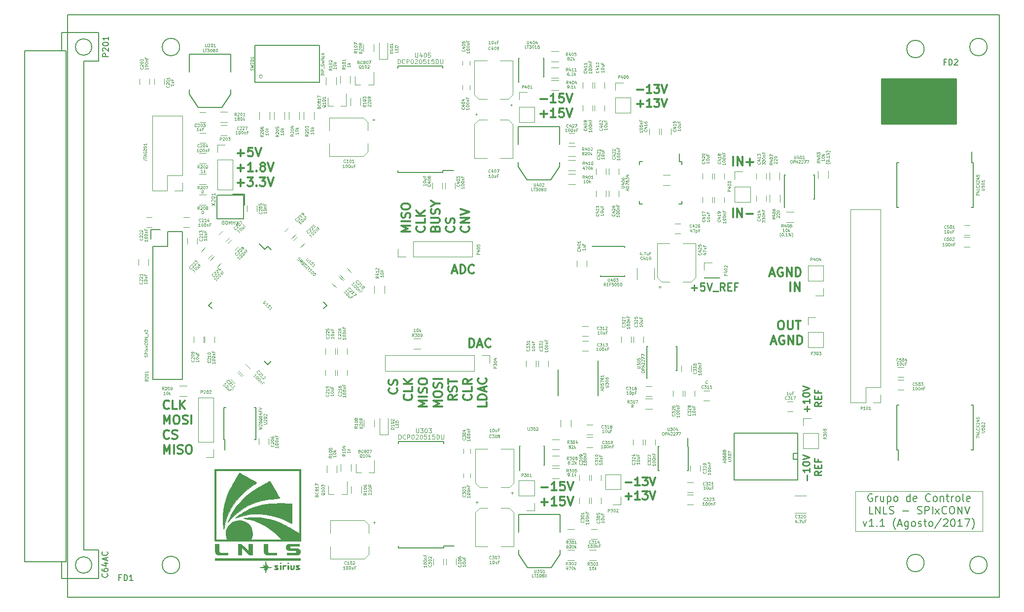
<source format=gto>
G04 #@! TF.FileFunction,Legend,Top*
%FSLAX46Y46*%
G04 Gerber Fmt 4.6, Leading zero omitted, Abs format (unit mm)*
G04 Created by KiCad (PCBNEW no-vcs-found-product) date Mon Sep  4 09:08:35 2017*
%MOMM*%
%LPD*%
G01*
G04 APERTURE LIST*
%ADD10C,0.150000*%
%ADD11C,0.300000*%
%ADD12C,0.075000*%
%ADD13C,0.080000*%
%ADD14C,0.250000*%
%ADD15C,0.275000*%
%ADD16C,0.200000*%
%ADD17C,0.120000*%
%ADD18C,0.203200*%
%ADD19C,0.010000*%
%ADD20C,0.100000*%
%ADD21C,0.254000*%
G04 APERTURE END LIST*
D10*
D11*
X87412857Y-70670000D02*
X88127142Y-70670000D01*
X87270000Y-71098571D02*
X87770000Y-69598571D01*
X88270000Y-71098571D01*
X88770000Y-71098571D02*
X88770000Y-69598571D01*
X89127142Y-69598571D01*
X89341428Y-69670000D01*
X89484285Y-69812857D01*
X89555714Y-69955714D01*
X89627142Y-70241428D01*
X89627142Y-70455714D01*
X89555714Y-70741428D01*
X89484285Y-70884285D01*
X89341428Y-71027142D01*
X89127142Y-71098571D01*
X88770000Y-71098571D01*
X91127142Y-70955714D02*
X91055714Y-71027142D01*
X90841428Y-71098571D01*
X90698571Y-71098571D01*
X90484285Y-71027142D01*
X90341428Y-70884285D01*
X90270000Y-70741428D01*
X90198571Y-70455714D01*
X90198571Y-70241428D01*
X90270000Y-69955714D01*
X90341428Y-69812857D01*
X90484285Y-69670000D01*
X90698571Y-69598571D01*
X90841428Y-69598571D01*
X91055714Y-69670000D01*
X91127142Y-69741428D01*
X90344285Y-83768571D02*
X90344285Y-82268571D01*
X90701428Y-82268571D01*
X90915714Y-82340000D01*
X91058571Y-82482857D01*
X91130000Y-82625714D01*
X91201428Y-82911428D01*
X91201428Y-83125714D01*
X91130000Y-83411428D01*
X91058571Y-83554285D01*
X90915714Y-83697142D01*
X90701428Y-83768571D01*
X90344285Y-83768571D01*
X91772857Y-83340000D02*
X92487142Y-83340000D01*
X91630000Y-83768571D02*
X92130000Y-82268571D01*
X92630000Y-83768571D01*
X93987142Y-83625714D02*
X93915714Y-83697142D01*
X93701428Y-83768571D01*
X93558571Y-83768571D01*
X93344285Y-83697142D01*
X93201428Y-83554285D01*
X93130000Y-83411428D01*
X93058571Y-83125714D01*
X93058571Y-82911428D01*
X93130000Y-82625714D01*
X93201428Y-82482857D01*
X93344285Y-82340000D01*
X93558571Y-82268571D01*
X93701428Y-82268571D01*
X93915714Y-82340000D01*
X93987142Y-82411428D01*
D12*
X143787619Y-64816666D02*
X143763809Y-64792857D01*
X143716190Y-64721428D01*
X143692380Y-64673809D01*
X143668571Y-64602380D01*
X143644761Y-64483333D01*
X143644761Y-64388095D01*
X143668571Y-64269047D01*
X143692380Y-64197619D01*
X143716190Y-64150000D01*
X143763809Y-64078571D01*
X143787619Y-64054761D01*
X144073333Y-64126190D02*
X144120952Y-64126190D01*
X144168571Y-64150000D01*
X144192380Y-64173809D01*
X144216190Y-64221428D01*
X144240000Y-64316666D01*
X144240000Y-64435714D01*
X144216190Y-64530952D01*
X144192380Y-64578571D01*
X144168571Y-64602380D01*
X144120952Y-64626190D01*
X144073333Y-64626190D01*
X144025714Y-64602380D01*
X144001904Y-64578571D01*
X143978095Y-64530952D01*
X143954285Y-64435714D01*
X143954285Y-64316666D01*
X143978095Y-64221428D01*
X144001904Y-64173809D01*
X144025714Y-64150000D01*
X144073333Y-64126190D01*
X144454285Y-64578571D02*
X144478095Y-64602380D01*
X144454285Y-64626190D01*
X144430476Y-64602380D01*
X144454285Y-64578571D01*
X144454285Y-64626190D01*
X144954285Y-64626190D02*
X144668571Y-64626190D01*
X144811428Y-64626190D02*
X144811428Y-64126190D01*
X144763809Y-64197619D01*
X144716190Y-64245238D01*
X144668571Y-64269047D01*
X145144761Y-64626190D02*
X145525714Y-64126190D01*
X145216190Y-64126190D02*
X145263809Y-64150000D01*
X145287619Y-64197619D01*
X145263809Y-64245238D01*
X145216190Y-64269047D01*
X145168571Y-64245238D01*
X145144761Y-64197619D01*
X145168571Y-64150000D01*
X145216190Y-64126190D01*
X145501904Y-64602380D02*
X145525714Y-64554761D01*
X145501904Y-64507142D01*
X145454285Y-64483333D01*
X145406666Y-64507142D01*
X145382857Y-64554761D01*
X145406666Y-64602380D01*
X145454285Y-64626190D01*
X145501904Y-64602380D01*
X145692380Y-64816666D02*
X145716190Y-64792857D01*
X145763809Y-64721428D01*
X145787619Y-64673809D01*
X145811428Y-64602380D01*
X145835238Y-64483333D01*
X145835238Y-64388095D01*
X145811428Y-64269047D01*
X145787619Y-64197619D01*
X145763809Y-64150000D01*
X145716190Y-64078571D01*
X145692380Y-64054761D01*
X152306666Y-52052380D02*
X152282857Y-52076190D01*
X152211428Y-52123809D01*
X152163809Y-52147619D01*
X152092380Y-52171428D01*
X151973333Y-52195238D01*
X151878095Y-52195238D01*
X151759047Y-52171428D01*
X151687619Y-52147619D01*
X151640000Y-52123809D01*
X151568571Y-52076190D01*
X151544761Y-52052380D01*
X151616190Y-51766666D02*
X151616190Y-51719047D01*
X151640000Y-51671428D01*
X151663809Y-51647619D01*
X151711428Y-51623809D01*
X151806666Y-51600000D01*
X151925714Y-51600000D01*
X152020952Y-51623809D01*
X152068571Y-51647619D01*
X152092380Y-51671428D01*
X152116190Y-51719047D01*
X152116190Y-51766666D01*
X152092380Y-51814285D01*
X152068571Y-51838095D01*
X152020952Y-51861904D01*
X151925714Y-51885714D01*
X151806666Y-51885714D01*
X151711428Y-51861904D01*
X151663809Y-51838095D01*
X151640000Y-51814285D01*
X151616190Y-51766666D01*
X152068571Y-51385714D02*
X152092380Y-51361904D01*
X152116190Y-51385714D01*
X152092380Y-51409523D01*
X152068571Y-51385714D01*
X152116190Y-51385714D01*
X152116190Y-50885714D02*
X152116190Y-51171428D01*
X152116190Y-51028571D02*
X151616190Y-51028571D01*
X151687619Y-51076190D01*
X151735238Y-51123809D01*
X151759047Y-51171428D01*
X152116190Y-50695238D02*
X151616190Y-50314285D01*
X151616190Y-50623809D02*
X151640000Y-50576190D01*
X151687619Y-50552380D01*
X151735238Y-50576190D01*
X151759047Y-50623809D01*
X151735238Y-50671428D01*
X151687619Y-50695238D01*
X151640000Y-50671428D01*
X151616190Y-50623809D01*
X152092380Y-50338095D02*
X152044761Y-50314285D01*
X151997142Y-50338095D01*
X151973333Y-50385714D01*
X151997142Y-50433333D01*
X152044761Y-50457142D01*
X152092380Y-50433333D01*
X152116190Y-50385714D01*
X152092380Y-50338095D01*
X152306666Y-50147619D02*
X152282857Y-50123809D01*
X152211428Y-50076190D01*
X152163809Y-50052380D01*
X152092380Y-50028571D01*
X151973333Y-50004761D01*
X151878095Y-50004761D01*
X151759047Y-50028571D01*
X151687619Y-50052380D01*
X151640000Y-50076190D01*
X151568571Y-50123809D01*
X151544761Y-50147619D01*
D13*
X54822843Y-37230000D02*
G75*
G03X54822843Y-37230000I-282843J0D01*
G01*
X178500000Y-108540000D02*
X178500000Y-115350000D01*
X178480000Y-108540000D02*
X178500000Y-108540000D01*
X156650000Y-108540000D02*
X178480000Y-108540000D01*
X156650000Y-115350000D02*
X156650000Y-108540000D01*
X178500000Y-115350000D02*
X156650000Y-115350000D01*
X122850000Y-73400000D02*
X123230000Y-73400000D01*
X123040000Y-73220000D02*
X123040000Y-73600000D01*
D14*
X148290714Y-106641785D02*
X148290714Y-105727500D01*
X148747857Y-104527500D02*
X148747857Y-105213214D01*
X148747857Y-104870357D02*
X147547857Y-104870357D01*
X147719285Y-104984642D01*
X147833571Y-105098928D01*
X147890714Y-105213214D01*
X147547857Y-103784642D02*
X147547857Y-103670357D01*
X147605000Y-103556071D01*
X147662142Y-103498928D01*
X147776428Y-103441785D01*
X148005000Y-103384642D01*
X148290714Y-103384642D01*
X148519285Y-103441785D01*
X148633571Y-103498928D01*
X148690714Y-103556071D01*
X148747857Y-103670357D01*
X148747857Y-103784642D01*
X148690714Y-103898928D01*
X148633571Y-103956071D01*
X148519285Y-104013214D01*
X148290714Y-104070357D01*
X148005000Y-104070357D01*
X147776428Y-104013214D01*
X147662142Y-103956071D01*
X147605000Y-103898928D01*
X147547857Y-103784642D01*
X147547857Y-103041785D02*
X148747857Y-102641785D01*
X147547857Y-102241785D01*
X150797857Y-105041785D02*
X150226428Y-105441785D01*
X150797857Y-105727500D02*
X149597857Y-105727500D01*
X149597857Y-105270357D01*
X149655000Y-105156071D01*
X149712142Y-105098928D01*
X149826428Y-105041785D01*
X149997857Y-105041785D01*
X150112142Y-105098928D01*
X150169285Y-105156071D01*
X150226428Y-105270357D01*
X150226428Y-105727500D01*
X150169285Y-104527500D02*
X150169285Y-104127500D01*
X150797857Y-103956071D02*
X150797857Y-104527500D01*
X149597857Y-104527500D01*
X149597857Y-103956071D01*
X150169285Y-103041785D02*
X150169285Y-103441785D01*
X150797857Y-103441785D02*
X149597857Y-103441785D01*
X149597857Y-102870357D01*
X148290714Y-94801785D02*
X148290714Y-93887500D01*
X148747857Y-94344642D02*
X147833571Y-94344642D01*
X148747857Y-92687500D02*
X148747857Y-93373214D01*
X148747857Y-93030357D02*
X147547857Y-93030357D01*
X147719285Y-93144642D01*
X147833571Y-93258928D01*
X147890714Y-93373214D01*
X147547857Y-91944642D02*
X147547857Y-91830357D01*
X147605000Y-91716071D01*
X147662142Y-91658928D01*
X147776428Y-91601785D01*
X148005000Y-91544642D01*
X148290714Y-91544642D01*
X148519285Y-91601785D01*
X148633571Y-91658928D01*
X148690714Y-91716071D01*
X148747857Y-91830357D01*
X148747857Y-91944642D01*
X148690714Y-92058928D01*
X148633571Y-92116071D01*
X148519285Y-92173214D01*
X148290714Y-92230357D01*
X148005000Y-92230357D01*
X147776428Y-92173214D01*
X147662142Y-92116071D01*
X147605000Y-92058928D01*
X147547857Y-91944642D01*
X147547857Y-91201785D02*
X148747857Y-90801785D01*
X147547857Y-90401785D01*
X150797857Y-93201785D02*
X150226428Y-93601785D01*
X150797857Y-93887500D02*
X149597857Y-93887500D01*
X149597857Y-93430357D01*
X149655000Y-93316071D01*
X149712142Y-93258928D01*
X149826428Y-93201785D01*
X149997857Y-93201785D01*
X150112142Y-93258928D01*
X150169285Y-93316071D01*
X150226428Y-93430357D01*
X150226428Y-93887500D01*
X150169285Y-92687500D02*
X150169285Y-92287500D01*
X150797857Y-92116071D02*
X150797857Y-92687500D01*
X149597857Y-92687500D01*
X149597857Y-92116071D01*
X150169285Y-91201785D02*
X150169285Y-91601785D01*
X150797857Y-91601785D02*
X149597857Y-91601785D01*
X149597857Y-91030357D01*
D11*
X135612142Y-61408571D02*
X135612142Y-59908571D01*
X136326428Y-61408571D02*
X136326428Y-59908571D01*
X137183571Y-61408571D01*
X137183571Y-59908571D01*
X137897857Y-60837142D02*
X139040714Y-60837142D01*
X135642142Y-52518571D02*
X135642142Y-51018571D01*
X136356428Y-52518571D02*
X136356428Y-51018571D01*
X137213571Y-52518571D01*
X137213571Y-51018571D01*
X137927857Y-51947142D02*
X139070714Y-51947142D01*
X138499285Y-52518571D02*
X138499285Y-51375714D01*
X143730714Y-79183571D02*
X144016428Y-79183571D01*
X144159285Y-79255000D01*
X144302142Y-79397857D01*
X144373571Y-79683571D01*
X144373571Y-80183571D01*
X144302142Y-80469285D01*
X144159285Y-80612142D01*
X144016428Y-80683571D01*
X143730714Y-80683571D01*
X143587857Y-80612142D01*
X143445000Y-80469285D01*
X143373571Y-80183571D01*
X143373571Y-79683571D01*
X143445000Y-79397857D01*
X143587857Y-79255000D01*
X143730714Y-79183571D01*
X145016428Y-79183571D02*
X145016428Y-80397857D01*
X145087857Y-80540714D01*
X145159285Y-80612142D01*
X145302142Y-80683571D01*
X145587857Y-80683571D01*
X145730714Y-80612142D01*
X145802142Y-80540714D01*
X145873571Y-80397857D01*
X145873571Y-79183571D01*
X146373571Y-79183571D02*
X147230714Y-79183571D01*
X146802142Y-80683571D02*
X146802142Y-79183571D01*
X142230714Y-82805000D02*
X142945000Y-82805000D01*
X142087857Y-83233571D02*
X142587857Y-81733571D01*
X143087857Y-83233571D01*
X144373571Y-81805000D02*
X144230714Y-81733571D01*
X144016428Y-81733571D01*
X143802142Y-81805000D01*
X143659285Y-81947857D01*
X143587857Y-82090714D01*
X143516428Y-82376428D01*
X143516428Y-82590714D01*
X143587857Y-82876428D01*
X143659285Y-83019285D01*
X143802142Y-83162142D01*
X144016428Y-83233571D01*
X144159285Y-83233571D01*
X144373571Y-83162142D01*
X144445000Y-83090714D01*
X144445000Y-82590714D01*
X144159285Y-82590714D01*
X145087857Y-83233571D02*
X145087857Y-81733571D01*
X145945000Y-83233571D01*
X145945000Y-81733571D01*
X146659285Y-83233571D02*
X146659285Y-81733571D01*
X147016428Y-81733571D01*
X147230714Y-81805000D01*
X147373571Y-81947857D01*
X147445000Y-82090714D01*
X147516428Y-82376428D01*
X147516428Y-82590714D01*
X147445000Y-82876428D01*
X147373571Y-83019285D01*
X147230714Y-83162142D01*
X147016428Y-83233571D01*
X146659285Y-83233571D01*
D15*
X128468273Y-73522857D02*
X129458750Y-73522857D01*
X128963511Y-74018095D02*
X128963511Y-73027619D01*
X130696845Y-72718095D02*
X130077797Y-72718095D01*
X130015892Y-73337142D01*
X130077797Y-73275238D01*
X130201607Y-73213333D01*
X130511130Y-73213333D01*
X130634940Y-73275238D01*
X130696845Y-73337142D01*
X130758750Y-73460952D01*
X130758750Y-73770476D01*
X130696845Y-73894285D01*
X130634940Y-73956190D01*
X130511130Y-74018095D01*
X130201607Y-74018095D01*
X130077797Y-73956190D01*
X130015892Y-73894285D01*
X131130178Y-72718095D02*
X131563511Y-74018095D01*
X131996845Y-72718095D01*
X132120654Y-74141904D02*
X133111130Y-74141904D01*
X134163511Y-74018095D02*
X133730178Y-73399047D01*
X133420654Y-74018095D02*
X133420654Y-72718095D01*
X133915892Y-72718095D01*
X134039702Y-72780000D01*
X134101607Y-72841904D01*
X134163511Y-72965714D01*
X134163511Y-73151428D01*
X134101607Y-73275238D01*
X134039702Y-73337142D01*
X133915892Y-73399047D01*
X133420654Y-73399047D01*
X134720654Y-73337142D02*
X135153988Y-73337142D01*
X135339702Y-74018095D02*
X134720654Y-74018095D01*
X134720654Y-72718095D01*
X135339702Y-72718095D01*
X136330178Y-73337142D02*
X135896845Y-73337142D01*
X135896845Y-74018095D02*
X135896845Y-72718095D01*
X136515892Y-72718095D01*
D11*
X141970714Y-71155000D02*
X142685000Y-71155000D01*
X141827857Y-71583571D02*
X142327857Y-70083571D01*
X142827857Y-71583571D01*
X144113571Y-70155000D02*
X143970714Y-70083571D01*
X143756428Y-70083571D01*
X143542142Y-70155000D01*
X143399285Y-70297857D01*
X143327857Y-70440714D01*
X143256428Y-70726428D01*
X143256428Y-70940714D01*
X143327857Y-71226428D01*
X143399285Y-71369285D01*
X143542142Y-71512142D01*
X143756428Y-71583571D01*
X143899285Y-71583571D01*
X144113571Y-71512142D01*
X144185000Y-71440714D01*
X144185000Y-70940714D01*
X143899285Y-70940714D01*
X144827857Y-71583571D02*
X144827857Y-70083571D01*
X145685000Y-71583571D01*
X145685000Y-70083571D01*
X146399285Y-71583571D02*
X146399285Y-70083571D01*
X146756428Y-70083571D01*
X146970714Y-70155000D01*
X147113571Y-70297857D01*
X147185000Y-70440714D01*
X147256428Y-70726428D01*
X147256428Y-70940714D01*
X147185000Y-71226428D01*
X147113571Y-71369285D01*
X146970714Y-71512142D01*
X146756428Y-71583571D01*
X146399285Y-71583571D01*
X145470714Y-74133571D02*
X145470714Y-72633571D01*
X146185000Y-74133571D02*
X146185000Y-72633571D01*
X147042142Y-74133571D01*
X147042142Y-72633571D01*
X80148571Y-63857857D02*
X78648571Y-63857857D01*
X79720000Y-63357857D01*
X78648571Y-62857857D01*
X80148571Y-62857857D01*
X80148571Y-62143571D02*
X78648571Y-62143571D01*
X80077142Y-61500714D02*
X80148571Y-61286428D01*
X80148571Y-60929285D01*
X80077142Y-60786428D01*
X80005714Y-60715000D01*
X79862857Y-60643571D01*
X79720000Y-60643571D01*
X79577142Y-60715000D01*
X79505714Y-60786428D01*
X79434285Y-60929285D01*
X79362857Y-61215000D01*
X79291428Y-61357857D01*
X79220000Y-61429285D01*
X79077142Y-61500714D01*
X78934285Y-61500714D01*
X78791428Y-61429285D01*
X78720000Y-61357857D01*
X78648571Y-61215000D01*
X78648571Y-60857857D01*
X78720000Y-60643571D01*
X78648571Y-59715000D02*
X78648571Y-59429285D01*
X78720000Y-59286428D01*
X78862857Y-59143571D01*
X79148571Y-59072142D01*
X79648571Y-59072142D01*
X79934285Y-59143571D01*
X80077142Y-59286428D01*
X80148571Y-59429285D01*
X80148571Y-59715000D01*
X80077142Y-59857857D01*
X79934285Y-60000714D01*
X79648571Y-60072142D01*
X79148571Y-60072142D01*
X78862857Y-60000714D01*
X78720000Y-59857857D01*
X78648571Y-59715000D01*
X82555714Y-63000714D02*
X82627142Y-63072142D01*
X82698571Y-63286428D01*
X82698571Y-63429285D01*
X82627142Y-63643571D01*
X82484285Y-63786428D01*
X82341428Y-63857857D01*
X82055714Y-63929285D01*
X81841428Y-63929285D01*
X81555714Y-63857857D01*
X81412857Y-63786428D01*
X81270000Y-63643571D01*
X81198571Y-63429285D01*
X81198571Y-63286428D01*
X81270000Y-63072142D01*
X81341428Y-63000714D01*
X82698571Y-61643571D02*
X82698571Y-62357857D01*
X81198571Y-62357857D01*
X82698571Y-61143571D02*
X81198571Y-61143571D01*
X82698571Y-60286428D02*
X81841428Y-60929285D01*
X81198571Y-60286428D02*
X82055714Y-61143571D01*
X84462857Y-63357857D02*
X84534285Y-63143571D01*
X84605714Y-63072142D01*
X84748571Y-63000714D01*
X84962857Y-63000714D01*
X85105714Y-63072142D01*
X85177142Y-63143571D01*
X85248571Y-63286428D01*
X85248571Y-63857857D01*
X83748571Y-63857857D01*
X83748571Y-63357857D01*
X83820000Y-63215000D01*
X83891428Y-63143571D01*
X84034285Y-63072142D01*
X84177142Y-63072142D01*
X84320000Y-63143571D01*
X84391428Y-63215000D01*
X84462857Y-63357857D01*
X84462857Y-63857857D01*
X83748571Y-62357857D02*
X84962857Y-62357857D01*
X85105714Y-62286428D01*
X85177142Y-62215000D01*
X85248571Y-62072142D01*
X85248571Y-61786428D01*
X85177142Y-61643571D01*
X85105714Y-61572142D01*
X84962857Y-61500714D01*
X83748571Y-61500714D01*
X85177142Y-60857857D02*
X85248571Y-60643571D01*
X85248571Y-60286428D01*
X85177142Y-60143571D01*
X85105714Y-60072142D01*
X84962857Y-60000714D01*
X84820000Y-60000714D01*
X84677142Y-60072142D01*
X84605714Y-60143571D01*
X84534285Y-60286428D01*
X84462857Y-60572142D01*
X84391428Y-60715000D01*
X84320000Y-60786428D01*
X84177142Y-60857857D01*
X84034285Y-60857857D01*
X83891428Y-60786428D01*
X83820000Y-60715000D01*
X83748571Y-60572142D01*
X83748571Y-60215000D01*
X83820000Y-60000714D01*
X84534285Y-59072142D02*
X85248571Y-59072142D01*
X83748571Y-59572142D02*
X84534285Y-59072142D01*
X83748571Y-58572142D01*
X87655714Y-63000714D02*
X87727142Y-63072142D01*
X87798571Y-63286428D01*
X87798571Y-63429285D01*
X87727142Y-63643571D01*
X87584285Y-63786428D01*
X87441428Y-63857857D01*
X87155714Y-63929285D01*
X86941428Y-63929285D01*
X86655714Y-63857857D01*
X86512857Y-63786428D01*
X86370000Y-63643571D01*
X86298571Y-63429285D01*
X86298571Y-63286428D01*
X86370000Y-63072142D01*
X86441428Y-63000714D01*
X87727142Y-62429285D02*
X87798571Y-62215000D01*
X87798571Y-61857857D01*
X87727142Y-61715000D01*
X87655714Y-61643571D01*
X87512857Y-61572142D01*
X87370000Y-61572142D01*
X87227142Y-61643571D01*
X87155714Y-61715000D01*
X87084285Y-61857857D01*
X87012857Y-62143571D01*
X86941428Y-62286428D01*
X86870000Y-62357857D01*
X86727142Y-62429285D01*
X86584285Y-62429285D01*
X86441428Y-62357857D01*
X86370000Y-62286428D01*
X86298571Y-62143571D01*
X86298571Y-61786428D01*
X86370000Y-61572142D01*
X90205714Y-63000714D02*
X90277142Y-63072142D01*
X90348571Y-63286428D01*
X90348571Y-63429285D01*
X90277142Y-63643571D01*
X90134285Y-63786428D01*
X89991428Y-63857857D01*
X89705714Y-63929285D01*
X89491428Y-63929285D01*
X89205714Y-63857857D01*
X89062857Y-63786428D01*
X88920000Y-63643571D01*
X88848571Y-63429285D01*
X88848571Y-63286428D01*
X88920000Y-63072142D01*
X88991428Y-63000714D01*
X90348571Y-62357857D02*
X88848571Y-62357857D01*
X90348571Y-61500714D01*
X88848571Y-61500714D01*
X88848571Y-61000714D02*
X90348571Y-60500714D01*
X88848571Y-60000714D01*
X77848714Y-90793000D02*
X77920142Y-90864428D01*
X77991571Y-91078714D01*
X77991571Y-91221571D01*
X77920142Y-91435857D01*
X77777285Y-91578714D01*
X77634428Y-91650142D01*
X77348714Y-91721571D01*
X77134428Y-91721571D01*
X76848714Y-91650142D01*
X76705857Y-91578714D01*
X76563000Y-91435857D01*
X76491571Y-91221571D01*
X76491571Y-91078714D01*
X76563000Y-90864428D01*
X76634428Y-90793000D01*
X77920142Y-90221571D02*
X77991571Y-90007285D01*
X77991571Y-89650142D01*
X77920142Y-89507285D01*
X77848714Y-89435857D01*
X77705857Y-89364428D01*
X77563000Y-89364428D01*
X77420142Y-89435857D01*
X77348714Y-89507285D01*
X77277285Y-89650142D01*
X77205857Y-89935857D01*
X77134428Y-90078714D01*
X77063000Y-90150142D01*
X76920142Y-90221571D01*
X76777285Y-90221571D01*
X76634428Y-90150142D01*
X76563000Y-90078714D01*
X76491571Y-89935857D01*
X76491571Y-89578714D01*
X76563000Y-89364428D01*
X80398714Y-91935857D02*
X80470142Y-92007285D01*
X80541571Y-92221571D01*
X80541571Y-92364428D01*
X80470142Y-92578714D01*
X80327285Y-92721571D01*
X80184428Y-92793000D01*
X79898714Y-92864428D01*
X79684428Y-92864428D01*
X79398714Y-92793000D01*
X79255857Y-92721571D01*
X79113000Y-92578714D01*
X79041571Y-92364428D01*
X79041571Y-92221571D01*
X79113000Y-92007285D01*
X79184428Y-91935857D01*
X80541571Y-90578714D02*
X80541571Y-91293000D01*
X79041571Y-91293000D01*
X80541571Y-90078714D02*
X79041571Y-90078714D01*
X80541571Y-89221571D02*
X79684428Y-89864428D01*
X79041571Y-89221571D02*
X79898714Y-90078714D01*
X83091571Y-93935857D02*
X81591571Y-93935857D01*
X82663000Y-93435857D01*
X81591571Y-92935857D01*
X83091571Y-92935857D01*
X83091571Y-92221571D02*
X81591571Y-92221571D01*
X83020142Y-91578714D02*
X83091571Y-91364428D01*
X83091571Y-91007285D01*
X83020142Y-90864428D01*
X82948714Y-90793000D01*
X82805857Y-90721571D01*
X82663000Y-90721571D01*
X82520142Y-90793000D01*
X82448714Y-90864428D01*
X82377285Y-91007285D01*
X82305857Y-91293000D01*
X82234428Y-91435857D01*
X82163000Y-91507285D01*
X82020142Y-91578714D01*
X81877285Y-91578714D01*
X81734428Y-91507285D01*
X81663000Y-91435857D01*
X81591571Y-91293000D01*
X81591571Y-90935857D01*
X81663000Y-90721571D01*
X81591571Y-89793000D02*
X81591571Y-89507285D01*
X81663000Y-89364428D01*
X81805857Y-89221571D01*
X82091571Y-89150142D01*
X82591571Y-89150142D01*
X82877285Y-89221571D01*
X83020142Y-89364428D01*
X83091571Y-89507285D01*
X83091571Y-89793000D01*
X83020142Y-89935857D01*
X82877285Y-90078714D01*
X82591571Y-90150142D01*
X82091571Y-90150142D01*
X81805857Y-90078714D01*
X81663000Y-89935857D01*
X81591571Y-89793000D01*
X85641571Y-93935857D02*
X84141571Y-93935857D01*
X85213000Y-93435857D01*
X84141571Y-92935857D01*
X85641571Y-92935857D01*
X84141571Y-91935857D02*
X84141571Y-91650142D01*
X84213000Y-91507285D01*
X84355857Y-91364428D01*
X84641571Y-91293000D01*
X85141571Y-91293000D01*
X85427285Y-91364428D01*
X85570142Y-91507285D01*
X85641571Y-91650142D01*
X85641571Y-91935857D01*
X85570142Y-92078714D01*
X85427285Y-92221571D01*
X85141571Y-92293000D01*
X84641571Y-92293000D01*
X84355857Y-92221571D01*
X84213000Y-92078714D01*
X84141571Y-91935857D01*
X85570142Y-90721571D02*
X85641571Y-90507285D01*
X85641571Y-90150142D01*
X85570142Y-90007285D01*
X85498714Y-89935857D01*
X85355857Y-89864428D01*
X85213000Y-89864428D01*
X85070142Y-89935857D01*
X84998714Y-90007285D01*
X84927285Y-90150142D01*
X84855857Y-90435857D01*
X84784428Y-90578714D01*
X84713000Y-90650142D01*
X84570142Y-90721571D01*
X84427285Y-90721571D01*
X84284428Y-90650142D01*
X84213000Y-90578714D01*
X84141571Y-90435857D01*
X84141571Y-90078714D01*
X84213000Y-89864428D01*
X85641571Y-89221571D02*
X84141571Y-89221571D01*
X88191571Y-91935857D02*
X87477285Y-92435857D01*
X88191571Y-92793000D02*
X86691571Y-92793000D01*
X86691571Y-92221571D01*
X86763000Y-92078714D01*
X86834428Y-92007285D01*
X86977285Y-91935857D01*
X87191571Y-91935857D01*
X87334428Y-92007285D01*
X87405857Y-92078714D01*
X87477285Y-92221571D01*
X87477285Y-92793000D01*
X88120142Y-91364428D02*
X88191571Y-91150142D01*
X88191571Y-90793000D01*
X88120142Y-90650142D01*
X88048714Y-90578714D01*
X87905857Y-90507285D01*
X87763000Y-90507285D01*
X87620142Y-90578714D01*
X87548714Y-90650142D01*
X87477285Y-90793000D01*
X87405857Y-91078714D01*
X87334428Y-91221571D01*
X87263000Y-91293000D01*
X87120142Y-91364428D01*
X86977285Y-91364428D01*
X86834428Y-91293000D01*
X86763000Y-91221571D01*
X86691571Y-91078714D01*
X86691571Y-90721571D01*
X86763000Y-90507285D01*
X86691571Y-90078714D02*
X86691571Y-89221571D01*
X88191571Y-89650142D02*
X86691571Y-89650142D01*
X90598714Y-91935857D02*
X90670142Y-92007285D01*
X90741571Y-92221571D01*
X90741571Y-92364428D01*
X90670142Y-92578714D01*
X90527285Y-92721571D01*
X90384428Y-92793000D01*
X90098714Y-92864428D01*
X89884428Y-92864428D01*
X89598714Y-92793000D01*
X89455857Y-92721571D01*
X89313000Y-92578714D01*
X89241571Y-92364428D01*
X89241571Y-92221571D01*
X89313000Y-92007285D01*
X89384428Y-91935857D01*
X90741571Y-90578714D02*
X90741571Y-91293000D01*
X89241571Y-91293000D01*
X90741571Y-89221571D02*
X90027285Y-89721571D01*
X90741571Y-90078714D02*
X89241571Y-90078714D01*
X89241571Y-89507285D01*
X89313000Y-89364428D01*
X89384428Y-89293000D01*
X89527285Y-89221571D01*
X89741571Y-89221571D01*
X89884428Y-89293000D01*
X89955857Y-89364428D01*
X90027285Y-89507285D01*
X90027285Y-90078714D01*
X93291571Y-93221571D02*
X93291571Y-93935857D01*
X91791571Y-93935857D01*
X93291571Y-92721571D02*
X91791571Y-92721571D01*
X91791571Y-92364428D01*
X91863000Y-92150142D01*
X92005857Y-92007285D01*
X92148714Y-91935857D01*
X92434428Y-91864428D01*
X92648714Y-91864428D01*
X92934428Y-91935857D01*
X93077285Y-92007285D01*
X93220142Y-92150142D01*
X93291571Y-92364428D01*
X93291571Y-92721571D01*
X92863000Y-91293000D02*
X92863000Y-90578714D01*
X93291571Y-91435857D02*
X91791571Y-90935857D01*
X93291571Y-90435857D01*
X93148714Y-89078714D02*
X93220142Y-89150142D01*
X93291571Y-89364428D01*
X93291571Y-89507285D01*
X93220142Y-89721571D01*
X93077285Y-89864428D01*
X92934428Y-89935857D01*
X92648714Y-90007285D01*
X92434428Y-90007285D01*
X92148714Y-89935857D01*
X92005857Y-89864428D01*
X91863000Y-89721571D01*
X91791571Y-89507285D01*
X91791571Y-89364428D01*
X91863000Y-89150142D01*
X91934428Y-89078714D01*
X117148333Y-106970000D02*
X118215000Y-106970000D01*
X119615000Y-107503333D02*
X118815000Y-107503333D01*
X119215000Y-107503333D02*
X119215000Y-106103333D01*
X119081666Y-106303333D01*
X118948333Y-106436666D01*
X118815000Y-106503333D01*
X120081666Y-106103333D02*
X120948333Y-106103333D01*
X120481666Y-106636666D01*
X120681666Y-106636666D01*
X120815000Y-106703333D01*
X120881666Y-106770000D01*
X120948333Y-106903333D01*
X120948333Y-107236666D01*
X120881666Y-107370000D01*
X120815000Y-107436666D01*
X120681666Y-107503333D01*
X120281666Y-107503333D01*
X120148333Y-107436666D01*
X120081666Y-107370000D01*
X121348333Y-106103333D02*
X121815000Y-107503333D01*
X122281666Y-106103333D01*
X117148333Y-109370000D02*
X118215000Y-109370000D01*
X117681666Y-109903333D02*
X117681666Y-108836666D01*
X119615000Y-109903333D02*
X118815000Y-109903333D01*
X119215000Y-109903333D02*
X119215000Y-108503333D01*
X119081666Y-108703333D01*
X118948333Y-108836666D01*
X118815000Y-108903333D01*
X120081666Y-108503333D02*
X120948333Y-108503333D01*
X120481666Y-109036666D01*
X120681666Y-109036666D01*
X120815000Y-109103333D01*
X120881666Y-109170000D01*
X120948333Y-109303333D01*
X120948333Y-109636666D01*
X120881666Y-109770000D01*
X120815000Y-109836666D01*
X120681666Y-109903333D01*
X120281666Y-109903333D01*
X120148333Y-109836666D01*
X120081666Y-109770000D01*
X121348333Y-108503333D02*
X121815000Y-109903333D01*
X122281666Y-108503333D01*
X102660142Y-107798142D02*
X103803000Y-107798142D01*
X105303000Y-108369571D02*
X104445857Y-108369571D01*
X104874428Y-108369571D02*
X104874428Y-106869571D01*
X104731571Y-107083857D01*
X104588714Y-107226714D01*
X104445857Y-107298142D01*
X106660142Y-106869571D02*
X105945857Y-106869571D01*
X105874428Y-107583857D01*
X105945857Y-107512428D01*
X106088714Y-107441000D01*
X106445857Y-107441000D01*
X106588714Y-107512428D01*
X106660142Y-107583857D01*
X106731571Y-107726714D01*
X106731571Y-108083857D01*
X106660142Y-108226714D01*
X106588714Y-108298142D01*
X106445857Y-108369571D01*
X106088714Y-108369571D01*
X105945857Y-108298142D01*
X105874428Y-108226714D01*
X107160142Y-106869571D02*
X107660142Y-108369571D01*
X108160142Y-106869571D01*
X102660142Y-110348142D02*
X103803000Y-110348142D01*
X103231571Y-110919571D02*
X103231571Y-109776714D01*
X105303000Y-110919571D02*
X104445857Y-110919571D01*
X104874428Y-110919571D02*
X104874428Y-109419571D01*
X104731571Y-109633857D01*
X104588714Y-109776714D01*
X104445857Y-109848142D01*
X106660142Y-109419571D02*
X105945857Y-109419571D01*
X105874428Y-110133857D01*
X105945857Y-110062428D01*
X106088714Y-109991000D01*
X106445857Y-109991000D01*
X106588714Y-110062428D01*
X106660142Y-110133857D01*
X106731571Y-110276714D01*
X106731571Y-110633857D01*
X106660142Y-110776714D01*
X106588714Y-110848142D01*
X106445857Y-110919571D01*
X106088714Y-110919571D01*
X105945857Y-110848142D01*
X105874428Y-110776714D01*
X107160142Y-109419571D02*
X107660142Y-110919571D01*
X108160142Y-109419571D01*
X102533142Y-41123142D02*
X103676000Y-41123142D01*
X105176000Y-41694571D02*
X104318857Y-41694571D01*
X104747428Y-41694571D02*
X104747428Y-40194571D01*
X104604571Y-40408857D01*
X104461714Y-40551714D01*
X104318857Y-40623142D01*
X106533142Y-40194571D02*
X105818857Y-40194571D01*
X105747428Y-40908857D01*
X105818857Y-40837428D01*
X105961714Y-40766000D01*
X106318857Y-40766000D01*
X106461714Y-40837428D01*
X106533142Y-40908857D01*
X106604571Y-41051714D01*
X106604571Y-41408857D01*
X106533142Y-41551714D01*
X106461714Y-41623142D01*
X106318857Y-41694571D01*
X105961714Y-41694571D01*
X105818857Y-41623142D01*
X105747428Y-41551714D01*
X107033142Y-40194571D02*
X107533142Y-41694571D01*
X108033142Y-40194571D01*
X102533142Y-43673142D02*
X103676000Y-43673142D01*
X103104571Y-44244571D02*
X103104571Y-43101714D01*
X105176000Y-44244571D02*
X104318857Y-44244571D01*
X104747428Y-44244571D02*
X104747428Y-42744571D01*
X104604571Y-42958857D01*
X104461714Y-43101714D01*
X104318857Y-43173142D01*
X106533142Y-42744571D02*
X105818857Y-42744571D01*
X105747428Y-43458857D01*
X105818857Y-43387428D01*
X105961714Y-43316000D01*
X106318857Y-43316000D01*
X106461714Y-43387428D01*
X106533142Y-43458857D01*
X106604571Y-43601714D01*
X106604571Y-43958857D01*
X106533142Y-44101714D01*
X106461714Y-44173142D01*
X106318857Y-44244571D01*
X105961714Y-44244571D01*
X105818857Y-44173142D01*
X105747428Y-44101714D01*
X107033142Y-42744571D02*
X107533142Y-44244571D01*
X108033142Y-42744571D01*
X119146333Y-39540000D02*
X120213000Y-39540000D01*
X121613000Y-40073333D02*
X120813000Y-40073333D01*
X121213000Y-40073333D02*
X121213000Y-38673333D01*
X121079666Y-38873333D01*
X120946333Y-39006666D01*
X120813000Y-39073333D01*
X122079666Y-38673333D02*
X122946333Y-38673333D01*
X122479666Y-39206666D01*
X122679666Y-39206666D01*
X122813000Y-39273333D01*
X122879666Y-39340000D01*
X122946333Y-39473333D01*
X122946333Y-39806666D01*
X122879666Y-39940000D01*
X122813000Y-40006666D01*
X122679666Y-40073333D01*
X122279666Y-40073333D01*
X122146333Y-40006666D01*
X122079666Y-39940000D01*
X123346333Y-38673333D02*
X123813000Y-40073333D01*
X124279666Y-38673333D01*
X119146333Y-41940000D02*
X120213000Y-41940000D01*
X119679666Y-42473333D02*
X119679666Y-41406666D01*
X121613000Y-42473333D02*
X120813000Y-42473333D01*
X121213000Y-42473333D02*
X121213000Y-41073333D01*
X121079666Y-41273333D01*
X120946333Y-41406666D01*
X120813000Y-41473333D01*
X122079666Y-41073333D02*
X122946333Y-41073333D01*
X122479666Y-41606666D01*
X122679666Y-41606666D01*
X122813000Y-41673333D01*
X122879666Y-41740000D01*
X122946333Y-41873333D01*
X122946333Y-42206666D01*
X122879666Y-42340000D01*
X122813000Y-42406666D01*
X122679666Y-42473333D01*
X122279666Y-42473333D01*
X122146333Y-42406666D01*
X122079666Y-42340000D01*
X123346333Y-41073333D02*
X123813000Y-42473333D01*
X124279666Y-41073333D01*
X50512142Y-50397142D02*
X51655000Y-50397142D01*
X51083571Y-50968571D02*
X51083571Y-49825714D01*
X53083571Y-49468571D02*
X52369285Y-49468571D01*
X52297857Y-50182857D01*
X52369285Y-50111428D01*
X52512142Y-50040000D01*
X52869285Y-50040000D01*
X53012142Y-50111428D01*
X53083571Y-50182857D01*
X53155000Y-50325714D01*
X53155000Y-50682857D01*
X53083571Y-50825714D01*
X53012142Y-50897142D01*
X52869285Y-50968571D01*
X52512142Y-50968571D01*
X52369285Y-50897142D01*
X52297857Y-50825714D01*
X53583571Y-49468571D02*
X54083571Y-50968571D01*
X54583571Y-49468571D01*
X50512142Y-52947142D02*
X51655000Y-52947142D01*
X51083571Y-53518571D02*
X51083571Y-52375714D01*
X53155000Y-53518571D02*
X52297857Y-53518571D01*
X52726428Y-53518571D02*
X52726428Y-52018571D01*
X52583571Y-52232857D01*
X52440714Y-52375714D01*
X52297857Y-52447142D01*
X53797857Y-53375714D02*
X53869285Y-53447142D01*
X53797857Y-53518571D01*
X53726428Y-53447142D01*
X53797857Y-53375714D01*
X53797857Y-53518571D01*
X54726428Y-52661428D02*
X54583571Y-52590000D01*
X54512142Y-52518571D01*
X54440714Y-52375714D01*
X54440714Y-52304285D01*
X54512142Y-52161428D01*
X54583571Y-52090000D01*
X54726428Y-52018571D01*
X55012142Y-52018571D01*
X55155000Y-52090000D01*
X55226428Y-52161428D01*
X55297857Y-52304285D01*
X55297857Y-52375714D01*
X55226428Y-52518571D01*
X55155000Y-52590000D01*
X55012142Y-52661428D01*
X54726428Y-52661428D01*
X54583571Y-52732857D01*
X54512142Y-52804285D01*
X54440714Y-52947142D01*
X54440714Y-53232857D01*
X54512142Y-53375714D01*
X54583571Y-53447142D01*
X54726428Y-53518571D01*
X55012142Y-53518571D01*
X55155000Y-53447142D01*
X55226428Y-53375714D01*
X55297857Y-53232857D01*
X55297857Y-52947142D01*
X55226428Y-52804285D01*
X55155000Y-52732857D01*
X55012142Y-52661428D01*
X55726428Y-52018571D02*
X56226428Y-53518571D01*
X56726428Y-52018571D01*
X50512142Y-55497142D02*
X51655000Y-55497142D01*
X51083571Y-56068571D02*
X51083571Y-54925714D01*
X52226428Y-54568571D02*
X53155000Y-54568571D01*
X52655000Y-55140000D01*
X52869285Y-55140000D01*
X53012142Y-55211428D01*
X53083571Y-55282857D01*
X53155000Y-55425714D01*
X53155000Y-55782857D01*
X53083571Y-55925714D01*
X53012142Y-55997142D01*
X52869285Y-56068571D01*
X52440714Y-56068571D01*
X52297857Y-55997142D01*
X52226428Y-55925714D01*
X53797857Y-55925714D02*
X53869285Y-55997142D01*
X53797857Y-56068571D01*
X53726428Y-55997142D01*
X53797857Y-55925714D01*
X53797857Y-56068571D01*
X54369285Y-54568571D02*
X55297857Y-54568571D01*
X54797857Y-55140000D01*
X55012142Y-55140000D01*
X55155000Y-55211428D01*
X55226428Y-55282857D01*
X55297857Y-55425714D01*
X55297857Y-55782857D01*
X55226428Y-55925714D01*
X55155000Y-55997142D01*
X55012142Y-56068571D01*
X54583571Y-56068571D01*
X54440714Y-55997142D01*
X54369285Y-55925714D01*
X55726428Y-54568571D02*
X56226428Y-56068571D01*
X56726428Y-54568571D01*
X38747285Y-94246714D02*
X38675857Y-94318142D01*
X38461571Y-94389571D01*
X38318714Y-94389571D01*
X38104428Y-94318142D01*
X37961571Y-94175285D01*
X37890142Y-94032428D01*
X37818714Y-93746714D01*
X37818714Y-93532428D01*
X37890142Y-93246714D01*
X37961571Y-93103857D01*
X38104428Y-92961000D01*
X38318714Y-92889571D01*
X38461571Y-92889571D01*
X38675857Y-92961000D01*
X38747285Y-93032428D01*
X40104428Y-94389571D02*
X39390142Y-94389571D01*
X39390142Y-92889571D01*
X40604428Y-94389571D02*
X40604428Y-92889571D01*
X41461571Y-94389571D02*
X40818714Y-93532428D01*
X41461571Y-92889571D02*
X40604428Y-93746714D01*
X37890142Y-96939571D02*
X37890142Y-95439571D01*
X38390142Y-96511000D01*
X38890142Y-95439571D01*
X38890142Y-96939571D01*
X39890142Y-95439571D02*
X40175857Y-95439571D01*
X40318714Y-95511000D01*
X40461571Y-95653857D01*
X40533000Y-95939571D01*
X40533000Y-96439571D01*
X40461571Y-96725285D01*
X40318714Y-96868142D01*
X40175857Y-96939571D01*
X39890142Y-96939571D01*
X39747285Y-96868142D01*
X39604428Y-96725285D01*
X39533000Y-96439571D01*
X39533000Y-95939571D01*
X39604428Y-95653857D01*
X39747285Y-95511000D01*
X39890142Y-95439571D01*
X41104428Y-96868142D02*
X41318714Y-96939571D01*
X41675857Y-96939571D01*
X41818714Y-96868142D01*
X41890142Y-96796714D01*
X41961571Y-96653857D01*
X41961571Y-96511000D01*
X41890142Y-96368142D01*
X41818714Y-96296714D01*
X41675857Y-96225285D01*
X41390142Y-96153857D01*
X41247285Y-96082428D01*
X41175857Y-96011000D01*
X41104428Y-95868142D01*
X41104428Y-95725285D01*
X41175857Y-95582428D01*
X41247285Y-95511000D01*
X41390142Y-95439571D01*
X41747285Y-95439571D01*
X41961571Y-95511000D01*
X42604428Y-96939571D02*
X42604428Y-95439571D01*
X38747285Y-99346714D02*
X38675857Y-99418142D01*
X38461571Y-99489571D01*
X38318714Y-99489571D01*
X38104428Y-99418142D01*
X37961571Y-99275285D01*
X37890142Y-99132428D01*
X37818714Y-98846714D01*
X37818714Y-98632428D01*
X37890142Y-98346714D01*
X37961571Y-98203857D01*
X38104428Y-98061000D01*
X38318714Y-97989571D01*
X38461571Y-97989571D01*
X38675857Y-98061000D01*
X38747285Y-98132428D01*
X39318714Y-99418142D02*
X39533000Y-99489571D01*
X39890142Y-99489571D01*
X40033000Y-99418142D01*
X40104428Y-99346714D01*
X40175857Y-99203857D01*
X40175857Y-99061000D01*
X40104428Y-98918142D01*
X40033000Y-98846714D01*
X39890142Y-98775285D01*
X39604428Y-98703857D01*
X39461571Y-98632428D01*
X39390142Y-98561000D01*
X39318714Y-98418142D01*
X39318714Y-98275285D01*
X39390142Y-98132428D01*
X39461571Y-98061000D01*
X39604428Y-97989571D01*
X39961571Y-97989571D01*
X40175857Y-98061000D01*
X37890142Y-102039571D02*
X37890142Y-100539571D01*
X38390142Y-101611000D01*
X38890142Y-100539571D01*
X38890142Y-102039571D01*
X39604428Y-102039571D02*
X39604428Y-100539571D01*
X40247285Y-101968142D02*
X40461571Y-102039571D01*
X40818714Y-102039571D01*
X40961571Y-101968142D01*
X41033000Y-101896714D01*
X41104428Y-101753857D01*
X41104428Y-101611000D01*
X41033000Y-101468142D01*
X40961571Y-101396714D01*
X40818714Y-101325285D01*
X40533000Y-101253857D01*
X40390142Y-101182428D01*
X40318714Y-101111000D01*
X40247285Y-100968142D01*
X40247285Y-100825285D01*
X40318714Y-100682428D01*
X40390142Y-100611000D01*
X40533000Y-100539571D01*
X40890142Y-100539571D01*
X41104428Y-100611000D01*
X42033000Y-100539571D02*
X42318714Y-100539571D01*
X42461571Y-100611000D01*
X42604428Y-100753857D01*
X42675857Y-101039571D01*
X42675857Y-101539571D01*
X42604428Y-101825285D01*
X42461571Y-101968142D01*
X42318714Y-102039571D01*
X42033000Y-102039571D01*
X41890142Y-101968142D01*
X41747285Y-101825285D01*
X41675857Y-101539571D01*
X41675857Y-101039571D01*
X41747285Y-100753857D01*
X41890142Y-100611000D01*
X42033000Y-100539571D01*
D16*
X159512380Y-109020000D02*
X159388571Y-108958095D01*
X159202857Y-108958095D01*
X159017142Y-109020000D01*
X158893333Y-109143809D01*
X158831428Y-109267619D01*
X158769523Y-109515238D01*
X158769523Y-109700952D01*
X158831428Y-109948571D01*
X158893333Y-110072380D01*
X159017142Y-110196190D01*
X159202857Y-110258095D01*
X159326666Y-110258095D01*
X159512380Y-110196190D01*
X159574285Y-110134285D01*
X159574285Y-109700952D01*
X159326666Y-109700952D01*
X160131428Y-110258095D02*
X160131428Y-109391428D01*
X160131428Y-109639047D02*
X160193333Y-109515238D01*
X160255238Y-109453333D01*
X160379047Y-109391428D01*
X160502857Y-109391428D01*
X161493333Y-109391428D02*
X161493333Y-110258095D01*
X160936190Y-109391428D02*
X160936190Y-110072380D01*
X160998095Y-110196190D01*
X161121904Y-110258095D01*
X161307619Y-110258095D01*
X161431428Y-110196190D01*
X161493333Y-110134285D01*
X162112380Y-109391428D02*
X162112380Y-110691428D01*
X162112380Y-109453333D02*
X162236190Y-109391428D01*
X162483809Y-109391428D01*
X162607619Y-109453333D01*
X162669523Y-109515238D01*
X162731428Y-109639047D01*
X162731428Y-110010476D01*
X162669523Y-110134285D01*
X162607619Y-110196190D01*
X162483809Y-110258095D01*
X162236190Y-110258095D01*
X162112380Y-110196190D01*
X163474285Y-110258095D02*
X163350476Y-110196190D01*
X163288571Y-110134285D01*
X163226666Y-110010476D01*
X163226666Y-109639047D01*
X163288571Y-109515238D01*
X163350476Y-109453333D01*
X163474285Y-109391428D01*
X163660000Y-109391428D01*
X163783809Y-109453333D01*
X163845714Y-109515238D01*
X163907619Y-109639047D01*
X163907619Y-110010476D01*
X163845714Y-110134285D01*
X163783809Y-110196190D01*
X163660000Y-110258095D01*
X163474285Y-110258095D01*
X166012380Y-110258095D02*
X166012380Y-108958095D01*
X166012380Y-110196190D02*
X165888571Y-110258095D01*
X165640952Y-110258095D01*
X165517142Y-110196190D01*
X165455238Y-110134285D01*
X165393333Y-110010476D01*
X165393333Y-109639047D01*
X165455238Y-109515238D01*
X165517142Y-109453333D01*
X165640952Y-109391428D01*
X165888571Y-109391428D01*
X166012380Y-109453333D01*
X167126666Y-110196190D02*
X167002857Y-110258095D01*
X166755238Y-110258095D01*
X166631428Y-110196190D01*
X166569523Y-110072380D01*
X166569523Y-109577142D01*
X166631428Y-109453333D01*
X166755238Y-109391428D01*
X167002857Y-109391428D01*
X167126666Y-109453333D01*
X167188571Y-109577142D01*
X167188571Y-109700952D01*
X166569523Y-109824761D01*
X169479047Y-110134285D02*
X169417142Y-110196190D01*
X169231428Y-110258095D01*
X169107619Y-110258095D01*
X168921904Y-110196190D01*
X168798095Y-110072380D01*
X168736190Y-109948571D01*
X168674285Y-109700952D01*
X168674285Y-109515238D01*
X168736190Y-109267619D01*
X168798095Y-109143809D01*
X168921904Y-109020000D01*
X169107619Y-108958095D01*
X169231428Y-108958095D01*
X169417142Y-109020000D01*
X169479047Y-109081904D01*
X170221904Y-110258095D02*
X170098095Y-110196190D01*
X170036190Y-110134285D01*
X169974285Y-110010476D01*
X169974285Y-109639047D01*
X170036190Y-109515238D01*
X170098095Y-109453333D01*
X170221904Y-109391428D01*
X170407619Y-109391428D01*
X170531428Y-109453333D01*
X170593333Y-109515238D01*
X170655238Y-109639047D01*
X170655238Y-110010476D01*
X170593333Y-110134285D01*
X170531428Y-110196190D01*
X170407619Y-110258095D01*
X170221904Y-110258095D01*
X171212380Y-109391428D02*
X171212380Y-110258095D01*
X171212380Y-109515238D02*
X171274285Y-109453333D01*
X171398095Y-109391428D01*
X171583809Y-109391428D01*
X171707619Y-109453333D01*
X171769523Y-109577142D01*
X171769523Y-110258095D01*
X172202857Y-109391428D02*
X172698095Y-109391428D01*
X172388571Y-108958095D02*
X172388571Y-110072380D01*
X172450476Y-110196190D01*
X172574285Y-110258095D01*
X172698095Y-110258095D01*
X173131428Y-110258095D02*
X173131428Y-109391428D01*
X173131428Y-109639047D02*
X173193333Y-109515238D01*
X173255238Y-109453333D01*
X173379047Y-109391428D01*
X173502857Y-109391428D01*
X174121904Y-110258095D02*
X173998095Y-110196190D01*
X173936190Y-110134285D01*
X173874285Y-110010476D01*
X173874285Y-109639047D01*
X173936190Y-109515238D01*
X173998095Y-109453333D01*
X174121904Y-109391428D01*
X174307619Y-109391428D01*
X174431428Y-109453333D01*
X174493333Y-109515238D01*
X174555238Y-109639047D01*
X174555238Y-110010476D01*
X174493333Y-110134285D01*
X174431428Y-110196190D01*
X174307619Y-110258095D01*
X174121904Y-110258095D01*
X175298095Y-110258095D02*
X175174285Y-110196190D01*
X175112380Y-110072380D01*
X175112380Y-108958095D01*
X176288571Y-110196190D02*
X176164761Y-110258095D01*
X175917142Y-110258095D01*
X175793333Y-110196190D01*
X175731428Y-110072380D01*
X175731428Y-109577142D01*
X175793333Y-109453333D01*
X175917142Y-109391428D01*
X176164761Y-109391428D01*
X176288571Y-109453333D01*
X176350476Y-109577142D01*
X176350476Y-109700952D01*
X175731428Y-109824761D01*
X159667142Y-112408095D02*
X159048095Y-112408095D01*
X159048095Y-111108095D01*
X160100476Y-112408095D02*
X160100476Y-111108095D01*
X160843333Y-112408095D01*
X160843333Y-111108095D01*
X162081428Y-112408095D02*
X161462380Y-112408095D01*
X161462380Y-111108095D01*
X162452857Y-112346190D02*
X162638571Y-112408095D01*
X162948095Y-112408095D01*
X163071904Y-112346190D01*
X163133809Y-112284285D01*
X163195714Y-112160476D01*
X163195714Y-112036666D01*
X163133809Y-111912857D01*
X163071904Y-111850952D01*
X162948095Y-111789047D01*
X162700476Y-111727142D01*
X162576666Y-111665238D01*
X162514761Y-111603333D01*
X162452857Y-111479523D01*
X162452857Y-111355714D01*
X162514761Y-111231904D01*
X162576666Y-111170000D01*
X162700476Y-111108095D01*
X163010000Y-111108095D01*
X163195714Y-111170000D01*
X164743333Y-111912857D02*
X165733809Y-111912857D01*
X167281428Y-112346190D02*
X167467142Y-112408095D01*
X167776666Y-112408095D01*
X167900476Y-112346190D01*
X167962380Y-112284285D01*
X168024285Y-112160476D01*
X168024285Y-112036666D01*
X167962380Y-111912857D01*
X167900476Y-111850952D01*
X167776666Y-111789047D01*
X167529047Y-111727142D01*
X167405238Y-111665238D01*
X167343333Y-111603333D01*
X167281428Y-111479523D01*
X167281428Y-111355714D01*
X167343333Y-111231904D01*
X167405238Y-111170000D01*
X167529047Y-111108095D01*
X167838571Y-111108095D01*
X168024285Y-111170000D01*
X168581428Y-112408095D02*
X168581428Y-111108095D01*
X169076666Y-111108095D01*
X169200476Y-111170000D01*
X169262380Y-111231904D01*
X169324285Y-111355714D01*
X169324285Y-111541428D01*
X169262380Y-111665238D01*
X169200476Y-111727142D01*
X169076666Y-111789047D01*
X168581428Y-111789047D01*
X169881428Y-112408095D02*
X169881428Y-111108095D01*
X170376666Y-112408095D02*
X171057619Y-111541428D01*
X170376666Y-111541428D02*
X171057619Y-112408095D01*
X172295714Y-112284285D02*
X172233809Y-112346190D01*
X172048095Y-112408095D01*
X171924285Y-112408095D01*
X171738571Y-112346190D01*
X171614761Y-112222380D01*
X171552857Y-112098571D01*
X171490952Y-111850952D01*
X171490952Y-111665238D01*
X171552857Y-111417619D01*
X171614761Y-111293809D01*
X171738571Y-111170000D01*
X171924285Y-111108095D01*
X172048095Y-111108095D01*
X172233809Y-111170000D01*
X172295714Y-111231904D01*
X173100476Y-111108095D02*
X173348095Y-111108095D01*
X173471904Y-111170000D01*
X173595714Y-111293809D01*
X173657619Y-111541428D01*
X173657619Y-111974761D01*
X173595714Y-112222380D01*
X173471904Y-112346190D01*
X173348095Y-112408095D01*
X173100476Y-112408095D01*
X172976666Y-112346190D01*
X172852857Y-112222380D01*
X172790952Y-111974761D01*
X172790952Y-111541428D01*
X172852857Y-111293809D01*
X172976666Y-111170000D01*
X173100476Y-111108095D01*
X174214761Y-112408095D02*
X174214761Y-111108095D01*
X174957619Y-112408095D01*
X174957619Y-111108095D01*
X175390952Y-111108095D02*
X175824285Y-112408095D01*
X176257619Y-111108095D01*
X157964761Y-113691428D02*
X158274285Y-114558095D01*
X158583809Y-113691428D01*
X159760000Y-114558095D02*
X159017142Y-114558095D01*
X159388571Y-114558095D02*
X159388571Y-113258095D01*
X159264761Y-113443809D01*
X159140952Y-113567619D01*
X159017142Y-113629523D01*
X160317142Y-114434285D02*
X160379047Y-114496190D01*
X160317142Y-114558095D01*
X160255238Y-114496190D01*
X160317142Y-114434285D01*
X160317142Y-114558095D01*
X161617142Y-114558095D02*
X160874285Y-114558095D01*
X161245714Y-114558095D02*
X161245714Y-113258095D01*
X161121904Y-113443809D01*
X160998095Y-113567619D01*
X160874285Y-113629523D01*
X163536190Y-115053333D02*
X163474285Y-114991428D01*
X163350476Y-114805714D01*
X163288571Y-114681904D01*
X163226666Y-114496190D01*
X163164761Y-114186666D01*
X163164761Y-113939047D01*
X163226666Y-113629523D01*
X163288571Y-113443809D01*
X163350476Y-113320000D01*
X163474285Y-113134285D01*
X163536190Y-113072380D01*
X163969523Y-114186666D02*
X164588571Y-114186666D01*
X163845714Y-114558095D02*
X164279047Y-113258095D01*
X164712380Y-114558095D01*
X165702857Y-113691428D02*
X165702857Y-114743809D01*
X165640952Y-114867619D01*
X165579047Y-114929523D01*
X165455238Y-114991428D01*
X165269523Y-114991428D01*
X165145714Y-114929523D01*
X165702857Y-114496190D02*
X165579047Y-114558095D01*
X165331428Y-114558095D01*
X165207619Y-114496190D01*
X165145714Y-114434285D01*
X165083809Y-114310476D01*
X165083809Y-113939047D01*
X165145714Y-113815238D01*
X165207619Y-113753333D01*
X165331428Y-113691428D01*
X165579047Y-113691428D01*
X165702857Y-113753333D01*
X166507619Y-114558095D02*
X166383809Y-114496190D01*
X166321904Y-114434285D01*
X166260000Y-114310476D01*
X166260000Y-113939047D01*
X166321904Y-113815238D01*
X166383809Y-113753333D01*
X166507619Y-113691428D01*
X166693333Y-113691428D01*
X166817142Y-113753333D01*
X166879047Y-113815238D01*
X166940952Y-113939047D01*
X166940952Y-114310476D01*
X166879047Y-114434285D01*
X166817142Y-114496190D01*
X166693333Y-114558095D01*
X166507619Y-114558095D01*
X167436190Y-114496190D02*
X167560000Y-114558095D01*
X167807619Y-114558095D01*
X167931428Y-114496190D01*
X167993333Y-114372380D01*
X167993333Y-114310476D01*
X167931428Y-114186666D01*
X167807619Y-114124761D01*
X167621904Y-114124761D01*
X167498095Y-114062857D01*
X167436190Y-113939047D01*
X167436190Y-113877142D01*
X167498095Y-113753333D01*
X167621904Y-113691428D01*
X167807619Y-113691428D01*
X167931428Y-113753333D01*
X168364761Y-113691428D02*
X168860000Y-113691428D01*
X168550476Y-113258095D02*
X168550476Y-114372380D01*
X168612380Y-114496190D01*
X168736190Y-114558095D01*
X168860000Y-114558095D01*
X169479047Y-114558095D02*
X169355238Y-114496190D01*
X169293333Y-114434285D01*
X169231428Y-114310476D01*
X169231428Y-113939047D01*
X169293333Y-113815238D01*
X169355238Y-113753333D01*
X169479047Y-113691428D01*
X169664761Y-113691428D01*
X169788571Y-113753333D01*
X169850476Y-113815238D01*
X169912380Y-113939047D01*
X169912380Y-114310476D01*
X169850476Y-114434285D01*
X169788571Y-114496190D01*
X169664761Y-114558095D01*
X169479047Y-114558095D01*
X171398095Y-113196190D02*
X170283809Y-114867619D01*
X171769523Y-113381904D02*
X171831428Y-113320000D01*
X171955238Y-113258095D01*
X172264761Y-113258095D01*
X172388571Y-113320000D01*
X172450476Y-113381904D01*
X172512380Y-113505714D01*
X172512380Y-113629523D01*
X172450476Y-113815238D01*
X171707619Y-114558095D01*
X172512380Y-114558095D01*
X173317142Y-113258095D02*
X173440952Y-113258095D01*
X173564761Y-113320000D01*
X173626666Y-113381904D01*
X173688571Y-113505714D01*
X173750476Y-113753333D01*
X173750476Y-114062857D01*
X173688571Y-114310476D01*
X173626666Y-114434285D01*
X173564761Y-114496190D01*
X173440952Y-114558095D01*
X173317142Y-114558095D01*
X173193333Y-114496190D01*
X173131428Y-114434285D01*
X173069523Y-114310476D01*
X173007619Y-114062857D01*
X173007619Y-113753333D01*
X173069523Y-113505714D01*
X173131428Y-113381904D01*
X173193333Y-113320000D01*
X173317142Y-113258095D01*
X174988571Y-114558095D02*
X174245714Y-114558095D01*
X174617142Y-114558095D02*
X174617142Y-113258095D01*
X174493333Y-113443809D01*
X174369523Y-113567619D01*
X174245714Y-113629523D01*
X175421904Y-113258095D02*
X176288571Y-113258095D01*
X175731428Y-114558095D01*
X176660000Y-115053333D02*
X176721904Y-114991428D01*
X176845714Y-114805714D01*
X176907619Y-114681904D01*
X176969523Y-114496190D01*
X177031428Y-114186666D01*
X177031428Y-113939047D01*
X176969523Y-113629523D01*
X176907619Y-113443809D01*
X176845714Y-113320000D01*
X176721904Y-113134285D01*
X176660000Y-113072380D01*
D10*
X41036000Y-89270000D02*
X41036000Y-63870000D01*
X35956000Y-66410000D02*
X35956000Y-89270000D01*
X41036000Y-89270000D02*
X35956000Y-89270000D01*
X41036000Y-63870000D02*
X38496000Y-63870000D01*
X37226000Y-63590000D02*
X35676000Y-63590000D01*
X38496000Y-63870000D02*
X38496000Y-66410000D01*
X38496000Y-66410000D02*
X35956000Y-66410000D01*
X35676000Y-63590000D02*
X35676000Y-65140000D01*
X40596000Y-121170000D02*
G75*
G03X40596000Y-121170000I-1500000J0D01*
G01*
X168446900Y-32512000D02*
G75*
G03X168446900Y-32512000I-1500000J0D01*
G01*
X168446900Y-120828000D02*
G75*
G03X168446900Y-120828000I-1500000J0D01*
G01*
X40596000Y-32170000D02*
G75*
G03X40596000Y-32170000I-1500000J0D01*
G01*
X20336000Y-123520000D02*
X20336000Y-120600000D01*
X20336000Y-29720000D02*
X20336000Y-32840000D01*
X26636000Y-29720000D02*
X20336000Y-29720000D01*
X26636000Y-123520000D02*
X20336000Y-123520000D01*
X13996000Y-120600000D02*
X21046000Y-120600000D01*
X26636000Y-118620000D02*
X24096000Y-118620000D01*
X24096000Y-118620000D02*
X24096000Y-34620000D01*
X13996000Y-32840000D02*
X13996000Y-120600000D01*
X26636000Y-34620000D02*
X26636000Y-29720000D01*
X179266000Y-121170000D02*
G75*
G03X179266000Y-121170000I-1500000J0D01*
G01*
X25496000Y-32170000D02*
G75*
G03X25496000Y-32170000I-1400000J0D01*
G01*
X179266000Y-32170000D02*
G75*
G03X179266000Y-32170000I-1500000J0D01*
G01*
X25496000Y-121170000D02*
G75*
G03X25496000Y-121170000I-1400000J0D01*
G01*
X181336000Y-126670000D02*
X21336000Y-126670000D01*
X21336000Y-126670000D02*
X21336000Y-26670000D01*
X21336000Y-26670000D02*
X181336000Y-26670000D01*
X181336000Y-26670000D02*
X181336000Y-126670000D01*
X26636000Y-123520000D02*
X26636000Y-118620000D01*
X26636000Y-34620000D02*
X24096000Y-34620000D01*
X13996000Y-32840000D02*
X21046000Y-32840000D01*
X21046000Y-32840000D02*
X21046000Y-120600000D01*
D17*
X107780000Y-96210000D02*
X107780000Y-97410000D01*
X106020000Y-97410000D02*
X106020000Y-96210000D01*
D10*
X126815000Y-51874000D02*
X126365000Y-51874000D01*
X126815000Y-59124000D02*
X126290000Y-59124000D01*
X119565000Y-59124000D02*
X120090000Y-59124000D01*
X119565000Y-51874000D02*
X120090000Y-51874000D01*
X126815000Y-51874000D02*
X126815000Y-52399000D01*
X119565000Y-51874000D02*
X119565000Y-52399000D01*
X119565000Y-59124000D02*
X119565000Y-58599000D01*
X126815000Y-59124000D02*
X126815000Y-58599000D01*
X126365000Y-51874000D02*
X126365000Y-50499000D01*
X105566800Y-87614800D02*
X105566800Y-92064800D01*
X112466800Y-86089800D02*
X112466800Y-92064800D01*
D17*
X105756000Y-104131000D02*
X104556000Y-104131000D01*
X104556000Y-102371000D02*
X105756000Y-102371000D01*
X107180000Y-118590000D02*
X108380000Y-118590000D01*
X108380000Y-120350000D02*
X107180000Y-120350000D01*
D10*
X105918000Y-115570000D02*
X105918000Y-112522000D01*
X105918000Y-112522000D02*
X98806000Y-112522000D01*
X98806000Y-112522000D02*
X98806000Y-115570000D01*
X105918000Y-118618000D02*
X105918000Y-119380000D01*
X105918000Y-119380000D02*
X104394000Y-121666000D01*
X104394000Y-121666000D02*
X100330000Y-121666000D01*
X100330000Y-121666000D02*
X98806000Y-119380000D01*
X98806000Y-119380000D02*
X98806000Y-118618000D01*
D17*
X97915000Y-101221000D02*
X95735000Y-101221000D01*
X91315000Y-101221000D02*
X93495000Y-101221000D01*
X97155000Y-107821000D02*
X95735000Y-107821000D01*
X92075000Y-107821000D02*
X93495000Y-107821000D01*
X97915000Y-101221000D02*
X97915000Y-107061000D01*
X97915000Y-107061000D02*
X97155000Y-107821000D01*
X92075000Y-107821000D02*
X91315000Y-107061000D01*
X91315000Y-107061000D02*
X91315000Y-101221000D01*
X91315000Y-117981000D02*
X93495000Y-117981000D01*
X97915000Y-117981000D02*
X95735000Y-117981000D01*
X92075000Y-111381000D02*
X93495000Y-111381000D01*
X97155000Y-111381000D02*
X95735000Y-111381000D01*
X91315000Y-117981000D02*
X91315000Y-112141000D01*
X91315000Y-112141000D02*
X92075000Y-111381000D01*
X97155000Y-111381000D02*
X97915000Y-112141000D01*
X97915000Y-112141000D02*
X97915000Y-117981000D01*
D10*
X85917000Y-118218000D02*
X85917000Y-117873000D01*
X78167000Y-118218000D02*
X78167000Y-117873000D01*
X78167000Y-99968000D02*
X78167000Y-100313000D01*
X85917000Y-99968000D02*
X85917000Y-100313000D01*
X85917000Y-118218000D02*
X78167000Y-118218000D01*
X85917000Y-99968000D02*
X78167000Y-99968000D01*
X85917000Y-117873000D02*
X87742000Y-117873000D01*
X98967000Y-100737000D02*
X99032000Y-100737000D01*
X103217000Y-100737000D02*
X103152000Y-100737000D01*
X103217000Y-103987000D02*
X103152000Y-103987000D01*
X98967000Y-103987000D02*
X98967000Y-100737000D01*
X103217000Y-103987000D02*
X103217000Y-100737000D01*
X98967000Y-103987000D02*
X98967000Y-104912000D01*
D17*
X105756000Y-101337000D02*
X104556000Y-101337000D01*
X104556000Y-99577000D02*
X105756000Y-99577000D01*
X104556000Y-104530000D02*
X105756000Y-104530000D01*
X105756000Y-106290000D02*
X104556000Y-106290000D01*
X107180000Y-114990000D02*
X108380000Y-114990000D01*
X108380000Y-116750000D02*
X107180000Y-116750000D01*
X110910000Y-118590000D02*
X112110000Y-118590000D01*
X112110000Y-120350000D02*
X110910000Y-120350000D01*
X71784100Y-107645400D02*
X71784100Y-108845400D01*
X70024100Y-108845400D02*
X70024100Y-107645400D01*
X67593100Y-104089400D02*
X67593100Y-105289400D01*
X65833100Y-105289400D02*
X65833100Y-104089400D01*
X68246100Y-105035400D02*
X68246100Y-103835400D01*
X70006100Y-103835400D02*
X70006100Y-105035400D01*
X70848100Y-105322400D02*
X71778100Y-105322400D01*
X74008100Y-105322400D02*
X73078100Y-105322400D01*
X74008100Y-105322400D02*
X74008100Y-103162400D01*
X70848100Y-105322400D02*
X70848100Y-103862400D01*
X66149100Y-109005400D02*
X67079100Y-109005400D01*
X69309100Y-109005400D02*
X68379100Y-109005400D01*
X69309100Y-109005400D02*
X69309100Y-106845400D01*
X66149100Y-109005400D02*
X66149100Y-107545400D01*
X116330000Y-108200000D02*
X116330000Y-105600000D01*
X116330000Y-105600000D02*
X113670000Y-105600000D01*
X113670000Y-105600000D02*
X113670000Y-108200000D01*
X113670000Y-108200000D02*
X116330000Y-108200000D01*
X116330000Y-109470000D02*
X116330000Y-110800000D01*
X116330000Y-110800000D02*
X115000000Y-110800000D01*
X101470000Y-109230000D02*
X101470000Y-106630000D01*
X101470000Y-106630000D02*
X98810000Y-106630000D01*
X98810000Y-106630000D02*
X98810000Y-109230000D01*
X98810000Y-109230000D02*
X101470000Y-109230000D01*
X101470000Y-110500000D02*
X101470000Y-111830000D01*
X101470000Y-111830000D02*
X100140000Y-111830000D01*
X112970000Y-106680000D02*
X112970000Y-105680000D01*
X111270000Y-105680000D02*
X111270000Y-106680000D01*
X110940000Y-106670000D02*
X110940000Y-105670000D01*
X109240000Y-105670000D02*
X109240000Y-106670000D01*
X109240000Y-109610000D02*
X109240000Y-110610000D01*
X110940000Y-110610000D02*
X110940000Y-109610000D01*
X86335500Y-120086500D02*
X86335500Y-121086500D01*
X88035500Y-121086500D02*
X88035500Y-120086500D01*
X84176500Y-120086500D02*
X84176500Y-121086500D01*
X85876500Y-121086500D02*
X85876500Y-120086500D01*
X111270000Y-109610000D02*
X111270000Y-110610000D01*
X112970000Y-110610000D02*
X112970000Y-109610000D01*
X66423000Y-113540000D02*
X66423000Y-115720000D01*
X66423000Y-120140000D02*
X66423000Y-117960000D01*
X73023000Y-114300000D02*
X73023000Y-115720000D01*
X73023000Y-119380000D02*
X73023000Y-117960000D01*
X66423000Y-113540000D02*
X72263000Y-113540000D01*
X72263000Y-113540000D02*
X73023000Y-114300000D01*
X73023000Y-119380000D02*
X72263000Y-120140000D01*
X72263000Y-120140000D02*
X66423000Y-120140000D01*
D10*
X49356000Y-36466000D02*
X49356000Y-33418000D01*
X49356000Y-33418000D02*
X42244000Y-33418000D01*
X42244000Y-33418000D02*
X42244000Y-36466000D01*
X49356000Y-39514000D02*
X49356000Y-40276000D01*
X49356000Y-40276000D02*
X47832000Y-42562000D01*
X47832000Y-42562000D02*
X43768000Y-42562000D01*
X43768000Y-42562000D02*
X42244000Y-40276000D01*
X42244000Y-40276000D02*
X42244000Y-39514000D01*
X55696000Y-66423018D02*
X55183348Y-66935670D01*
X65842982Y-76570000D02*
X65277297Y-77135685D01*
X55696000Y-86716982D02*
X56261685Y-86151297D01*
X45549018Y-76570000D02*
X46114703Y-76004315D01*
X55696000Y-66423018D02*
X56261685Y-66988703D01*
X45549018Y-76570000D02*
X46114703Y-77135685D01*
X55696000Y-86716982D02*
X55130315Y-86151297D01*
X65842982Y-76570000D02*
X65277297Y-76004315D01*
X55183348Y-66935670D02*
X54281786Y-66034109D01*
D17*
X66296000Y-44325000D02*
X66296000Y-46505000D01*
X66296000Y-50925000D02*
X66296000Y-48745000D01*
X72896000Y-45085000D02*
X72896000Y-46505000D01*
X72896000Y-50165000D02*
X72896000Y-48745000D01*
X66296000Y-44325000D02*
X72136000Y-44325000D01*
X72136000Y-44325000D02*
X72896000Y-45085000D01*
X72896000Y-50165000D02*
X72136000Y-50925000D01*
X72136000Y-50925000D02*
X66296000Y-50925000D01*
X36230000Y-37610000D02*
X36230000Y-38610000D01*
X37930000Y-38610000D02*
X37930000Y-37610000D01*
X33680000Y-37610000D02*
X33680000Y-38610000D01*
X35380000Y-38610000D02*
X35380000Y-37610000D01*
X45020000Y-43360000D02*
X44020000Y-43360000D01*
X44020000Y-45060000D02*
X45020000Y-45060000D01*
X45020000Y-46930000D02*
X44020000Y-46930000D01*
X44020000Y-48630000D02*
X45020000Y-48630000D01*
X52110000Y-59440000D02*
X52110000Y-60440000D01*
X53810000Y-60440000D02*
X53810000Y-59440000D01*
X55841000Y-100449000D02*
X55841000Y-99449000D01*
X54141000Y-99449000D02*
X54141000Y-100449000D01*
X48507487Y-65597594D02*
X49214594Y-64890487D01*
X48012513Y-63688406D02*
X47305406Y-64395513D01*
X50031487Y-67121594D02*
X50738594Y-66414487D01*
X49536513Y-65212406D02*
X48829406Y-65919513D01*
X44665000Y-82923000D02*
X44665000Y-81923000D01*
X42965000Y-81923000D02*
X42965000Y-82923000D01*
X46570000Y-82923000D02*
X46570000Y-81923000D01*
X44870000Y-81923000D02*
X44870000Y-82923000D01*
X51246594Y-88779513D02*
X50539487Y-88072406D01*
X49337406Y-89274487D02*
X50044513Y-89981594D01*
X52643594Y-87382513D02*
X51936487Y-86675406D01*
X50734406Y-87877487D02*
X51441513Y-88584594D01*
X43610000Y-65990000D02*
X43610000Y-64990000D01*
X41910000Y-64990000D02*
X41910000Y-65990000D01*
X41260000Y-63130000D02*
X42260000Y-63130000D01*
X42260000Y-61430000D02*
X41260000Y-61430000D01*
X65571000Y-87638000D02*
X65571000Y-88638000D01*
X67271000Y-88638000D02*
X67271000Y-87638000D01*
X67603000Y-87638000D02*
X67603000Y-88638000D01*
X69303000Y-88638000D02*
X69303000Y-87638000D01*
X68645594Y-72269513D02*
X67938487Y-71562406D01*
X66736406Y-72764487D02*
X67443513Y-73471594D01*
X70042594Y-70872513D02*
X69335487Y-70165406D01*
X68133406Y-71367487D02*
X68840513Y-72074594D01*
X59292513Y-63175406D02*
X58585406Y-63882513D01*
X59787487Y-65084594D02*
X60494594Y-64377487D01*
X60822513Y-64715406D02*
X60115406Y-65422513D01*
X61317487Y-66624594D02*
X62024594Y-65917487D01*
X35220000Y-69670000D02*
X35220000Y-68670000D01*
X33520000Y-68670000D02*
X33520000Y-69670000D01*
X35840000Y-61430000D02*
X34840000Y-61430000D01*
X34840000Y-63130000D02*
X35840000Y-63130000D01*
X45477487Y-68524594D02*
X46184594Y-67817487D01*
X44982513Y-66615406D02*
X44275406Y-67322513D01*
X46983487Y-70042594D02*
X47690594Y-69335487D01*
X46488513Y-68133406D02*
X45781406Y-68840513D01*
X65571000Y-83955000D02*
X65571000Y-84955000D01*
X67271000Y-84955000D02*
X67271000Y-83955000D01*
X67603000Y-83955000D02*
X67603000Y-84955000D01*
X69303000Y-84955000D02*
X69303000Y-83955000D01*
X131564000Y-91225000D02*
X130564000Y-91225000D01*
X130564000Y-92925000D02*
X131564000Y-92925000D01*
X110736000Y-80176000D02*
X109736000Y-80176000D01*
X109736000Y-81876000D02*
X110736000Y-81876000D01*
X110736000Y-82716000D02*
X109736000Y-82716000D01*
X109736000Y-84416000D02*
X110736000Y-84416000D01*
X120658000Y-92163000D02*
X121658000Y-92163000D01*
X121658000Y-90463000D02*
X120658000Y-90463000D01*
X145915000Y-93130000D02*
X144915000Y-93130000D01*
X144915000Y-94830000D02*
X145915000Y-94830000D01*
X110490000Y-98740000D02*
X111490000Y-98740000D01*
X111490000Y-97040000D02*
X110490000Y-97040000D01*
X128770000Y-106973000D02*
X127770000Y-106973000D01*
X127770000Y-108673000D02*
X128770000Y-108673000D01*
X120562000Y-99576000D02*
X120562000Y-100576000D01*
X122262000Y-100576000D02*
X122262000Y-99576000D01*
X128770000Y-109132000D02*
X127770000Y-109132000D01*
X127770000Y-110832000D02*
X128770000Y-110832000D01*
X118403000Y-99576000D02*
X118403000Y-100576000D01*
X120103000Y-100576000D02*
X120103000Y-99576000D01*
X120230000Y-82923000D02*
X120230000Y-81923000D01*
X118530000Y-81923000D02*
X118530000Y-82923000D01*
X125261000Y-91194000D02*
X125261000Y-92194000D01*
X126961000Y-92194000D02*
X126961000Y-91194000D01*
X118071000Y-82923000D02*
X118071000Y-81923000D01*
X116371000Y-81923000D02*
X116371000Y-82923000D01*
X127293000Y-91194000D02*
X127293000Y-92194000D01*
X128993000Y-92194000D02*
X128993000Y-91194000D01*
X128300000Y-104070000D02*
X128300000Y-105070000D01*
X130000000Y-105070000D02*
X130000000Y-104070000D01*
X128421500Y-87939500D02*
X128421500Y-86939500D01*
X126721500Y-86939500D02*
X126721500Y-87939500D01*
X110451000Y-69870000D02*
X110451000Y-68870000D01*
X108751000Y-68870000D02*
X108751000Y-69870000D01*
X113499000Y-43172000D02*
X113499000Y-42172000D01*
X111799000Y-42172000D02*
X111799000Y-43172000D01*
X86145000Y-55507000D02*
X86145000Y-56507000D01*
X87845000Y-56507000D02*
X87845000Y-55507000D01*
X83986000Y-55507000D02*
X83986000Y-56507000D01*
X85686000Y-56507000D02*
X85686000Y-55507000D01*
X111467000Y-43172000D02*
X111467000Y-42172000D01*
X109767000Y-42172000D02*
X109767000Y-43172000D01*
X122060000Y-72120000D02*
X122060000Y-70120000D01*
X119100000Y-70120000D02*
X119100000Y-72120000D01*
X109780000Y-38240000D02*
X109780000Y-39240000D01*
X111480000Y-39240000D02*
X111480000Y-38240000D01*
X111800000Y-38240000D02*
X111800000Y-39240000D01*
X113500000Y-39240000D02*
X113500000Y-38240000D01*
X141312000Y-54856000D02*
X141312000Y-53856000D01*
X139612000Y-53856000D02*
X139612000Y-54856000D01*
X141312000Y-58666000D02*
X141312000Y-57666000D01*
X139612000Y-57666000D02*
X139612000Y-58666000D01*
X124929000Y-47172500D02*
X124929000Y-46172500D01*
X123229000Y-46172500D02*
X123229000Y-47172500D01*
X122897000Y-47172500D02*
X122897000Y-46172500D01*
X121197000Y-46172500D02*
X121197000Y-47172500D01*
X132041000Y-58920000D02*
X132041000Y-57920000D01*
X130341000Y-57920000D02*
X130341000Y-58920000D01*
X134073000Y-54856000D02*
X134073000Y-53856000D01*
X132373000Y-53856000D02*
X132373000Y-54856000D01*
X134073000Y-58920000D02*
X134073000Y-57920000D01*
X132373000Y-57920000D02*
X132373000Y-58920000D01*
X132041000Y-54856000D02*
X132041000Y-53856000D01*
X130341000Y-53856000D02*
X130341000Y-54856000D01*
X113816500Y-54030500D02*
X113816500Y-53030500D01*
X112116500Y-53030500D02*
X112116500Y-54030500D01*
X115975500Y-54030500D02*
X115975500Y-53030500D01*
X114275500Y-53030500D02*
X114275500Y-54030500D01*
X113816500Y-57840500D02*
X113816500Y-56840500D01*
X112116500Y-56840500D02*
X112116500Y-57840500D01*
X115975500Y-57840500D02*
X115975500Y-56840500D01*
X114275500Y-56840500D02*
X114275500Y-57840500D01*
X129170000Y-65940000D02*
X126990000Y-65940000D01*
X122570000Y-65940000D02*
X124750000Y-65940000D01*
X128410000Y-72540000D02*
X126990000Y-72540000D01*
X123330000Y-72540000D02*
X124750000Y-72540000D01*
X129170000Y-65940000D02*
X129170000Y-71780000D01*
X129170000Y-71780000D02*
X128410000Y-72540000D01*
X123330000Y-72540000D02*
X122570000Y-71780000D01*
X122570000Y-71780000D02*
X122570000Y-65940000D01*
X126610000Y-62560000D02*
X125610000Y-62560000D01*
X125610000Y-64260000D02*
X126610000Y-64260000D01*
X175306100Y-64489700D02*
X176306100Y-64489700D01*
X176306100Y-62789700D02*
X175306100Y-62789700D01*
X175268000Y-66509000D02*
X176268000Y-66509000D01*
X176268000Y-64809000D02*
X175268000Y-64809000D01*
X164910000Y-89330000D02*
X163910000Y-89330000D01*
X163910000Y-91030000D02*
X164910000Y-91030000D01*
X164910000Y-87160000D02*
X163910000Y-87160000D01*
X163910000Y-88860000D02*
X164910000Y-88860000D01*
X41070000Y-54240000D02*
X41070000Y-44020000D01*
X41070000Y-44020000D02*
X35870000Y-44020000D01*
X35870000Y-44020000D02*
X35870000Y-56840000D01*
X35870000Y-56840000D02*
X38470000Y-56840000D01*
X38470000Y-56840000D02*
X38470000Y-54240000D01*
X38470000Y-54240000D02*
X41070000Y-54240000D01*
X41070000Y-55510000D02*
X41070000Y-56840000D01*
X41070000Y-56840000D02*
X39740000Y-56840000D01*
X46415000Y-100076000D02*
X46415000Y-92396000D01*
X46415000Y-92396000D02*
X43755000Y-92396000D01*
X43755000Y-92396000D02*
X43755000Y-100076000D01*
X43755000Y-100076000D02*
X46415000Y-100076000D01*
X46415000Y-101346000D02*
X46415000Y-102676000D01*
X46415000Y-102676000D02*
X45085000Y-102676000D01*
X47030000Y-51560000D02*
X47030000Y-56700000D01*
X47030000Y-56700000D02*
X49690000Y-56700000D01*
X49690000Y-56700000D02*
X49690000Y-51560000D01*
X49690000Y-51560000D02*
X47030000Y-51560000D01*
X47030000Y-50290000D02*
X47030000Y-48960000D01*
X47030000Y-48960000D02*
X48360000Y-48960000D01*
X148470000Y-81190000D02*
X148470000Y-83790000D01*
X148470000Y-83790000D02*
X151130000Y-83790000D01*
X151130000Y-83790000D02*
X151130000Y-81190000D01*
X151130000Y-81190000D02*
X148470000Y-81190000D01*
X148470000Y-79920000D02*
X148470000Y-78590000D01*
X148470000Y-78590000D02*
X149800000Y-78590000D01*
X91186000Y-85157000D02*
X75886000Y-85157000D01*
X75886000Y-85157000D02*
X75886000Y-87817000D01*
X75886000Y-87817000D02*
X91186000Y-87817000D01*
X91186000Y-87817000D02*
X91186000Y-85157000D01*
X92456000Y-85157000D02*
X93786000Y-85157000D01*
X93786000Y-85157000D02*
X93786000Y-86487000D01*
X147641000Y-98552000D02*
X147641000Y-101152000D01*
X147641000Y-101152000D02*
X150301000Y-101152000D01*
X150301000Y-101152000D02*
X150301000Y-98552000D01*
X150301000Y-98552000D02*
X147641000Y-98552000D01*
X147641000Y-97282000D02*
X147641000Y-95952000D01*
X147641000Y-95952000D02*
X148971000Y-95952000D01*
X98870000Y-42490000D02*
X98870000Y-45090000D01*
X98870000Y-45090000D02*
X101530000Y-45090000D01*
X101530000Y-45090000D02*
X101530000Y-42490000D01*
X101530000Y-42490000D02*
X98870000Y-42490000D01*
X98870000Y-41220000D02*
X98870000Y-39890000D01*
X98870000Y-39890000D02*
X100200000Y-39890000D01*
X130630000Y-71790000D02*
X130630000Y-71850000D01*
X130630000Y-71850000D02*
X133290000Y-71850000D01*
X133290000Y-71850000D02*
X133290000Y-71790000D01*
X133290000Y-71790000D02*
X130630000Y-71790000D01*
X130630000Y-70520000D02*
X130630000Y-69190000D01*
X130630000Y-69190000D02*
X131960000Y-69190000D01*
X135893500Y-56197500D02*
X135893500Y-58797500D01*
X135893500Y-58797500D02*
X138553500Y-58797500D01*
X138553500Y-58797500D02*
X138553500Y-56197500D01*
X138553500Y-56197500D02*
X135893500Y-56197500D01*
X135893500Y-54927500D02*
X135893500Y-53597500D01*
X135893500Y-53597500D02*
X137223500Y-53597500D01*
X115383000Y-40894000D02*
X115383000Y-43494000D01*
X115383000Y-43494000D02*
X118043000Y-43494000D01*
X118043000Y-43494000D02*
X118043000Y-40894000D01*
X118043000Y-40894000D02*
X115383000Y-40894000D01*
X115383000Y-39624000D02*
X115383000Y-38294000D01*
X115383000Y-38294000D02*
X116713000Y-38294000D01*
X66022100Y-42330400D02*
X66952100Y-42330400D01*
X69182100Y-42330400D02*
X68252100Y-42330400D01*
X69182100Y-42330400D02*
X69182100Y-40170400D01*
X66022100Y-42330400D02*
X66022100Y-40870400D01*
X70721100Y-38647400D02*
X71651100Y-38647400D01*
X73881100Y-38647400D02*
X72951100Y-38647400D01*
X73881100Y-38647400D02*
X73881100Y-36487400D01*
X70721100Y-38647400D02*
X70721100Y-37187400D01*
X68119100Y-38360400D02*
X68119100Y-37160400D01*
X69879100Y-37160400D02*
X69879100Y-38360400D01*
X67466100Y-37414400D02*
X67466100Y-38614400D01*
X65706100Y-38614400D02*
X65706100Y-37414400D01*
X71657100Y-40970400D02*
X71657100Y-42170400D01*
X69897100Y-42170400D02*
X69897100Y-40970400D01*
X47570000Y-43320000D02*
X48770000Y-43320000D01*
X48770000Y-45080000D02*
X47570000Y-45080000D01*
X45120000Y-52200000D02*
X43920000Y-52200000D01*
X43920000Y-50440000D02*
X45120000Y-50440000D01*
X63687600Y-43342000D02*
X63687600Y-44542000D01*
X61927600Y-44542000D02*
X61927600Y-43342000D01*
X61147600Y-43342000D02*
X61147600Y-44542000D01*
X59387600Y-44542000D02*
X59387600Y-43342000D01*
X58607600Y-43342000D02*
X58607600Y-44542000D01*
X56847600Y-44542000D02*
X56847600Y-43342000D01*
X56067600Y-43342000D02*
X56067600Y-44542000D01*
X54307600Y-44542000D02*
X54307600Y-43342000D01*
X45120000Y-55750000D02*
X43920000Y-55750000D01*
X43920000Y-53990000D02*
X45120000Y-53990000D01*
X45120000Y-59310000D02*
X43920000Y-59310000D01*
X43920000Y-57550000D02*
X45120000Y-57550000D01*
X121758000Y-94352000D02*
X120558000Y-94352000D01*
X120558000Y-92592000D02*
X121758000Y-92592000D01*
X108540000Y-55770000D02*
X107340000Y-55770000D01*
X107340000Y-54010000D02*
X108540000Y-54010000D01*
X107340000Y-49210000D02*
X108540000Y-49210000D01*
X108540000Y-50970000D02*
X107340000Y-50970000D01*
X150186500Y-54702000D02*
X150186500Y-53502000D01*
X151946500Y-53502000D02*
X151946500Y-54702000D01*
X105629000Y-39615000D02*
X104429000Y-39615000D01*
X104429000Y-37855000D02*
X105629000Y-37855000D01*
X105629000Y-34662000D02*
X104429000Y-34662000D01*
X104429000Y-32902000D02*
X105629000Y-32902000D01*
X144815000Y-60524500D02*
X146015000Y-60524500D01*
X146015000Y-62284500D02*
X144815000Y-62284500D01*
X143628000Y-53756000D02*
X143628000Y-54956000D01*
X141868000Y-54956000D02*
X141868000Y-53756000D01*
X141931500Y-58766000D02*
X141931500Y-57566000D01*
X143691500Y-57566000D02*
X143691500Y-58766000D01*
X123580000Y-54170000D02*
X124780000Y-54170000D01*
X124780000Y-55930000D02*
X123580000Y-55930000D01*
D10*
X48172000Y-99651000D02*
X48377000Y-99651000D01*
X48172000Y-94151000D02*
X48472000Y-94151000D01*
X53682000Y-94151000D02*
X53382000Y-94151000D01*
X53682000Y-99651000D02*
X53382000Y-99651000D01*
X48172000Y-99651000D02*
X48172000Y-94151000D01*
X53682000Y-99651000D02*
X53682000Y-94151000D01*
X48377000Y-99651000D02*
X48377000Y-101401000D01*
X127924000Y-100795000D02*
X127874000Y-100795000D01*
X127924000Y-104945000D02*
X127779000Y-104945000D01*
X122774000Y-104945000D02*
X122919000Y-104945000D01*
X122774000Y-100795000D02*
X122919000Y-100795000D01*
X127924000Y-100795000D02*
X127924000Y-104945000D01*
X122774000Y-100795000D02*
X122774000Y-104945000D01*
X127874000Y-100795000D02*
X127874000Y-99395000D01*
X144427500Y-58336000D02*
X144477500Y-58336000D01*
X144427500Y-54186000D02*
X144572500Y-54186000D01*
X149577500Y-54186000D02*
X149432500Y-54186000D01*
X149577500Y-58336000D02*
X149432500Y-58336000D01*
X144427500Y-58336000D02*
X144427500Y-54186000D01*
X149577500Y-58336000D02*
X149577500Y-54186000D01*
X144477500Y-58336000D02*
X144477500Y-59736000D01*
X112860000Y-66414000D02*
X112860000Y-66464000D01*
X117010000Y-66414000D02*
X117010000Y-66559000D01*
X117010000Y-71564000D02*
X117010000Y-71419000D01*
X112860000Y-71564000D02*
X112860000Y-71419000D01*
X112860000Y-66414000D02*
X117010000Y-66414000D01*
X112860000Y-71564000D02*
X117010000Y-71564000D01*
X112860000Y-66464000D02*
X111460000Y-66464000D01*
X98840000Y-34062000D02*
X98905000Y-34062000D01*
X103090000Y-34062000D02*
X103025000Y-34062000D01*
X103090000Y-37312000D02*
X103025000Y-37312000D01*
X98840000Y-37312000D02*
X98840000Y-34062000D01*
X103090000Y-37312000D02*
X103090000Y-34062000D01*
X98840000Y-37312000D02*
X98840000Y-38237000D01*
X85790000Y-53702000D02*
X85790000Y-53357000D01*
X78040000Y-53702000D02*
X78040000Y-53357000D01*
X78040000Y-35452000D02*
X78040000Y-35797000D01*
X85790000Y-35452000D02*
X85790000Y-35797000D01*
X85790000Y-53702000D02*
X78040000Y-53702000D01*
X85790000Y-35452000D02*
X78040000Y-35452000D01*
X85790000Y-53357000D02*
X87615000Y-53357000D01*
X176882000Y-52005000D02*
X176632000Y-52005000D01*
X176882000Y-59755000D02*
X176547000Y-59755000D01*
X163732000Y-59755000D02*
X164067000Y-59755000D01*
X163732000Y-52005000D02*
X164067000Y-52005000D01*
X176882000Y-52005000D02*
X176882000Y-59755000D01*
X163732000Y-52005000D02*
X163732000Y-59755000D01*
X176632000Y-52005000D02*
X176632000Y-50205000D01*
X163732000Y-101411000D02*
X163982000Y-101411000D01*
X163732000Y-93661000D02*
X164067000Y-93661000D01*
X176882000Y-93661000D02*
X176547000Y-93661000D01*
X176882000Y-101411000D02*
X176547000Y-101411000D01*
X163732000Y-101411000D02*
X163732000Y-93661000D01*
X176882000Y-101411000D02*
X176882000Y-93661000D01*
X163982000Y-101411000D02*
X163982000Y-103211000D01*
D17*
X110490000Y-100930000D02*
X111490000Y-100930000D01*
X111490000Y-99230000D02*
X110490000Y-99230000D01*
X148193000Y-109264000D02*
X146193000Y-109264000D01*
X146193000Y-112224000D02*
X148193000Y-112224000D01*
X151130000Y-72330000D02*
X151130000Y-69730000D01*
X151130000Y-69730000D02*
X148470000Y-69730000D01*
X148470000Y-69730000D02*
X148470000Y-72330000D01*
X148470000Y-72330000D02*
X151130000Y-72330000D01*
X151130000Y-73600000D02*
X151130000Y-74930000D01*
X151130000Y-74930000D02*
X149800000Y-74930000D01*
X80650000Y-68220000D02*
X90870000Y-68220000D01*
X90870000Y-68220000D02*
X90870000Y-65560000D01*
X90870000Y-65560000D02*
X80650000Y-65560000D01*
X80650000Y-65560000D02*
X80650000Y-68220000D01*
X79380000Y-68220000D02*
X78050000Y-68220000D01*
X78050000Y-68220000D02*
X78050000Y-66890000D01*
D10*
X120805500Y-87736500D02*
X120855500Y-87736500D01*
X120805500Y-83586500D02*
X120950500Y-83586500D01*
X125955500Y-83586500D02*
X125810500Y-83586500D01*
X125955500Y-87736500D02*
X125810500Y-87736500D01*
X120805500Y-87736500D02*
X120805500Y-83586500D01*
X125955500Y-87736500D02*
X125955500Y-83586500D01*
X120855500Y-87736500D02*
X120855500Y-89136500D01*
D18*
X146685000Y-98552000D02*
X146685000Y-106553000D01*
X135763000Y-106553000D02*
X135763000Y-98552000D01*
X146685000Y-106553000D02*
X135763000Y-106553000D01*
X135763000Y-98552000D02*
X146685000Y-98552000D01*
X146685000Y-102997000D02*
X145923000Y-102997000D01*
X145923000Y-102997000D02*
X145923000Y-101981000D01*
X145923000Y-101981000D02*
X146685000Y-101981000D01*
D17*
X91188000Y-51306000D02*
X93368000Y-51306000D01*
X97788000Y-51306000D02*
X95608000Y-51306000D01*
X91948000Y-44706000D02*
X93368000Y-44706000D01*
X97028000Y-44706000D02*
X95608000Y-44706000D01*
X91188000Y-51306000D02*
X91188000Y-45466000D01*
X91188000Y-45466000D02*
X91948000Y-44706000D01*
X97028000Y-44706000D02*
X97788000Y-45466000D01*
X97788000Y-45466000D02*
X97788000Y-51306000D01*
X97788000Y-34546000D02*
X95608000Y-34546000D01*
X91188000Y-34546000D02*
X93368000Y-34546000D01*
X97028000Y-41146000D02*
X95608000Y-41146000D01*
X91948000Y-41146000D02*
X93368000Y-41146000D01*
X97788000Y-34546000D02*
X97788000Y-40386000D01*
X97788000Y-40386000D02*
X97028000Y-41146000D01*
X91948000Y-41146000D02*
X91188000Y-40386000D01*
X91188000Y-40386000D02*
X91188000Y-34546000D01*
D10*
X105791000Y-48895000D02*
X105791000Y-45847000D01*
X105791000Y-45847000D02*
X98679000Y-45847000D01*
X98679000Y-45847000D02*
X98679000Y-48895000D01*
X105791000Y-51943000D02*
X105791000Y-52705000D01*
X105791000Y-52705000D02*
X104267000Y-54991000D01*
X104267000Y-54991000D02*
X100203000Y-54991000D01*
X100203000Y-54991000D02*
X98679000Y-52705000D01*
X98679000Y-52705000D02*
X98679000Y-51943000D01*
D17*
X107340000Y-51620000D02*
X108540000Y-51620000D01*
X108540000Y-53380000D02*
X107340000Y-53380000D01*
X105629000Y-37456000D02*
X104429000Y-37456000D01*
X104429000Y-35696000D02*
X105629000Y-35696000D01*
D10*
X53536600Y-38227000D02*
X64585600Y-38227000D01*
X53536600Y-31877000D02*
X53536600Y-38227000D01*
X64585600Y-38227000D02*
X64585600Y-31877000D01*
X64585600Y-31877000D02*
X53536600Y-31877000D01*
D17*
X101751500Y-87050500D02*
X101751500Y-86050500D01*
X100051500Y-86050500D02*
X100051500Y-87050500D01*
X103910500Y-87050500D02*
X103910500Y-86050500D01*
X102210500Y-86050500D02*
X102210500Y-87050500D01*
D19*
G36*
X55358287Y-120593795D02*
X55363937Y-120614488D01*
X55381860Y-120705207D01*
X55401997Y-120844123D01*
X55420056Y-121001552D01*
X55420423Y-121005257D01*
X55436664Y-121149152D01*
X55453204Y-121262088D01*
X55466737Y-121321875D01*
X55467941Y-121324323D01*
X55505517Y-121322959D01*
X55571803Y-121276841D01*
X55580584Y-121268810D01*
X55661171Y-121210416D01*
X55700132Y-121212280D01*
X55687749Y-121263314D01*
X55635231Y-121331153D01*
X55580563Y-121402599D01*
X55566479Y-121450078D01*
X55568706Y-121453501D01*
X55616047Y-121467456D01*
X55723177Y-121484752D01*
X55871961Y-121502742D01*
X55975912Y-121512968D01*
X56183872Y-121532713D01*
X56317016Y-121548446D01*
X56378486Y-121561652D01*
X56371427Y-121573810D01*
X56298981Y-121586405D01*
X56164292Y-121600917D01*
X56162769Y-121601065D01*
X55989103Y-121618439D01*
X55815010Y-121636764D01*
X55700260Y-121649549D01*
X55511289Y-121671564D01*
X55619257Y-121784259D01*
X55686237Y-121870092D01*
X55699054Y-121919823D01*
X55663727Y-121922612D01*
X55586272Y-121867621D01*
X55577481Y-121859505D01*
X55524580Y-121813908D01*
X55488411Y-121801849D01*
X55464076Y-121833153D01*
X55446677Y-121917645D01*
X55431317Y-122065149D01*
X55422473Y-122170455D01*
X55400980Y-122355987D01*
X55373105Y-122471732D01*
X55339891Y-122514825D01*
X55306419Y-122489330D01*
X55291841Y-122433402D01*
X55275498Y-122321141D01*
X55260397Y-122174222D01*
X55257139Y-122134232D01*
X55241231Y-121965215D01*
X55222552Y-121865962D01*
X55196852Y-121828098D01*
X55159880Y-121843248D01*
X55127231Y-121878230D01*
X55070821Y-121927354D01*
X55044292Y-121936846D01*
X55010907Y-121911223D01*
X55022649Y-121849816D01*
X55073358Y-121775812D01*
X55091885Y-121757623D01*
X55173769Y-121683518D01*
X55082115Y-121657769D01*
X54988294Y-121641147D01*
X54856862Y-121628841D01*
X54795077Y-121625873D01*
X54640188Y-121615525D01*
X54486865Y-121596983D01*
X54443385Y-121589515D01*
X54366355Y-121573468D01*
X54342454Y-121562148D01*
X54378742Y-121552081D01*
X54482276Y-121539792D01*
X54560615Y-121531815D01*
X54729889Y-121514185D01*
X54895507Y-121495932D01*
X55004617Y-121483072D01*
X55175081Y-121461818D01*
X55066082Y-121348047D01*
X54999384Y-121262719D01*
X54985127Y-121211892D01*
X55017981Y-121206783D01*
X55092616Y-121258611D01*
X55103724Y-121268810D01*
X55171596Y-121319502D01*
X55213525Y-121326960D01*
X55215672Y-121324323D01*
X55228984Y-121271217D01*
X55245520Y-121164265D01*
X55260441Y-121038076D01*
X55278416Y-120879964D01*
X55297964Y-120731871D01*
X55311210Y-120647307D01*
X55328407Y-120559892D01*
X55341121Y-120543909D01*
X55358287Y-120593795D01*
X55358287Y-120593795D01*
G37*
X55358287Y-120593795D02*
X55363937Y-120614488D01*
X55381860Y-120705207D01*
X55401997Y-120844123D01*
X55420056Y-121001552D01*
X55420423Y-121005257D01*
X55436664Y-121149152D01*
X55453204Y-121262088D01*
X55466737Y-121321875D01*
X55467941Y-121324323D01*
X55505517Y-121322959D01*
X55571803Y-121276841D01*
X55580584Y-121268810D01*
X55661171Y-121210416D01*
X55700132Y-121212280D01*
X55687749Y-121263314D01*
X55635231Y-121331153D01*
X55580563Y-121402599D01*
X55566479Y-121450078D01*
X55568706Y-121453501D01*
X55616047Y-121467456D01*
X55723177Y-121484752D01*
X55871961Y-121502742D01*
X55975912Y-121512968D01*
X56183872Y-121532713D01*
X56317016Y-121548446D01*
X56378486Y-121561652D01*
X56371427Y-121573810D01*
X56298981Y-121586405D01*
X56164292Y-121600917D01*
X56162769Y-121601065D01*
X55989103Y-121618439D01*
X55815010Y-121636764D01*
X55700260Y-121649549D01*
X55511289Y-121671564D01*
X55619257Y-121784259D01*
X55686237Y-121870092D01*
X55699054Y-121919823D01*
X55663727Y-121922612D01*
X55586272Y-121867621D01*
X55577481Y-121859505D01*
X55524580Y-121813908D01*
X55488411Y-121801849D01*
X55464076Y-121833153D01*
X55446677Y-121917645D01*
X55431317Y-122065149D01*
X55422473Y-122170455D01*
X55400980Y-122355987D01*
X55373105Y-122471732D01*
X55339891Y-122514825D01*
X55306419Y-122489330D01*
X55291841Y-122433402D01*
X55275498Y-122321141D01*
X55260397Y-122174222D01*
X55257139Y-122134232D01*
X55241231Y-121965215D01*
X55222552Y-121865962D01*
X55196852Y-121828098D01*
X55159880Y-121843248D01*
X55127231Y-121878230D01*
X55070821Y-121927354D01*
X55044292Y-121936846D01*
X55010907Y-121911223D01*
X55022649Y-121849816D01*
X55073358Y-121775812D01*
X55091885Y-121757623D01*
X55173769Y-121683518D01*
X55082115Y-121657769D01*
X54988294Y-121641147D01*
X54856862Y-121628841D01*
X54795077Y-121625873D01*
X54640188Y-121615525D01*
X54486865Y-121596983D01*
X54443385Y-121589515D01*
X54366355Y-121573468D01*
X54342454Y-121562148D01*
X54378742Y-121552081D01*
X54482276Y-121539792D01*
X54560615Y-121531815D01*
X54729889Y-121514185D01*
X54895507Y-121495932D01*
X55004617Y-121483072D01*
X55175081Y-121461818D01*
X55066082Y-121348047D01*
X54999384Y-121262719D01*
X54985127Y-121211892D01*
X55017981Y-121206783D01*
X55092616Y-121258611D01*
X55103724Y-121268810D01*
X55171596Y-121319502D01*
X55213525Y-121326960D01*
X55215672Y-121324323D01*
X55228984Y-121271217D01*
X55245520Y-121164265D01*
X55260441Y-121038076D01*
X55278416Y-120879964D01*
X55297964Y-120731871D01*
X55311210Y-120647307D01*
X55328407Y-120559892D01*
X55341121Y-120543909D01*
X55358287Y-120593795D01*
G36*
X57321469Y-121196974D02*
X57395775Y-121208448D01*
X57427010Y-121234364D01*
X57432769Y-121272538D01*
X57423826Y-121316936D01*
X57384871Y-121340541D01*
X57297714Y-121349698D01*
X57208077Y-121350905D01*
X56983385Y-121351119D01*
X57247154Y-121509378D01*
X57390533Y-121601537D01*
X57473813Y-121672401D01*
X57508277Y-121732493D01*
X57510923Y-121755349D01*
X57496315Y-121841341D01*
X57444265Y-121896264D01*
X57342436Y-121926025D01*
X57178491Y-121936531D01*
X57131877Y-121936846D01*
X56984445Y-121934901D01*
X56898734Y-121926073D01*
X56858346Y-121905869D01*
X56846884Y-121869797D01*
X56846615Y-121858692D01*
X56854882Y-121815712D01*
X56891387Y-121792039D01*
X56973692Y-121782016D01*
X57090846Y-121780007D01*
X57335077Y-121779477D01*
X57090846Y-121634715D01*
X56958678Y-121551151D01*
X56883366Y-121487032D01*
X56851084Y-121428452D01*
X56846615Y-121389060D01*
X56862143Y-121292587D01*
X56917111Y-121232788D01*
X57024101Y-121202460D01*
X57186585Y-121194384D01*
X57321469Y-121196974D01*
X57321469Y-121196974D01*
G37*
X57321469Y-121196974D02*
X57395775Y-121208448D01*
X57427010Y-121234364D01*
X57432769Y-121272538D01*
X57423826Y-121316936D01*
X57384871Y-121340541D01*
X57297714Y-121349698D01*
X57208077Y-121350905D01*
X56983385Y-121351119D01*
X57247154Y-121509378D01*
X57390533Y-121601537D01*
X57473813Y-121672401D01*
X57508277Y-121732493D01*
X57510923Y-121755349D01*
X57496315Y-121841341D01*
X57444265Y-121896264D01*
X57342436Y-121926025D01*
X57178491Y-121936531D01*
X57131877Y-121936846D01*
X56984445Y-121934901D01*
X56898734Y-121926073D01*
X56858346Y-121905869D01*
X56846884Y-121869797D01*
X56846615Y-121858692D01*
X56854882Y-121815712D01*
X56891387Y-121792039D01*
X56973692Y-121782016D01*
X57090846Y-121780007D01*
X57335077Y-121779477D01*
X57090846Y-121634715D01*
X56958678Y-121551151D01*
X56883366Y-121487032D01*
X56851084Y-121428452D01*
X56846615Y-121389060D01*
X56862143Y-121292587D01*
X56917111Y-121232788D01*
X57024101Y-121202460D01*
X57186585Y-121194384D01*
X57321469Y-121196974D01*
G36*
X57927411Y-121196962D02*
X57955954Y-121214455D01*
X57971635Y-121261504D01*
X57978307Y-121352746D01*
X57979821Y-121502821D01*
X57979846Y-121565615D01*
X57979168Y-121737593D01*
X57974564Y-121846056D01*
X57962183Y-121905644D01*
X57938172Y-121930996D01*
X57898678Y-121936752D01*
X57882154Y-121936846D01*
X57836896Y-121934268D01*
X57808353Y-121916774D01*
X57792672Y-121869726D01*
X57786001Y-121778484D01*
X57784486Y-121628409D01*
X57784461Y-121565615D01*
X57785140Y-121393637D01*
X57789743Y-121285174D01*
X57802124Y-121225586D01*
X57826136Y-121200233D01*
X57865629Y-121194478D01*
X57882154Y-121194384D01*
X57927411Y-121196962D01*
X57927411Y-121196962D01*
G37*
X57927411Y-121196962D02*
X57955954Y-121214455D01*
X57971635Y-121261504D01*
X57978307Y-121352746D01*
X57979821Y-121502821D01*
X57979846Y-121565615D01*
X57979168Y-121737593D01*
X57974564Y-121846056D01*
X57962183Y-121905644D01*
X57938172Y-121930996D01*
X57898678Y-121936752D01*
X57882154Y-121936846D01*
X57836896Y-121934268D01*
X57808353Y-121916774D01*
X57792672Y-121869726D01*
X57786001Y-121778484D01*
X57784486Y-121628409D01*
X57784461Y-121565615D01*
X57785140Y-121393637D01*
X57789743Y-121285174D01*
X57802124Y-121225586D01*
X57826136Y-121200233D01*
X57865629Y-121194478D01*
X57882154Y-121194384D01*
X57927411Y-121196962D01*
G36*
X58728238Y-121196974D02*
X58802545Y-121208448D01*
X58833779Y-121234364D01*
X58839538Y-121272538D01*
X58830210Y-121317703D01*
X58789876Y-121341231D01*
X58700016Y-121349858D01*
X58624615Y-121350692D01*
X58409692Y-121350692D01*
X58409692Y-121643769D01*
X58407846Y-121793615D01*
X58399429Y-121881536D01*
X58380122Y-121923728D01*
X58345607Y-121936386D01*
X58331538Y-121936846D01*
X58293171Y-121930532D01*
X58269907Y-121901288D01*
X58258023Y-121833660D01*
X58253796Y-121712196D01*
X58253385Y-121612507D01*
X58259283Y-121431362D01*
X58275900Y-121302926D01*
X58300277Y-121241276D01*
X58363803Y-121215708D01*
X58480700Y-121198891D01*
X58593354Y-121194384D01*
X58728238Y-121196974D01*
X58728238Y-121196974D01*
G37*
X58728238Y-121196974D02*
X58802545Y-121208448D01*
X58833779Y-121234364D01*
X58839538Y-121272538D01*
X58830210Y-121317703D01*
X58789876Y-121341231D01*
X58700016Y-121349858D01*
X58624615Y-121350692D01*
X58409692Y-121350692D01*
X58409692Y-121643769D01*
X58407846Y-121793615D01*
X58399429Y-121881536D01*
X58380122Y-121923728D01*
X58345607Y-121936386D01*
X58331538Y-121936846D01*
X58293171Y-121930532D01*
X58269907Y-121901288D01*
X58258023Y-121833660D01*
X58253796Y-121712196D01*
X58253385Y-121612507D01*
X58259283Y-121431362D01*
X58275900Y-121302926D01*
X58300277Y-121241276D01*
X58363803Y-121215708D01*
X58480700Y-121198891D01*
X58593354Y-121194384D01*
X58728238Y-121196974D01*
G36*
X59256026Y-121196962D02*
X59284569Y-121214455D01*
X59300251Y-121261504D01*
X59306922Y-121352746D01*
X59308437Y-121502821D01*
X59308461Y-121565615D01*
X59307783Y-121737593D01*
X59303179Y-121846056D01*
X59290798Y-121905644D01*
X59266787Y-121930996D01*
X59227294Y-121936752D01*
X59210769Y-121936846D01*
X59165512Y-121934268D01*
X59136969Y-121916774D01*
X59121288Y-121869726D01*
X59114616Y-121778484D01*
X59113102Y-121628409D01*
X59113077Y-121565615D01*
X59113755Y-121393637D01*
X59118359Y-121285174D01*
X59130740Y-121225586D01*
X59154751Y-121200233D01*
X59194244Y-121194478D01*
X59210769Y-121194384D01*
X59256026Y-121196962D01*
X59256026Y-121196962D01*
G37*
X59256026Y-121196962D02*
X59284569Y-121214455D01*
X59300251Y-121261504D01*
X59306922Y-121352746D01*
X59308437Y-121502821D01*
X59308461Y-121565615D01*
X59307783Y-121737593D01*
X59303179Y-121846056D01*
X59290798Y-121905644D01*
X59266787Y-121930996D01*
X59227294Y-121936752D01*
X59210769Y-121936846D01*
X59165512Y-121934268D01*
X59136969Y-121916774D01*
X59121288Y-121869726D01*
X59114616Y-121778484D01*
X59113102Y-121628409D01*
X59113077Y-121565615D01*
X59113755Y-121393637D01*
X59118359Y-121285174D01*
X59130740Y-121225586D01*
X59154751Y-121200233D01*
X59194244Y-121194478D01*
X59210769Y-121194384D01*
X59256026Y-121196962D01*
G36*
X60206521Y-121200698D02*
X60229785Y-121229942D01*
X60241669Y-121297570D01*
X60245896Y-121419033D01*
X60246308Y-121518723D01*
X60240409Y-121699868D01*
X60223792Y-121828304D01*
X60199415Y-121889953D01*
X60140323Y-121912101D01*
X60030520Y-121927859D01*
X59896108Y-121936308D01*
X59763189Y-121936526D01*
X59657863Y-121927596D01*
X59608051Y-121910794D01*
X59596392Y-121862406D01*
X59587429Y-121755289D01*
X59582523Y-121608856D01*
X59582000Y-121539564D01*
X59583352Y-121374317D01*
X59589676Y-121272202D01*
X59604367Y-121218211D01*
X59630824Y-121197336D01*
X59660154Y-121194384D01*
X59700113Y-121201306D01*
X59723558Y-121232870D01*
X59734810Y-121305271D01*
X59738185Y-121434705D01*
X59738308Y-121487461D01*
X59738308Y-121780538D01*
X60090000Y-121780538D01*
X60090000Y-121487461D01*
X60091846Y-121337614D01*
X60100263Y-121249693D01*
X60119570Y-121207502D01*
X60154086Y-121194844D01*
X60168154Y-121194384D01*
X60206521Y-121200698D01*
X60206521Y-121200698D01*
G37*
X60206521Y-121200698D02*
X60229785Y-121229942D01*
X60241669Y-121297570D01*
X60245896Y-121419033D01*
X60246308Y-121518723D01*
X60240409Y-121699868D01*
X60223792Y-121828304D01*
X60199415Y-121889953D01*
X60140323Y-121912101D01*
X60030520Y-121927859D01*
X59896108Y-121936308D01*
X59763189Y-121936526D01*
X59657863Y-121927596D01*
X59608051Y-121910794D01*
X59596392Y-121862406D01*
X59587429Y-121755289D01*
X59582523Y-121608856D01*
X59582000Y-121539564D01*
X59583352Y-121374317D01*
X59589676Y-121272202D01*
X59604367Y-121218211D01*
X59630824Y-121197336D01*
X59660154Y-121194384D01*
X59700113Y-121201306D01*
X59723558Y-121232870D01*
X59734810Y-121305271D01*
X59738185Y-121434705D01*
X59738308Y-121487461D01*
X59738308Y-121780538D01*
X60090000Y-121780538D01*
X60090000Y-121487461D01*
X60091846Y-121337614D01*
X60100263Y-121249693D01*
X60119570Y-121207502D01*
X60154086Y-121194844D01*
X60168154Y-121194384D01*
X60206521Y-121200698D01*
G36*
X60994700Y-121196974D02*
X61069006Y-121208448D01*
X61100240Y-121234364D01*
X61106000Y-121272538D01*
X61097057Y-121316936D01*
X61058102Y-121340541D01*
X60970945Y-121349698D01*
X60881308Y-121350905D01*
X60656615Y-121351119D01*
X60920385Y-121509378D01*
X61063764Y-121601537D01*
X61147044Y-121672401D01*
X61181508Y-121732493D01*
X61184154Y-121755349D01*
X61169545Y-121841341D01*
X61117495Y-121896264D01*
X61015667Y-121926025D01*
X60851722Y-121936531D01*
X60805108Y-121936846D01*
X60657676Y-121934901D01*
X60571964Y-121926073D01*
X60531576Y-121905869D01*
X60520115Y-121869797D01*
X60519846Y-121858692D01*
X60528112Y-121815712D01*
X60564618Y-121792039D01*
X60646923Y-121782016D01*
X60764077Y-121780007D01*
X61008308Y-121779477D01*
X60764077Y-121634715D01*
X60631909Y-121551151D01*
X60556597Y-121487032D01*
X60524315Y-121428452D01*
X60519846Y-121389060D01*
X60535373Y-121292587D01*
X60590342Y-121232788D01*
X60697332Y-121202460D01*
X60859815Y-121194384D01*
X60994700Y-121196974D01*
X60994700Y-121196974D01*
G37*
X60994700Y-121196974D02*
X61069006Y-121208448D01*
X61100240Y-121234364D01*
X61106000Y-121272538D01*
X61097057Y-121316936D01*
X61058102Y-121340541D01*
X60970945Y-121349698D01*
X60881308Y-121350905D01*
X60656615Y-121351119D01*
X60920385Y-121509378D01*
X61063764Y-121601537D01*
X61147044Y-121672401D01*
X61181508Y-121732493D01*
X61184154Y-121755349D01*
X61169545Y-121841341D01*
X61117495Y-121896264D01*
X61015667Y-121926025D01*
X60851722Y-121936531D01*
X60805108Y-121936846D01*
X60657676Y-121934901D01*
X60571964Y-121926073D01*
X60531576Y-121905869D01*
X60520115Y-121869797D01*
X60519846Y-121858692D01*
X60528112Y-121815712D01*
X60564618Y-121792039D01*
X60646923Y-121782016D01*
X60764077Y-121780007D01*
X61008308Y-121779477D01*
X60764077Y-121634715D01*
X60631909Y-121551151D01*
X60556597Y-121487032D01*
X60524315Y-121428452D01*
X60519846Y-121389060D01*
X60535373Y-121292587D01*
X60590342Y-121232788D01*
X60697332Y-121202460D01*
X60859815Y-121194384D01*
X60994700Y-121196974D01*
G36*
X54970923Y-121135769D02*
X54951385Y-121155307D01*
X54931846Y-121135769D01*
X54951385Y-121116230D01*
X54970923Y-121135769D01*
X54970923Y-121135769D01*
G37*
X54970923Y-121135769D02*
X54951385Y-121155307D01*
X54931846Y-121135769D01*
X54951385Y-121116230D01*
X54970923Y-121135769D01*
G36*
X57958760Y-120782855D02*
X57979846Y-120842692D01*
X57956950Y-120903977D01*
X57882154Y-120920846D01*
X57805547Y-120902529D01*
X57784461Y-120842692D01*
X57807358Y-120781406D01*
X57882154Y-120764538D01*
X57958760Y-120782855D01*
X57958760Y-120782855D01*
G37*
X57958760Y-120782855D02*
X57979846Y-120842692D01*
X57956950Y-120903977D01*
X57882154Y-120920846D01*
X57805547Y-120902529D01*
X57784461Y-120842692D01*
X57807358Y-120781406D01*
X57882154Y-120764538D01*
X57958760Y-120782855D01*
G36*
X59287376Y-120782855D02*
X59308461Y-120842692D01*
X59285565Y-120903977D01*
X59210769Y-120920846D01*
X59134162Y-120902529D01*
X59113077Y-120842692D01*
X59135973Y-120781406D01*
X59210769Y-120764538D01*
X59287376Y-120782855D01*
X59287376Y-120782855D01*
G37*
X59287376Y-120782855D02*
X59308461Y-120842692D01*
X59285565Y-120903977D01*
X59210769Y-120920846D01*
X59134162Y-120902529D01*
X59113077Y-120842692D01*
X59135973Y-120781406D01*
X59210769Y-120764538D01*
X59287376Y-120782855D01*
G36*
X61301385Y-120373769D02*
X46647538Y-120373769D01*
X46647538Y-120061153D01*
X61301385Y-120061153D01*
X61301385Y-120373769D01*
X61301385Y-120373769D01*
G37*
X61301385Y-120373769D02*
X46647538Y-120373769D01*
X46647538Y-120061153D01*
X61301385Y-120061153D01*
X61301385Y-120373769D01*
G36*
X47311846Y-118226314D02*
X47311575Y-118506233D01*
X47317148Y-118717666D01*
X47338144Y-118870193D01*
X47384142Y-118973394D01*
X47464723Y-119036848D01*
X47589465Y-119070135D01*
X47767948Y-119082833D01*
X48009752Y-119084523D01*
X48169762Y-119084230D01*
X48835846Y-119084230D01*
X48835846Y-119435923D01*
X48003972Y-119435923D01*
X47726105Y-119435482D01*
X47514390Y-119433461D01*
X47356830Y-119428811D01*
X47241424Y-119420483D01*
X47156174Y-119407430D01*
X47089081Y-119388602D01*
X47028145Y-119362952D01*
X46997741Y-119348000D01*
X46848519Y-119246041D01*
X46744068Y-119102370D01*
X46735461Y-119085720D01*
X46703227Y-119016245D01*
X46679966Y-118946052D01*
X46664230Y-118861154D01*
X46654574Y-118747570D01*
X46649551Y-118591315D01*
X46647715Y-118378405D01*
X46647538Y-118235796D01*
X46647538Y-117560230D01*
X47311846Y-117560230D01*
X47311846Y-118226314D01*
X47311846Y-118226314D01*
G37*
X47311846Y-118226314D02*
X47311575Y-118506233D01*
X47317148Y-118717666D01*
X47338144Y-118870193D01*
X47384142Y-118973394D01*
X47464723Y-119036848D01*
X47589465Y-119070135D01*
X47767948Y-119082833D01*
X48009752Y-119084523D01*
X48169762Y-119084230D01*
X48835846Y-119084230D01*
X48835846Y-119435923D01*
X48003972Y-119435923D01*
X47726105Y-119435482D01*
X47514390Y-119433461D01*
X47356830Y-119428811D01*
X47241424Y-119420483D01*
X47156174Y-119407430D01*
X47089081Y-119388602D01*
X47028145Y-119362952D01*
X46997741Y-119348000D01*
X46848519Y-119246041D01*
X46744068Y-119102370D01*
X46735461Y-119085720D01*
X46703227Y-119016245D01*
X46679966Y-118946052D01*
X46664230Y-118861154D01*
X46654574Y-118747570D01*
X46649551Y-118591315D01*
X46647715Y-118378405D01*
X46647538Y-118235796D01*
X46647538Y-117560230D01*
X47311846Y-117560230D01*
X47311846Y-118226314D01*
G36*
X53095231Y-119435923D02*
X52529478Y-119435923D01*
X51894047Y-118801367D01*
X51258615Y-118166811D01*
X51258615Y-119435923D01*
X50633385Y-119435923D01*
X50633385Y-117560230D01*
X50897154Y-117561116D01*
X51160923Y-117562003D01*
X52430923Y-118778827D01*
X52430923Y-117560230D01*
X53095231Y-117560230D01*
X53095231Y-119435923D01*
X53095231Y-119435923D01*
G37*
X53095231Y-119435923D02*
X52529478Y-119435923D01*
X51894047Y-118801367D01*
X51258615Y-118166811D01*
X51258615Y-119435923D01*
X50633385Y-119435923D01*
X50633385Y-117560230D01*
X50897154Y-117561116D01*
X51160923Y-117562003D01*
X52430923Y-118778827D01*
X52430923Y-117560230D01*
X53095231Y-117560230D01*
X53095231Y-119435923D01*
G36*
X55674308Y-118226314D02*
X55674667Y-118469149D01*
X55676798Y-118646373D01*
X55682279Y-118770531D01*
X55692689Y-118854167D01*
X55709607Y-118909823D01*
X55734612Y-118950044D01*
X55769284Y-118987374D01*
X55770224Y-118988314D01*
X55807636Y-119023231D01*
X55847646Y-119048444D01*
X55902798Y-119065534D01*
X55985635Y-119076078D01*
X56108702Y-119081656D01*
X56284541Y-119083847D01*
X56525696Y-119084230D01*
X57198308Y-119084230D01*
X57198308Y-119435923D01*
X56366434Y-119435923D01*
X56088566Y-119435482D01*
X55876852Y-119433461D01*
X55719291Y-119428811D01*
X55603886Y-119420483D01*
X55518636Y-119407430D01*
X55451542Y-119388602D01*
X55390607Y-119362952D01*
X55360203Y-119348000D01*
X55210981Y-119246041D01*
X55106529Y-119102370D01*
X55097923Y-119085720D01*
X55065689Y-119016245D01*
X55042427Y-118946052D01*
X55026692Y-118861154D01*
X55017036Y-118747570D01*
X55012013Y-118591315D01*
X55010176Y-118378405D01*
X55010000Y-118235796D01*
X55010000Y-117560230D01*
X55674308Y-117560230D01*
X55674308Y-118226314D01*
X55674308Y-118226314D01*
G37*
X55674308Y-118226314D02*
X55674667Y-118469149D01*
X55676798Y-118646373D01*
X55682279Y-118770531D01*
X55692689Y-118854167D01*
X55709607Y-118909823D01*
X55734612Y-118950044D01*
X55769284Y-118987374D01*
X55770224Y-118988314D01*
X55807636Y-119023231D01*
X55847646Y-119048444D01*
X55902798Y-119065534D01*
X55985635Y-119076078D01*
X56108702Y-119081656D01*
X56284541Y-119083847D01*
X56525696Y-119084230D01*
X57198308Y-119084230D01*
X57198308Y-119435923D01*
X56366434Y-119435923D01*
X56088566Y-119435482D01*
X55876852Y-119433461D01*
X55719291Y-119428811D01*
X55603886Y-119420483D01*
X55518636Y-119407430D01*
X55451542Y-119388602D01*
X55390607Y-119362952D01*
X55360203Y-119348000D01*
X55210981Y-119246041D01*
X55106529Y-119102370D01*
X55097923Y-119085720D01*
X55065689Y-119016245D01*
X55042427Y-118946052D01*
X55026692Y-118861154D01*
X55017036Y-118747570D01*
X55012013Y-118591315D01*
X55010176Y-118378405D01*
X55010000Y-118235796D01*
X55010000Y-117560230D01*
X55674308Y-117560230D01*
X55674308Y-118226314D01*
G36*
X61145077Y-117911923D02*
X59583802Y-117911923D01*
X59521508Y-118006994D01*
X59486442Y-118118362D01*
X59523325Y-118219732D01*
X59626087Y-118296541D01*
X59645535Y-118304562D01*
X59718185Y-118317672D01*
X59852443Y-118328778D01*
X60031770Y-118336986D01*
X60239629Y-118341403D01*
X60336775Y-118341915D01*
X60570338Y-118343018D01*
X60740130Y-118347241D01*
X60860517Y-118356154D01*
X60945864Y-118371329D01*
X61010540Y-118394335D01*
X61059505Y-118420924D01*
X61191880Y-118544042D01*
X61272549Y-118707998D01*
X61297122Y-118891428D01*
X61261208Y-119072967D01*
X61212682Y-119166375D01*
X61155585Y-119245431D01*
X61095662Y-119307354D01*
X61022969Y-119354224D01*
X60927561Y-119388121D01*
X60799493Y-119411122D01*
X60628823Y-119425309D01*
X60405604Y-119432760D01*
X60119893Y-119435555D01*
X59923923Y-119435862D01*
X58995846Y-119435923D01*
X58995846Y-119084230D01*
X59751790Y-119084230D01*
X60015521Y-119083621D01*
X60212186Y-119081150D01*
X60352866Y-119075852D01*
X60448643Y-119066762D01*
X60510599Y-119052915D01*
X60549816Y-119033347D01*
X60572405Y-119012769D01*
X60630508Y-118902833D01*
X60618101Y-118793954D01*
X60550228Y-118715215D01*
X60500730Y-118691108D01*
X60424062Y-118674015D01*
X60308211Y-118662901D01*
X60141161Y-118656728D01*
X59910899Y-118654462D01*
X59844903Y-118654384D01*
X59573027Y-118651982D01*
X59367023Y-118642620D01*
X59214699Y-118623069D01*
X59103862Y-118590097D01*
X59022318Y-118540473D01*
X58957876Y-118470966D01*
X58916110Y-118408256D01*
X58854707Y-118243272D01*
X58843104Y-118054259D01*
X58881466Y-117875776D01*
X58913225Y-117811103D01*
X58962871Y-117738156D01*
X59018941Y-117680815D01*
X59090981Y-117637221D01*
X59188540Y-117605518D01*
X59321166Y-117583850D01*
X59498406Y-117570360D01*
X59729808Y-117563192D01*
X60024921Y-117560488D01*
X60203367Y-117560230D01*
X61145077Y-117560230D01*
X61145077Y-117911923D01*
X61145077Y-117911923D01*
G37*
X61145077Y-117911923D02*
X59583802Y-117911923D01*
X59521508Y-118006994D01*
X59486442Y-118118362D01*
X59523325Y-118219732D01*
X59626087Y-118296541D01*
X59645535Y-118304562D01*
X59718185Y-118317672D01*
X59852443Y-118328778D01*
X60031770Y-118336986D01*
X60239629Y-118341403D01*
X60336775Y-118341915D01*
X60570338Y-118343018D01*
X60740130Y-118347241D01*
X60860517Y-118356154D01*
X60945864Y-118371329D01*
X61010540Y-118394335D01*
X61059505Y-118420924D01*
X61191880Y-118544042D01*
X61272549Y-118707998D01*
X61297122Y-118891428D01*
X61261208Y-119072967D01*
X61212682Y-119166375D01*
X61155585Y-119245431D01*
X61095662Y-119307354D01*
X61022969Y-119354224D01*
X60927561Y-119388121D01*
X60799493Y-119411122D01*
X60628823Y-119425309D01*
X60405604Y-119432760D01*
X60119893Y-119435555D01*
X59923923Y-119435862D01*
X58995846Y-119435923D01*
X58995846Y-119084230D01*
X59751790Y-119084230D01*
X60015521Y-119083621D01*
X60212186Y-119081150D01*
X60352866Y-119075852D01*
X60448643Y-119066762D01*
X60510599Y-119052915D01*
X60549816Y-119033347D01*
X60572405Y-119012769D01*
X60630508Y-118902833D01*
X60618101Y-118793954D01*
X60550228Y-118715215D01*
X60500730Y-118691108D01*
X60424062Y-118674015D01*
X60308211Y-118662901D01*
X60141161Y-118656728D01*
X59910899Y-118654462D01*
X59844903Y-118654384D01*
X59573027Y-118651982D01*
X59367023Y-118642620D01*
X59214699Y-118623069D01*
X59103862Y-118590097D01*
X59022318Y-118540473D01*
X58957876Y-118470966D01*
X58916110Y-118408256D01*
X58854707Y-118243272D01*
X58843104Y-118054259D01*
X58881466Y-117875776D01*
X58913225Y-117811103D01*
X58962871Y-117738156D01*
X59018941Y-117680815D01*
X59090981Y-117637221D01*
X59188540Y-117605518D01*
X59321166Y-117583850D01*
X59498406Y-117570360D01*
X59729808Y-117563192D01*
X60024921Y-117560488D01*
X60203367Y-117560230D01*
X61145077Y-117560230D01*
X61145077Y-117911923D01*
G36*
X61399077Y-117032692D02*
X53983043Y-117042562D01*
X53057127Y-117043703D01*
X52206554Y-117044549D01*
X51428515Y-117045086D01*
X50720201Y-117045298D01*
X50078800Y-117045170D01*
X49501504Y-117044689D01*
X48985504Y-117043839D01*
X48527988Y-117042605D01*
X48126147Y-117040973D01*
X47777173Y-117038928D01*
X47478254Y-117036455D01*
X47226581Y-117033539D01*
X47019345Y-117030166D01*
X46853735Y-117026320D01*
X46726942Y-117021988D01*
X46636157Y-117017154D01*
X46578569Y-117011803D01*
X46551368Y-117005921D01*
X46548392Y-117003485D01*
X46546368Y-116959551D01*
X46544532Y-116841691D01*
X46542889Y-116654130D01*
X46541445Y-116401096D01*
X46540206Y-116086815D01*
X46539178Y-115715513D01*
X46538367Y-115291419D01*
X46537778Y-114818757D01*
X46537418Y-114301756D01*
X46537292Y-113744642D01*
X46537407Y-113151640D01*
X46537767Y-112526979D01*
X46538380Y-111874885D01*
X46539251Y-111199584D01*
X46539810Y-110839000D01*
X46549429Y-104977461D01*
X46803846Y-104977461D01*
X46803846Y-116778692D01*
X47761231Y-116778692D01*
X48025461Y-116778258D01*
X48261754Y-116777039D01*
X48459541Y-116775158D01*
X48608251Y-116772737D01*
X48697317Y-116769900D01*
X48718615Y-116767568D01*
X48706289Y-116728064D01*
X48674126Y-116635961D01*
X48633499Y-116523337D01*
X48569734Y-116279854D01*
X48533409Y-115991609D01*
X48525255Y-115687288D01*
X48546003Y-115395577D01*
X48596384Y-115145163D01*
X48598221Y-115139049D01*
X48754515Y-114751098D01*
X48971180Y-114404841D01*
X49240667Y-114105974D01*
X49555426Y-113860195D01*
X49907908Y-113673200D01*
X50290563Y-113550685D01*
X50695842Y-113498348D01*
X50774589Y-113496808D01*
X51089178Y-113511754D01*
X51365321Y-113563244D01*
X51637257Y-113659103D01*
X51786154Y-113727989D01*
X52149615Y-113948215D01*
X52458293Y-114220101D01*
X52708322Y-114536526D01*
X52895841Y-114890370D01*
X53016984Y-115274511D01*
X53067888Y-115681829D01*
X53050882Y-116058916D01*
X53021279Y-116238882D01*
X52979782Y-116420174D01*
X52937394Y-116557657D01*
X52895317Y-116669969D01*
X52867492Y-116747325D01*
X52860789Y-116768923D01*
X52898794Y-116770585D01*
X53008546Y-116772159D01*
X53183637Y-116773619D01*
X53417659Y-116774942D01*
X53704205Y-116776104D01*
X54036867Y-116777080D01*
X54409237Y-116777847D01*
X54814909Y-116778381D01*
X55247475Y-116778658D01*
X55465783Y-116778692D01*
X58070797Y-116778692D01*
X57585706Y-116286758D01*
X56905478Y-115642027D01*
X56210749Y-115073352D01*
X55499605Y-114579657D01*
X54770132Y-114159864D01*
X54020417Y-113812897D01*
X53248545Y-113537677D01*
X52452603Y-113333128D01*
X52274615Y-113297606D01*
X52056315Y-113255616D01*
X51862437Y-113217159D01*
X51707103Y-113185128D01*
X51604437Y-113162418D01*
X51571231Y-113153526D01*
X51569018Y-113136226D01*
X51636047Y-113114830D01*
X51763587Y-113090575D01*
X51942909Y-113064696D01*
X52165281Y-113038431D01*
X52421974Y-113013016D01*
X52704257Y-112989686D01*
X52754044Y-112986025D01*
X53601564Y-112963111D01*
X54460554Y-113014525D01*
X55323990Y-113138656D01*
X56184850Y-113333898D01*
X57036110Y-113598643D01*
X57870748Y-113931281D01*
X58681740Y-114330206D01*
X58723365Y-114352860D01*
X58894041Y-114447571D01*
X59116508Y-114573084D01*
X59375228Y-114720517D01*
X59654662Y-114880986D01*
X59939274Y-115045609D01*
X60156432Y-115172099D01*
X60402117Y-115315252D01*
X60625571Y-115444584D01*
X60817997Y-115555074D01*
X60970598Y-115641699D01*
X61074576Y-115699438D01*
X61121136Y-115723269D01*
X61122528Y-115723615D01*
X61125220Y-115685282D01*
X61127819Y-115573256D01*
X61130308Y-115392000D01*
X61132669Y-115145974D01*
X61134881Y-114839642D01*
X61136927Y-114477463D01*
X61138788Y-114063899D01*
X61140444Y-113603413D01*
X61141878Y-113100466D01*
X61143071Y-112559519D01*
X61144004Y-111985033D01*
X61144657Y-111381472D01*
X61145014Y-110753295D01*
X61145077Y-110350538D01*
X61145077Y-104977461D01*
X46803846Y-104977461D01*
X46549429Y-104977461D01*
X46549846Y-104723461D01*
X61399077Y-104723461D01*
X61399077Y-117032692D01*
X61399077Y-117032692D01*
G37*
X61399077Y-117032692D02*
X53983043Y-117042562D01*
X53057127Y-117043703D01*
X52206554Y-117044549D01*
X51428515Y-117045086D01*
X50720201Y-117045298D01*
X50078800Y-117045170D01*
X49501504Y-117044689D01*
X48985504Y-117043839D01*
X48527988Y-117042605D01*
X48126147Y-117040973D01*
X47777173Y-117038928D01*
X47478254Y-117036455D01*
X47226581Y-117033539D01*
X47019345Y-117030166D01*
X46853735Y-117026320D01*
X46726942Y-117021988D01*
X46636157Y-117017154D01*
X46578569Y-117011803D01*
X46551368Y-117005921D01*
X46548392Y-117003485D01*
X46546368Y-116959551D01*
X46544532Y-116841691D01*
X46542889Y-116654130D01*
X46541445Y-116401096D01*
X46540206Y-116086815D01*
X46539178Y-115715513D01*
X46538367Y-115291419D01*
X46537778Y-114818757D01*
X46537418Y-114301756D01*
X46537292Y-113744642D01*
X46537407Y-113151640D01*
X46537767Y-112526979D01*
X46538380Y-111874885D01*
X46539251Y-111199584D01*
X46539810Y-110839000D01*
X46549429Y-104977461D01*
X46803846Y-104977461D01*
X46803846Y-116778692D01*
X47761231Y-116778692D01*
X48025461Y-116778258D01*
X48261754Y-116777039D01*
X48459541Y-116775158D01*
X48608251Y-116772737D01*
X48697317Y-116769900D01*
X48718615Y-116767568D01*
X48706289Y-116728064D01*
X48674126Y-116635961D01*
X48633499Y-116523337D01*
X48569734Y-116279854D01*
X48533409Y-115991609D01*
X48525255Y-115687288D01*
X48546003Y-115395577D01*
X48596384Y-115145163D01*
X48598221Y-115139049D01*
X48754515Y-114751098D01*
X48971180Y-114404841D01*
X49240667Y-114105974D01*
X49555426Y-113860195D01*
X49907908Y-113673200D01*
X50290563Y-113550685D01*
X50695842Y-113498348D01*
X50774589Y-113496808D01*
X51089178Y-113511754D01*
X51365321Y-113563244D01*
X51637257Y-113659103D01*
X51786154Y-113727989D01*
X52149615Y-113948215D01*
X52458293Y-114220101D01*
X52708322Y-114536526D01*
X52895841Y-114890370D01*
X53016984Y-115274511D01*
X53067888Y-115681829D01*
X53050882Y-116058916D01*
X53021279Y-116238882D01*
X52979782Y-116420174D01*
X52937394Y-116557657D01*
X52895317Y-116669969D01*
X52867492Y-116747325D01*
X52860789Y-116768923D01*
X52898794Y-116770585D01*
X53008546Y-116772159D01*
X53183637Y-116773619D01*
X53417659Y-116774942D01*
X53704205Y-116776104D01*
X54036867Y-116777080D01*
X54409237Y-116777847D01*
X54814909Y-116778381D01*
X55247475Y-116778658D01*
X55465783Y-116778692D01*
X58070797Y-116778692D01*
X57585706Y-116286758D01*
X56905478Y-115642027D01*
X56210749Y-115073352D01*
X55499605Y-114579657D01*
X54770132Y-114159864D01*
X54020417Y-113812897D01*
X53248545Y-113537677D01*
X52452603Y-113333128D01*
X52274615Y-113297606D01*
X52056315Y-113255616D01*
X51862437Y-113217159D01*
X51707103Y-113185128D01*
X51604437Y-113162418D01*
X51571231Y-113153526D01*
X51569018Y-113136226D01*
X51636047Y-113114830D01*
X51763587Y-113090575D01*
X51942909Y-113064696D01*
X52165281Y-113038431D01*
X52421974Y-113013016D01*
X52704257Y-112989686D01*
X52754044Y-112986025D01*
X53601564Y-112963111D01*
X54460554Y-113014525D01*
X55323990Y-113138656D01*
X56184850Y-113333898D01*
X57036110Y-113598643D01*
X57870748Y-113931281D01*
X58681740Y-114330206D01*
X58723365Y-114352860D01*
X58894041Y-114447571D01*
X59116508Y-114573084D01*
X59375228Y-114720517D01*
X59654662Y-114880986D01*
X59939274Y-115045609D01*
X60156432Y-115172099D01*
X60402117Y-115315252D01*
X60625571Y-115444584D01*
X60817997Y-115555074D01*
X60970598Y-115641699D01*
X61074576Y-115699438D01*
X61121136Y-115723269D01*
X61122528Y-115723615D01*
X61125220Y-115685282D01*
X61127819Y-115573256D01*
X61130308Y-115392000D01*
X61132669Y-115145974D01*
X61134881Y-114839642D01*
X61136927Y-114477463D01*
X61138788Y-114063899D01*
X61140444Y-113603413D01*
X61141878Y-113100466D01*
X61143071Y-112559519D01*
X61144004Y-111985033D01*
X61144657Y-111381472D01*
X61145014Y-110753295D01*
X61145077Y-110350538D01*
X61145077Y-104977461D01*
X46803846Y-104977461D01*
X46549429Y-104977461D01*
X46549846Y-104723461D01*
X61399077Y-104723461D01*
X61399077Y-117032692D01*
G36*
X50964153Y-105365797D02*
X51035733Y-105408002D01*
X51165063Y-105483168D01*
X51342034Y-105585491D01*
X51556535Y-105709164D01*
X51798457Y-105848380D01*
X52057689Y-105997335D01*
X52324122Y-106150221D01*
X52587646Y-106301233D01*
X52838150Y-106444565D01*
X53065525Y-106574409D01*
X53259661Y-106684960D01*
X53378472Y-106752344D01*
X53538897Y-106844922D01*
X53671066Y-106924684D01*
X53761913Y-106983493D01*
X53798371Y-107013208D01*
X53798549Y-107014006D01*
X53768102Y-107043742D01*
X53684771Y-107107973D01*
X53560650Y-107197768D01*
X53407833Y-107304194D01*
X53378538Y-107324204D01*
X52607531Y-107876227D01*
X51909878Y-108433317D01*
X51280779Y-109000616D01*
X50715435Y-109583268D01*
X50209046Y-110186417D01*
X49756812Y-110815204D01*
X49353934Y-111474775D01*
X49150386Y-111855000D01*
X48935126Y-112297850D01*
X48755790Y-112717258D01*
X48604940Y-113135124D01*
X48475139Y-113573347D01*
X48358948Y-114053826D01*
X48288444Y-114392868D01*
X48234140Y-114661454D01*
X48191947Y-114855242D01*
X48161263Y-114976545D01*
X48141487Y-115027677D01*
X48132017Y-115010952D01*
X48131222Y-114997435D01*
X48125327Y-114945675D01*
X48110434Y-114834936D01*
X48089057Y-114683541D01*
X48072705Y-114570846D01*
X48051064Y-114391580D01*
X48029743Y-114159034D01*
X48010670Y-113898065D01*
X47995776Y-113633530D01*
X47990796Y-113515769D01*
X47996475Y-112617929D01*
X48079959Y-111723195D01*
X48240918Y-110832859D01*
X48479024Y-109948216D01*
X48793947Y-109070559D01*
X49185360Y-108201181D01*
X49486765Y-107630171D01*
X49584807Y-107456716D01*
X49713410Y-107231957D01*
X49863353Y-106971859D01*
X50025410Y-106692387D01*
X50190360Y-106409506D01*
X50304006Y-106215627D01*
X50845537Y-105294065D01*
X50964153Y-105365797D01*
X50964153Y-105365797D01*
G37*
X50964153Y-105365797D02*
X51035733Y-105408002D01*
X51165063Y-105483168D01*
X51342034Y-105585491D01*
X51556535Y-105709164D01*
X51798457Y-105848380D01*
X52057689Y-105997335D01*
X52324122Y-106150221D01*
X52587646Y-106301233D01*
X52838150Y-106444565D01*
X53065525Y-106574409D01*
X53259661Y-106684960D01*
X53378472Y-106752344D01*
X53538897Y-106844922D01*
X53671066Y-106924684D01*
X53761913Y-106983493D01*
X53798371Y-107013208D01*
X53798549Y-107014006D01*
X53768102Y-107043742D01*
X53684771Y-107107973D01*
X53560650Y-107197768D01*
X53407833Y-107304194D01*
X53378538Y-107324204D01*
X52607531Y-107876227D01*
X51909878Y-108433317D01*
X51280779Y-109000616D01*
X50715435Y-109583268D01*
X50209046Y-110186417D01*
X49756812Y-110815204D01*
X49353934Y-111474775D01*
X49150386Y-111855000D01*
X48935126Y-112297850D01*
X48755790Y-112717258D01*
X48604940Y-113135124D01*
X48475139Y-113573347D01*
X48358948Y-114053826D01*
X48288444Y-114392868D01*
X48234140Y-114661454D01*
X48191947Y-114855242D01*
X48161263Y-114976545D01*
X48141487Y-115027677D01*
X48132017Y-115010952D01*
X48131222Y-114997435D01*
X48125327Y-114945675D01*
X48110434Y-114834936D01*
X48089057Y-114683541D01*
X48072705Y-114570846D01*
X48051064Y-114391580D01*
X48029743Y-114159034D01*
X48010670Y-113898065D01*
X47995776Y-113633530D01*
X47990796Y-113515769D01*
X47996475Y-112617929D01*
X48079959Y-111723195D01*
X48240918Y-110832859D01*
X48479024Y-109948216D01*
X48793947Y-109070559D01*
X49185360Y-108201181D01*
X49486765Y-107630171D01*
X49584807Y-107456716D01*
X49713410Y-107231957D01*
X49863353Y-106971859D01*
X50025410Y-106692387D01*
X50190360Y-106409506D01*
X50304006Y-106215627D01*
X50845537Y-105294065D01*
X50964153Y-105365797D01*
G36*
X58498447Y-110580334D02*
X58707065Y-110584786D01*
X59894615Y-110613515D01*
X59894615Y-112328411D01*
X59893970Y-112685879D01*
X59892125Y-113017957D01*
X59889214Y-113316769D01*
X59885373Y-113574439D01*
X59880737Y-113783090D01*
X59875440Y-113934845D01*
X59869617Y-114021827D01*
X59865308Y-114039958D01*
X59820968Y-114022015D01*
X59721489Y-113975540D01*
X59581371Y-113907471D01*
X59415116Y-113824749D01*
X59406154Y-113820240D01*
X58556649Y-113420877D01*
X57728848Y-113090333D01*
X56913088Y-112825841D01*
X56099708Y-112624636D01*
X55279044Y-112483953D01*
X54449981Y-112401580D01*
X53651547Y-112381883D01*
X52868176Y-112429702D01*
X52089285Y-112546586D01*
X51304288Y-112734082D01*
X50572679Y-112968456D01*
X50409248Y-113024373D01*
X50271975Y-113066715D01*
X50178102Y-113090434D01*
X50146900Y-113093094D01*
X50151091Y-113064636D01*
X50213555Y-113001746D01*
X50325617Y-112910313D01*
X50478601Y-112796225D01*
X50663830Y-112665371D01*
X50872629Y-112523640D01*
X51096322Y-112376920D01*
X51326231Y-112231100D01*
X51553683Y-112092070D01*
X51770000Y-111965716D01*
X51966506Y-111857929D01*
X51967502Y-111857405D01*
X52530536Y-111579016D01*
X53091407Y-111338299D01*
X53658431Y-111133685D01*
X54239923Y-110963602D01*
X54844202Y-110826481D01*
X55479582Y-110720751D01*
X56154380Y-110644842D01*
X56876913Y-110597183D01*
X57655497Y-110576204D01*
X58498447Y-110580334D01*
X58498447Y-110580334D01*
G37*
X58498447Y-110580334D02*
X58707065Y-110584786D01*
X59894615Y-110613515D01*
X59894615Y-112328411D01*
X59893970Y-112685879D01*
X59892125Y-113017957D01*
X59889214Y-113316769D01*
X59885373Y-113574439D01*
X59880737Y-113783090D01*
X59875440Y-113934845D01*
X59869617Y-114021827D01*
X59865308Y-114039958D01*
X59820968Y-114022015D01*
X59721489Y-113975540D01*
X59581371Y-113907471D01*
X59415116Y-113824749D01*
X59406154Y-113820240D01*
X58556649Y-113420877D01*
X57728848Y-113090333D01*
X56913088Y-112825841D01*
X56099708Y-112624636D01*
X55279044Y-112483953D01*
X54449981Y-112401580D01*
X53651547Y-112381883D01*
X52868176Y-112429702D01*
X52089285Y-112546586D01*
X51304288Y-112734082D01*
X50572679Y-112968456D01*
X50409248Y-113024373D01*
X50271975Y-113066715D01*
X50178102Y-113090434D01*
X50146900Y-113093094D01*
X50151091Y-113064636D01*
X50213555Y-113001746D01*
X50325617Y-112910313D01*
X50478601Y-112796225D01*
X50663830Y-112665371D01*
X50872629Y-112523640D01*
X51096322Y-112376920D01*
X51326231Y-112231100D01*
X51553683Y-112092070D01*
X51770000Y-111965716D01*
X51966506Y-111857929D01*
X51967502Y-111857405D01*
X52530536Y-111579016D01*
X53091407Y-111338299D01*
X53658431Y-111133685D01*
X54239923Y-110963602D01*
X54844202Y-110826481D01*
X55479582Y-110720751D01*
X56154380Y-110644842D01*
X56876913Y-110597183D01*
X57655497Y-110576204D01*
X58498447Y-110580334D01*
G36*
X56161159Y-106902641D02*
X56210689Y-106984866D01*
X56289921Y-107119141D01*
X56393903Y-107296877D01*
X56517683Y-107509485D01*
X56656311Y-107748377D01*
X56804833Y-108004962D01*
X56958299Y-108270652D01*
X57111756Y-108536858D01*
X57260254Y-108794991D01*
X57398841Y-109036461D01*
X57522564Y-109252679D01*
X57626472Y-109435057D01*
X57705614Y-109575005D01*
X57755038Y-109663934D01*
X57769995Y-109693319D01*
X57731043Y-109698750D01*
X57626456Y-109709583D01*
X57468479Y-109724651D01*
X57269353Y-109742787D01*
X57041424Y-109762813D01*
X56463228Y-109818748D01*
X55948120Y-109881884D01*
X55481184Y-109954535D01*
X55047506Y-110039014D01*
X54642485Y-110134971D01*
X53758322Y-110394423D01*
X52932974Y-110702571D01*
X52162129Y-111062036D01*
X51441476Y-111475437D01*
X50766705Y-111945395D01*
X50133502Y-112474528D01*
X49537558Y-113065457D01*
X49207222Y-113437615D01*
X49072032Y-113596940D01*
X48979510Y-113705112D01*
X48921592Y-113770427D01*
X48890209Y-113801178D01*
X48877297Y-113805661D01*
X48874789Y-113792170D01*
X48874923Y-113779331D01*
X48890611Y-113720419D01*
X48933499Y-113605350D01*
X48997326Y-113448598D01*
X49075830Y-113264633D01*
X49162747Y-113067927D01*
X49251815Y-112872952D01*
X49336773Y-112694180D01*
X49394806Y-112577923D01*
X49781884Y-111883164D01*
X50202847Y-111244008D01*
X50672014Y-110640391D01*
X51179838Y-110077000D01*
X51495642Y-109757650D01*
X51805897Y-109463998D01*
X52120283Y-109188895D01*
X52448479Y-108925191D01*
X52800165Y-108665737D01*
X53185019Y-108403385D01*
X53612722Y-108130984D01*
X54092952Y-107841386D01*
X54619231Y-107536648D01*
X54839810Y-107411363D01*
X55071545Y-107280517D01*
X55301337Y-107151431D01*
X55516088Y-107031424D01*
X55702696Y-106927814D01*
X55848063Y-106847923D01*
X55939089Y-106799069D01*
X55941297Y-106797925D01*
X56058713Y-106737207D01*
X56161159Y-106902641D01*
X56161159Y-106902641D01*
G37*
X56161159Y-106902641D02*
X56210689Y-106984866D01*
X56289921Y-107119141D01*
X56393903Y-107296877D01*
X56517683Y-107509485D01*
X56656311Y-107748377D01*
X56804833Y-108004962D01*
X56958299Y-108270652D01*
X57111756Y-108536858D01*
X57260254Y-108794991D01*
X57398841Y-109036461D01*
X57522564Y-109252679D01*
X57626472Y-109435057D01*
X57705614Y-109575005D01*
X57755038Y-109663934D01*
X57769995Y-109693319D01*
X57731043Y-109698750D01*
X57626456Y-109709583D01*
X57468479Y-109724651D01*
X57269353Y-109742787D01*
X57041424Y-109762813D01*
X56463228Y-109818748D01*
X55948120Y-109881884D01*
X55481184Y-109954535D01*
X55047506Y-110039014D01*
X54642485Y-110134971D01*
X53758322Y-110394423D01*
X52932974Y-110702571D01*
X52162129Y-111062036D01*
X51441476Y-111475437D01*
X50766705Y-111945395D01*
X50133502Y-112474528D01*
X49537558Y-113065457D01*
X49207222Y-113437615D01*
X49072032Y-113596940D01*
X48979510Y-113705112D01*
X48921592Y-113770427D01*
X48890209Y-113801178D01*
X48877297Y-113805661D01*
X48874789Y-113792170D01*
X48874923Y-113779331D01*
X48890611Y-113720419D01*
X48933499Y-113605350D01*
X48997326Y-113448598D01*
X49075830Y-113264633D01*
X49162747Y-113067927D01*
X49251815Y-112872952D01*
X49336773Y-112694180D01*
X49394806Y-112577923D01*
X49781884Y-111883164D01*
X50202847Y-111244008D01*
X50672014Y-110640391D01*
X51179838Y-110077000D01*
X51495642Y-109757650D01*
X51805897Y-109463998D01*
X52120283Y-109188895D01*
X52448479Y-108925191D01*
X52800165Y-108665737D01*
X53185019Y-108403385D01*
X53612722Y-108130984D01*
X54092952Y-107841386D01*
X54619231Y-107536648D01*
X54839810Y-107411363D01*
X55071545Y-107280517D01*
X55301337Y-107151431D01*
X55516088Y-107031424D01*
X55702696Y-106927814D01*
X55848063Y-106847923D01*
X55939089Y-106799069D01*
X55941297Y-106797925D01*
X56058713Y-106737207D01*
X56161159Y-106902641D01*
D17*
X40590000Y-90380000D02*
X41790000Y-90380000D01*
X41790000Y-92140000D02*
X40590000Y-92140000D01*
X81960000Y-84060000D02*
X80760000Y-84060000D01*
X80760000Y-82300000D02*
X81960000Y-82300000D01*
X74020000Y-74440000D02*
X74020000Y-73240000D01*
X75780000Y-73240000D02*
X75780000Y-74440000D01*
X47680000Y-47340000D02*
X48680000Y-47340000D01*
X48680000Y-45640000D02*
X47680000Y-45640000D01*
X112260000Y-115020000D02*
X111260000Y-115020000D01*
X111260000Y-116720000D02*
X112260000Y-116720000D01*
X107410000Y-48650000D02*
X108410000Y-48650000D01*
X108410000Y-46950000D02*
X107410000Y-46950000D01*
X74840000Y-34230000D02*
X76240000Y-34230000D01*
X76240000Y-34230000D02*
X76240000Y-31430000D01*
X74840000Y-34230000D02*
X74840000Y-31430000D01*
X74960000Y-98750000D02*
X76360000Y-98750000D01*
X76360000Y-98750000D02*
X76360000Y-95950000D01*
X74960000Y-98750000D02*
X74960000Y-95950000D01*
X72230000Y-97420000D02*
X72230000Y-96220000D01*
X73990000Y-96220000D02*
X73990000Y-97420000D01*
X90516000Y-105441000D02*
X90516000Y-106141000D01*
X89316000Y-106141000D02*
X89316000Y-105441000D01*
X89316000Y-101950000D02*
X89316000Y-101250000D01*
X90516000Y-101250000D02*
X90516000Y-101950000D01*
X90389000Y-38766000D02*
X90389000Y-39466000D01*
X89189000Y-39466000D02*
X89189000Y-38766000D01*
X89189000Y-35275000D02*
X89189000Y-34575000D01*
X90389000Y-34575000D02*
X90389000Y-35275000D01*
X72110000Y-32900000D02*
X72110000Y-31700000D01*
X73870000Y-31700000D02*
X73870000Y-32900000D01*
X160969000Y-60087200D02*
X155769000Y-60087200D01*
X160969000Y-90627200D02*
X160969000Y-60087200D01*
X155769000Y-93227200D02*
X155769000Y-60087200D01*
X160969000Y-90627200D02*
X158369000Y-90627200D01*
X158369000Y-90627200D02*
X158369000Y-93227200D01*
X158369000Y-93227200D02*
X155769000Y-93227200D01*
X160969000Y-91897200D02*
X160969000Y-93227200D01*
X160969000Y-93227200D02*
X159639000Y-93227200D01*
D10*
X51769200Y-59344400D02*
X51769200Y-57464800D01*
X51769200Y-57464800D02*
X51769200Y-57414000D01*
X51769200Y-57414000D02*
X49686400Y-57414000D01*
X51550000Y-61700000D02*
X46950000Y-61710000D01*
X46950000Y-61710000D02*
X46970000Y-57680000D01*
X51570000Y-61640000D02*
X51550000Y-57640000D01*
X51550000Y-57640000D02*
X47040000Y-57660000D01*
D12*
X34834285Y-89388571D02*
X34858095Y-89317142D01*
X34881904Y-89293333D01*
X34929523Y-89269523D01*
X35000952Y-89269523D01*
X35048571Y-89293333D01*
X35072380Y-89317142D01*
X35096190Y-89364761D01*
X35096190Y-89555238D01*
X34596190Y-89555238D01*
X34596190Y-89388571D01*
X34620000Y-89340952D01*
X34643809Y-89317142D01*
X34691428Y-89293333D01*
X34739047Y-89293333D01*
X34786666Y-89317142D01*
X34810476Y-89340952D01*
X34834285Y-89388571D01*
X34834285Y-89555238D01*
X34643809Y-89079047D02*
X34620000Y-89055238D01*
X34596190Y-89007619D01*
X34596190Y-88888571D01*
X34620000Y-88840952D01*
X34643809Y-88817142D01*
X34691428Y-88793333D01*
X34739047Y-88793333D01*
X34810476Y-88817142D01*
X35096190Y-89102857D01*
X35096190Y-88793333D01*
X34596190Y-88483809D02*
X34596190Y-88436190D01*
X34620000Y-88388571D01*
X34643809Y-88364761D01*
X34691428Y-88340952D01*
X34786666Y-88317142D01*
X34905714Y-88317142D01*
X35000952Y-88340952D01*
X35048571Y-88364761D01*
X35072380Y-88388571D01*
X35096190Y-88436190D01*
X35096190Y-88483809D01*
X35072380Y-88531428D01*
X35048571Y-88555238D01*
X35000952Y-88579047D01*
X34905714Y-88602857D01*
X34786666Y-88602857D01*
X34691428Y-88579047D01*
X34643809Y-88555238D01*
X34620000Y-88531428D01*
X34596190Y-88483809D01*
X35096190Y-87840952D02*
X35096190Y-88126666D01*
X35096190Y-87983809D02*
X34596190Y-87983809D01*
X34667619Y-88031428D01*
X34715238Y-88079047D01*
X34739047Y-88126666D01*
X35042380Y-85379523D02*
X35066190Y-85308095D01*
X35066190Y-85189047D01*
X35042380Y-85141428D01*
X35018571Y-85117619D01*
X34970952Y-85093809D01*
X34923333Y-85093809D01*
X34875714Y-85117619D01*
X34851904Y-85141428D01*
X34828095Y-85189047D01*
X34804285Y-85284285D01*
X34780476Y-85331904D01*
X34756666Y-85355714D01*
X34709047Y-85379523D01*
X34661428Y-85379523D01*
X34613809Y-85355714D01*
X34590000Y-85331904D01*
X34566190Y-85284285D01*
X34566190Y-85165238D01*
X34590000Y-85093809D01*
X35066190Y-84879523D02*
X34566190Y-84879523D01*
X34566190Y-84689047D01*
X34590000Y-84641428D01*
X34613809Y-84617619D01*
X34661428Y-84593809D01*
X34732857Y-84593809D01*
X34780476Y-84617619D01*
X34804285Y-84641428D01*
X34828095Y-84689047D01*
X34828095Y-84879523D01*
X35066190Y-84379523D02*
X34566190Y-84379523D01*
X35066190Y-84189047D02*
X34732857Y-83927142D01*
X34732857Y-84189047D02*
X35066190Y-83927142D01*
X35066190Y-83784285D02*
X34732857Y-83522380D01*
X34732857Y-83784285D02*
X35066190Y-83522380D01*
X35018571Y-83046190D02*
X35042380Y-83070000D01*
X35066190Y-83141428D01*
X35066190Y-83189047D01*
X35042380Y-83260476D01*
X34994761Y-83308095D01*
X34947142Y-83331904D01*
X34851904Y-83355714D01*
X34780476Y-83355714D01*
X34685238Y-83331904D01*
X34637619Y-83308095D01*
X34590000Y-83260476D01*
X34566190Y-83189047D01*
X34566190Y-83141428D01*
X34590000Y-83070000D01*
X34613809Y-83046190D01*
X34566190Y-82736666D02*
X34566190Y-82641428D01*
X34590000Y-82593809D01*
X34637619Y-82546190D01*
X34732857Y-82522380D01*
X34899523Y-82522380D01*
X34994761Y-82546190D01*
X35042380Y-82593809D01*
X35066190Y-82641428D01*
X35066190Y-82736666D01*
X35042380Y-82784285D01*
X34994761Y-82831904D01*
X34899523Y-82855714D01*
X34732857Y-82855714D01*
X34637619Y-82831904D01*
X34590000Y-82784285D01*
X34566190Y-82736666D01*
X35066190Y-82308095D02*
X34566190Y-82308095D01*
X35066190Y-82022380D01*
X34566190Y-82022380D01*
X35113809Y-81903333D02*
X35113809Y-81522380D01*
X34732857Y-81450952D02*
X35066190Y-81331904D01*
X34732857Y-81212857D01*
X34613809Y-81046190D02*
X34590000Y-81022380D01*
X34566190Y-80974761D01*
X34566190Y-80855714D01*
X34590000Y-80808095D01*
X34613809Y-80784285D01*
X34661428Y-80760476D01*
X34709047Y-80760476D01*
X34780476Y-80784285D01*
X35066190Y-81070000D01*
X35066190Y-80760476D01*
D10*
X28342380Y-33840476D02*
X27342380Y-33840476D01*
X27342380Y-33459523D01*
X27390000Y-33364285D01*
X27437619Y-33316666D01*
X27532857Y-33269047D01*
X27675714Y-33269047D01*
X27770952Y-33316666D01*
X27818571Y-33364285D01*
X27866190Y-33459523D01*
X27866190Y-33840476D01*
X27437619Y-32888095D02*
X27390000Y-32840476D01*
X27342380Y-32745238D01*
X27342380Y-32507142D01*
X27390000Y-32411904D01*
X27437619Y-32364285D01*
X27532857Y-32316666D01*
X27628095Y-32316666D01*
X27770952Y-32364285D01*
X28342380Y-32935714D01*
X28342380Y-32316666D01*
X27342380Y-31697619D02*
X27342380Y-31602380D01*
X27390000Y-31507142D01*
X27437619Y-31459523D01*
X27532857Y-31411904D01*
X27723333Y-31364285D01*
X27961428Y-31364285D01*
X28151904Y-31411904D01*
X28247142Y-31459523D01*
X28294761Y-31507142D01*
X28342380Y-31602380D01*
X28342380Y-31697619D01*
X28294761Y-31792857D01*
X28247142Y-31840476D01*
X28151904Y-31888095D01*
X27961428Y-31935714D01*
X27723333Y-31935714D01*
X27532857Y-31888095D01*
X27437619Y-31840476D01*
X27390000Y-31792857D01*
X27342380Y-31697619D01*
X28342380Y-30411904D02*
X28342380Y-30983333D01*
X28342380Y-30697619D02*
X27342380Y-30697619D01*
X27485238Y-30792857D01*
X27580476Y-30888095D01*
X27628095Y-30983333D01*
X28147142Y-122671428D02*
X28194761Y-122719047D01*
X28242380Y-122861904D01*
X28242380Y-122957142D01*
X28194761Y-123100000D01*
X28099523Y-123195238D01*
X28004285Y-123242857D01*
X27813809Y-123290476D01*
X27670952Y-123290476D01*
X27480476Y-123242857D01*
X27385238Y-123195238D01*
X27290000Y-123100000D01*
X27242380Y-122957142D01*
X27242380Y-122861904D01*
X27290000Y-122719047D01*
X27337619Y-122671428D01*
X27242380Y-121814285D02*
X27242380Y-122004761D01*
X27290000Y-122100000D01*
X27337619Y-122147619D01*
X27480476Y-122242857D01*
X27670952Y-122290476D01*
X28051904Y-122290476D01*
X28147142Y-122242857D01*
X28194761Y-122195238D01*
X28242380Y-122100000D01*
X28242380Y-121909523D01*
X28194761Y-121814285D01*
X28147142Y-121766666D01*
X28051904Y-121719047D01*
X27813809Y-121719047D01*
X27718571Y-121766666D01*
X27670952Y-121814285D01*
X27623333Y-121909523D01*
X27623333Y-122100000D01*
X27670952Y-122195238D01*
X27718571Y-122242857D01*
X27813809Y-122290476D01*
X27575714Y-120861904D02*
X28242380Y-120861904D01*
X27194761Y-121100000D02*
X27909047Y-121338095D01*
X27909047Y-120719047D01*
X27956666Y-120385714D02*
X27956666Y-119909523D01*
X28242380Y-120480952D02*
X27242380Y-120147619D01*
X28242380Y-119814285D01*
X28147142Y-118909523D02*
X28194761Y-118957142D01*
X28242380Y-119100000D01*
X28242380Y-119195238D01*
X28194761Y-119338095D01*
X28099523Y-119433333D01*
X28004285Y-119480952D01*
X27813809Y-119528571D01*
X27670952Y-119528571D01*
X27480476Y-119480952D01*
X27385238Y-119433333D01*
X27290000Y-119338095D01*
X27242380Y-119195238D01*
X27242380Y-119100000D01*
X27290000Y-118957142D01*
X27337619Y-118909523D01*
D12*
X116446190Y-56347142D02*
X116850952Y-56347142D01*
X116898571Y-56323333D01*
X116922380Y-56299523D01*
X116946190Y-56251904D01*
X116946190Y-56156666D01*
X116922380Y-56109047D01*
X116898571Y-56085238D01*
X116850952Y-56061428D01*
X116446190Y-56061428D01*
X116612857Y-55609047D02*
X116946190Y-55609047D01*
X116422380Y-55728095D02*
X116779523Y-55847142D01*
X116779523Y-55537619D01*
X116446190Y-55251904D02*
X116446190Y-55204285D01*
X116470000Y-55156666D01*
X116493809Y-55132857D01*
X116541428Y-55109047D01*
X116636666Y-55085238D01*
X116755714Y-55085238D01*
X116850952Y-55109047D01*
X116898571Y-55132857D01*
X116922380Y-55156666D01*
X116946190Y-55204285D01*
X116946190Y-55251904D01*
X116922380Y-55299523D01*
X116898571Y-55323333D01*
X116850952Y-55347142D01*
X116755714Y-55370952D01*
X116636666Y-55370952D01*
X116541428Y-55347142D01*
X116493809Y-55323333D01*
X116470000Y-55299523D01*
X116446190Y-55251904D01*
X116446190Y-54656666D02*
X116446190Y-54751904D01*
X116470000Y-54799523D01*
X116493809Y-54823333D01*
X116565238Y-54870952D01*
X116660476Y-54894761D01*
X116850952Y-54894761D01*
X116898571Y-54870952D01*
X116922380Y-54847142D01*
X116946190Y-54799523D01*
X116946190Y-54704285D01*
X116922380Y-54656666D01*
X116898571Y-54632857D01*
X116850952Y-54609047D01*
X116731904Y-54609047D01*
X116684285Y-54632857D01*
X116660476Y-54656666D01*
X116636666Y-54704285D01*
X116636666Y-54799523D01*
X116660476Y-54847142D01*
X116684285Y-54870952D01*
X116731904Y-54894761D01*
X117553333Y-56771428D02*
X117553333Y-56533333D01*
X117696190Y-56819047D02*
X117196190Y-56652380D01*
X117696190Y-56485714D01*
X117696190Y-56319047D02*
X117196190Y-56319047D01*
X117196190Y-56200000D01*
X117220000Y-56128571D01*
X117267619Y-56080952D01*
X117315238Y-56057142D01*
X117410476Y-56033333D01*
X117481904Y-56033333D01*
X117577142Y-56057142D01*
X117624761Y-56080952D01*
X117672380Y-56128571D01*
X117696190Y-56200000D01*
X117696190Y-56319047D01*
X117196190Y-55866666D02*
X117196190Y-55533333D01*
X117696190Y-55747619D01*
X117196190Y-55128571D02*
X117196190Y-55223809D01*
X117220000Y-55271428D01*
X117243809Y-55295238D01*
X117315238Y-55342857D01*
X117410476Y-55366666D01*
X117600952Y-55366666D01*
X117648571Y-55342857D01*
X117672380Y-55319047D01*
X117696190Y-55271428D01*
X117696190Y-55176190D01*
X117672380Y-55128571D01*
X117648571Y-55104761D01*
X117600952Y-55080952D01*
X117481904Y-55080952D01*
X117434285Y-55104761D01*
X117410476Y-55128571D01*
X117386666Y-55176190D01*
X117386666Y-55271428D01*
X117410476Y-55319047D01*
X117434285Y-55342857D01*
X117481904Y-55366666D01*
X117196190Y-54914285D02*
X117196190Y-54604761D01*
X117386666Y-54771428D01*
X117386666Y-54700000D01*
X117410476Y-54652380D01*
X117434285Y-54628571D01*
X117481904Y-54604761D01*
X117600952Y-54604761D01*
X117648571Y-54628571D01*
X117672380Y-54652380D01*
X117696190Y-54700000D01*
X117696190Y-54842857D01*
X117672380Y-54890476D01*
X117648571Y-54914285D01*
X117362857Y-54176190D02*
X117696190Y-54176190D01*
X117172380Y-54295238D02*
X117529523Y-54414285D01*
X117529523Y-54104761D01*
X113676190Y-90677142D02*
X114080952Y-90677142D01*
X114128571Y-90653333D01*
X114152380Y-90629523D01*
X114176190Y-90581904D01*
X114176190Y-90486666D01*
X114152380Y-90439047D01*
X114128571Y-90415238D01*
X114080952Y-90391428D01*
X113676190Y-90391428D01*
X113676190Y-90200952D02*
X113676190Y-89891428D01*
X113866666Y-90058095D01*
X113866666Y-89986666D01*
X113890476Y-89939047D01*
X113914285Y-89915238D01*
X113961904Y-89891428D01*
X114080952Y-89891428D01*
X114128571Y-89915238D01*
X114152380Y-89939047D01*
X114176190Y-89986666D01*
X114176190Y-90129523D01*
X114152380Y-90177142D01*
X114128571Y-90200952D01*
X113676190Y-89581904D02*
X113676190Y-89534285D01*
X113700000Y-89486666D01*
X113723809Y-89462857D01*
X113771428Y-89439047D01*
X113866666Y-89415238D01*
X113985714Y-89415238D01*
X114080952Y-89439047D01*
X114128571Y-89462857D01*
X114152380Y-89486666D01*
X114176190Y-89534285D01*
X114176190Y-89581904D01*
X114152380Y-89629523D01*
X114128571Y-89653333D01*
X114080952Y-89677142D01*
X113985714Y-89700952D01*
X113866666Y-89700952D01*
X113771428Y-89677142D01*
X113723809Y-89653333D01*
X113700000Y-89629523D01*
X113676190Y-89581904D01*
X113676190Y-88986666D02*
X113676190Y-89081904D01*
X113700000Y-89129523D01*
X113723809Y-89153333D01*
X113795238Y-89200952D01*
X113890476Y-89224761D01*
X114080952Y-89224761D01*
X114128571Y-89200952D01*
X114152380Y-89177142D01*
X114176190Y-89129523D01*
X114176190Y-89034285D01*
X114152380Y-88986666D01*
X114128571Y-88962857D01*
X114080952Y-88939047D01*
X113961904Y-88939047D01*
X113914285Y-88962857D01*
X113890476Y-88986666D01*
X113866666Y-89034285D01*
X113866666Y-89129523D01*
X113890476Y-89177142D01*
X113914285Y-89200952D01*
X113961904Y-89224761D01*
X113213333Y-91161428D02*
X113213333Y-90923333D01*
X113356190Y-91209047D02*
X112856190Y-91042380D01*
X113356190Y-90875714D01*
X113356190Y-90709047D02*
X112856190Y-90709047D01*
X112856190Y-90590000D01*
X112880000Y-90518571D01*
X112927619Y-90470952D01*
X112975238Y-90447142D01*
X113070476Y-90423333D01*
X113141904Y-90423333D01*
X113237142Y-90447142D01*
X113284761Y-90470952D01*
X113332380Y-90518571D01*
X113356190Y-90590000D01*
X113356190Y-90709047D01*
X112856190Y-89970952D02*
X112856190Y-90209047D01*
X113094285Y-90232857D01*
X113070476Y-90209047D01*
X113046666Y-90161428D01*
X113046666Y-90042380D01*
X113070476Y-89994761D01*
X113094285Y-89970952D01*
X113141904Y-89947142D01*
X113260952Y-89947142D01*
X113308571Y-89970952D01*
X113332380Y-89994761D01*
X113356190Y-90042380D01*
X113356190Y-90161428D01*
X113332380Y-90209047D01*
X113308571Y-90232857D01*
X112856190Y-89780476D02*
X112856190Y-89447142D01*
X113356190Y-89661428D01*
X113070476Y-89185238D02*
X113046666Y-89232857D01*
X113022857Y-89256666D01*
X112975238Y-89280476D01*
X112951428Y-89280476D01*
X112903809Y-89256666D01*
X112880000Y-89232857D01*
X112856190Y-89185238D01*
X112856190Y-89090000D01*
X112880000Y-89042380D01*
X112903809Y-89018571D01*
X112951428Y-88994761D01*
X112975238Y-88994761D01*
X113022857Y-89018571D01*
X113046666Y-89042380D01*
X113070476Y-89090000D01*
X113070476Y-89185238D01*
X113094285Y-89232857D01*
X113118095Y-89256666D01*
X113165714Y-89280476D01*
X113260952Y-89280476D01*
X113308571Y-89256666D01*
X113332380Y-89232857D01*
X113356190Y-89185238D01*
X113356190Y-89090000D01*
X113332380Y-89042380D01*
X113308571Y-89018571D01*
X113260952Y-88994761D01*
X113165714Y-88994761D01*
X113118095Y-89018571D01*
X113094285Y-89042380D01*
X113070476Y-89090000D01*
X113356190Y-88518571D02*
X113356190Y-88804285D01*
X113356190Y-88661428D02*
X112856190Y-88661428D01*
X112927619Y-88709047D01*
X112975238Y-88756666D01*
X112999047Y-88804285D01*
X107360476Y-103046190D02*
X107193809Y-102808095D01*
X107074761Y-103046190D02*
X107074761Y-102546190D01*
X107265238Y-102546190D01*
X107312857Y-102570000D01*
X107336666Y-102593809D01*
X107360476Y-102641428D01*
X107360476Y-102712857D01*
X107336666Y-102760476D01*
X107312857Y-102784285D01*
X107265238Y-102808095D01*
X107074761Y-102808095D01*
X107527142Y-102546190D02*
X107836666Y-102546190D01*
X107670000Y-102736666D01*
X107741428Y-102736666D01*
X107789047Y-102760476D01*
X107812857Y-102784285D01*
X107836666Y-102831904D01*
X107836666Y-102950952D01*
X107812857Y-102998571D01*
X107789047Y-103022380D01*
X107741428Y-103046190D01*
X107598571Y-103046190D01*
X107550952Y-103022380D01*
X107527142Y-102998571D01*
X108146190Y-102546190D02*
X108193809Y-102546190D01*
X108241428Y-102570000D01*
X108265238Y-102593809D01*
X108289047Y-102641428D01*
X108312857Y-102736666D01*
X108312857Y-102855714D01*
X108289047Y-102950952D01*
X108265238Y-102998571D01*
X108241428Y-103022380D01*
X108193809Y-103046190D01*
X108146190Y-103046190D01*
X108098571Y-103022380D01*
X108074761Y-102998571D01*
X108050952Y-102950952D01*
X108027142Y-102855714D01*
X108027142Y-102736666D01*
X108050952Y-102641428D01*
X108074761Y-102593809D01*
X108098571Y-102570000D01*
X108146190Y-102546190D01*
X108598571Y-102760476D02*
X108550952Y-102736666D01*
X108527142Y-102712857D01*
X108503333Y-102665238D01*
X108503333Y-102641428D01*
X108527142Y-102593809D01*
X108550952Y-102570000D01*
X108598571Y-102546190D01*
X108693809Y-102546190D01*
X108741428Y-102570000D01*
X108765238Y-102593809D01*
X108789047Y-102641428D01*
X108789047Y-102665238D01*
X108765238Y-102712857D01*
X108741428Y-102736666D01*
X108693809Y-102760476D01*
X108598571Y-102760476D01*
X108550952Y-102784285D01*
X108527142Y-102808095D01*
X108503333Y-102855714D01*
X108503333Y-102950952D01*
X108527142Y-102998571D01*
X108550952Y-103022380D01*
X108598571Y-103046190D01*
X108693809Y-103046190D01*
X108741428Y-103022380D01*
X108765238Y-102998571D01*
X108789047Y-102950952D01*
X108789047Y-102855714D01*
X108765238Y-102808095D01*
X108741428Y-102784285D01*
X108693809Y-102760476D01*
X107505714Y-103316190D02*
X107410476Y-103316190D01*
X107362857Y-103340000D01*
X107339047Y-103363809D01*
X107291428Y-103435238D01*
X107267619Y-103530476D01*
X107267619Y-103720952D01*
X107291428Y-103768571D01*
X107315238Y-103792380D01*
X107362857Y-103816190D01*
X107458095Y-103816190D01*
X107505714Y-103792380D01*
X107529523Y-103768571D01*
X107553333Y-103720952D01*
X107553333Y-103601904D01*
X107529523Y-103554285D01*
X107505714Y-103530476D01*
X107458095Y-103506666D01*
X107362857Y-103506666D01*
X107315238Y-103530476D01*
X107291428Y-103554285D01*
X107267619Y-103601904D01*
X107767619Y-103768571D02*
X107791428Y-103792380D01*
X107767619Y-103816190D01*
X107743809Y-103792380D01*
X107767619Y-103768571D01*
X107767619Y-103816190D01*
X107981904Y-103363809D02*
X108005714Y-103340000D01*
X108053333Y-103316190D01*
X108172380Y-103316190D01*
X108220000Y-103340000D01*
X108243809Y-103363809D01*
X108267619Y-103411428D01*
X108267619Y-103459047D01*
X108243809Y-103530476D01*
X107958095Y-103816190D01*
X108267619Y-103816190D01*
X108481904Y-103816190D02*
X108481904Y-103316190D01*
X108529523Y-103625714D02*
X108672380Y-103816190D01*
X108672380Y-103482857D02*
X108481904Y-103673333D01*
X107230476Y-121156190D02*
X107063809Y-120918095D01*
X106944761Y-121156190D02*
X106944761Y-120656190D01*
X107135238Y-120656190D01*
X107182857Y-120680000D01*
X107206666Y-120703809D01*
X107230476Y-120751428D01*
X107230476Y-120822857D01*
X107206666Y-120870476D01*
X107182857Y-120894285D01*
X107135238Y-120918095D01*
X106944761Y-120918095D01*
X107397142Y-120656190D02*
X107706666Y-120656190D01*
X107540000Y-120846666D01*
X107611428Y-120846666D01*
X107659047Y-120870476D01*
X107682857Y-120894285D01*
X107706666Y-120941904D01*
X107706666Y-121060952D01*
X107682857Y-121108571D01*
X107659047Y-121132380D01*
X107611428Y-121156190D01*
X107468571Y-121156190D01*
X107420952Y-121132380D01*
X107397142Y-121108571D01*
X108016190Y-120656190D02*
X108063809Y-120656190D01*
X108111428Y-120680000D01*
X108135238Y-120703809D01*
X108159047Y-120751428D01*
X108182857Y-120846666D01*
X108182857Y-120965714D01*
X108159047Y-121060952D01*
X108135238Y-121108571D01*
X108111428Y-121132380D01*
X108063809Y-121156190D01*
X108016190Y-121156190D01*
X107968571Y-121132380D01*
X107944761Y-121108571D01*
X107920952Y-121060952D01*
X107897142Y-120965714D01*
X107897142Y-120846666D01*
X107920952Y-120751428D01*
X107944761Y-120703809D01*
X107968571Y-120680000D01*
X108016190Y-120656190D01*
X108373333Y-120703809D02*
X108397142Y-120680000D01*
X108444761Y-120656190D01*
X108563809Y-120656190D01*
X108611428Y-120680000D01*
X108635238Y-120703809D01*
X108659047Y-120751428D01*
X108659047Y-120799047D01*
X108635238Y-120870476D01*
X108349523Y-121156190D01*
X108659047Y-121156190D01*
X107176666Y-121602857D02*
X107176666Y-121936190D01*
X107057619Y-121412380D02*
X106938571Y-121769523D01*
X107248095Y-121769523D01*
X107390952Y-121436190D02*
X107724285Y-121436190D01*
X107510000Y-121936190D01*
X108010000Y-121436190D02*
X108057619Y-121436190D01*
X108105238Y-121460000D01*
X108129047Y-121483809D01*
X108152857Y-121531428D01*
X108176666Y-121626666D01*
X108176666Y-121745714D01*
X108152857Y-121840952D01*
X108129047Y-121888571D01*
X108105238Y-121912380D01*
X108057619Y-121936190D01*
X108010000Y-121936190D01*
X107962380Y-121912380D01*
X107938571Y-121888571D01*
X107914761Y-121840952D01*
X107890952Y-121745714D01*
X107890952Y-121626666D01*
X107914761Y-121531428D01*
X107938571Y-121483809D01*
X107962380Y-121460000D01*
X108010000Y-121436190D01*
X108390952Y-121936190D02*
X108390952Y-121436190D01*
X108438571Y-121745714D02*
X108581428Y-121936190D01*
X108581428Y-121602857D02*
X108390952Y-121793333D01*
X101512857Y-121946190D02*
X101512857Y-122350952D01*
X101536666Y-122398571D01*
X101560476Y-122422380D01*
X101608095Y-122446190D01*
X101703333Y-122446190D01*
X101750952Y-122422380D01*
X101774761Y-122398571D01*
X101798571Y-122350952D01*
X101798571Y-121946190D01*
X101989047Y-121946190D02*
X102298571Y-121946190D01*
X102131904Y-122136666D01*
X102203333Y-122136666D01*
X102250952Y-122160476D01*
X102274761Y-122184285D01*
X102298571Y-122231904D01*
X102298571Y-122350952D01*
X102274761Y-122398571D01*
X102250952Y-122422380D01*
X102203333Y-122446190D01*
X102060476Y-122446190D01*
X102012857Y-122422380D01*
X101989047Y-122398571D01*
X102608095Y-121946190D02*
X102655714Y-121946190D01*
X102703333Y-121970000D01*
X102727142Y-121993809D01*
X102750952Y-122041428D01*
X102774761Y-122136666D01*
X102774761Y-122255714D01*
X102750952Y-122350952D01*
X102727142Y-122398571D01*
X102703333Y-122422380D01*
X102655714Y-122446190D01*
X102608095Y-122446190D01*
X102560476Y-122422380D01*
X102536666Y-122398571D01*
X102512857Y-122350952D01*
X102489047Y-122255714D01*
X102489047Y-122136666D01*
X102512857Y-122041428D01*
X102536666Y-121993809D01*
X102560476Y-121970000D01*
X102608095Y-121946190D01*
X103250952Y-122446190D02*
X102965238Y-122446190D01*
X103108095Y-122446190D02*
X103108095Y-121946190D01*
X103060476Y-122017619D01*
X103012857Y-122065238D01*
X102965238Y-122089047D01*
X101321904Y-123236190D02*
X101083809Y-123236190D01*
X101083809Y-122736190D01*
X101417142Y-122736190D02*
X101702857Y-122736190D01*
X101560000Y-123236190D02*
X101560000Y-122736190D01*
X101821904Y-122736190D02*
X102131428Y-122736190D01*
X101964761Y-122926666D01*
X102036190Y-122926666D01*
X102083809Y-122950476D01*
X102107619Y-122974285D01*
X102131428Y-123021904D01*
X102131428Y-123140952D01*
X102107619Y-123188571D01*
X102083809Y-123212380D01*
X102036190Y-123236190D01*
X101893333Y-123236190D01*
X101845714Y-123212380D01*
X101821904Y-123188571D01*
X102440952Y-122736190D02*
X102488571Y-122736190D01*
X102536190Y-122760000D01*
X102560000Y-122783809D01*
X102583809Y-122831428D01*
X102607619Y-122926666D01*
X102607619Y-123045714D01*
X102583809Y-123140952D01*
X102560000Y-123188571D01*
X102536190Y-123212380D01*
X102488571Y-123236190D01*
X102440952Y-123236190D01*
X102393333Y-123212380D01*
X102369523Y-123188571D01*
X102345714Y-123140952D01*
X102321904Y-123045714D01*
X102321904Y-122926666D01*
X102345714Y-122831428D01*
X102369523Y-122783809D01*
X102393333Y-122760000D01*
X102440952Y-122736190D01*
X102893333Y-122950476D02*
X102845714Y-122926666D01*
X102821904Y-122902857D01*
X102798095Y-122855238D01*
X102798095Y-122831428D01*
X102821904Y-122783809D01*
X102845714Y-122760000D01*
X102893333Y-122736190D01*
X102988571Y-122736190D01*
X103036190Y-122760000D01*
X103060000Y-122783809D01*
X103083809Y-122831428D01*
X103083809Y-122855238D01*
X103060000Y-122902857D01*
X103036190Y-122926666D01*
X102988571Y-122950476D01*
X102893333Y-122950476D01*
X102845714Y-122974285D01*
X102821904Y-122998095D01*
X102798095Y-123045714D01*
X102798095Y-123140952D01*
X102821904Y-123188571D01*
X102845714Y-123212380D01*
X102893333Y-123236190D01*
X102988571Y-123236190D01*
X103036190Y-123212380D01*
X103060000Y-123188571D01*
X103083809Y-123140952D01*
X103083809Y-123045714D01*
X103060000Y-122998095D01*
X103036190Y-122974285D01*
X102988571Y-122950476D01*
X103393333Y-122736190D02*
X103440952Y-122736190D01*
X103488571Y-122760000D01*
X103512380Y-122783809D01*
X103536190Y-122831428D01*
X103560000Y-122926666D01*
X103560000Y-123045714D01*
X103536190Y-123140952D01*
X103512380Y-123188571D01*
X103488571Y-123212380D01*
X103440952Y-123236190D01*
X103393333Y-123236190D01*
X103345714Y-123212380D01*
X103321904Y-123188571D01*
X103298095Y-123140952D01*
X103274285Y-123045714D01*
X103274285Y-122926666D01*
X103298095Y-122831428D01*
X103321904Y-122783809D01*
X103345714Y-122760000D01*
X103393333Y-122736190D01*
X94055476Y-99238571D02*
X94031666Y-99262380D01*
X93960238Y-99286190D01*
X93912619Y-99286190D01*
X93841190Y-99262380D01*
X93793571Y-99214761D01*
X93769761Y-99167142D01*
X93745952Y-99071904D01*
X93745952Y-99000476D01*
X93769761Y-98905238D01*
X93793571Y-98857619D01*
X93841190Y-98810000D01*
X93912619Y-98786190D01*
X93960238Y-98786190D01*
X94031666Y-98810000D01*
X94055476Y-98833809D01*
X94222142Y-98786190D02*
X94531666Y-98786190D01*
X94365000Y-98976666D01*
X94436428Y-98976666D01*
X94484047Y-99000476D01*
X94507857Y-99024285D01*
X94531666Y-99071904D01*
X94531666Y-99190952D01*
X94507857Y-99238571D01*
X94484047Y-99262380D01*
X94436428Y-99286190D01*
X94293571Y-99286190D01*
X94245952Y-99262380D01*
X94222142Y-99238571D01*
X94841190Y-98786190D02*
X94888809Y-98786190D01*
X94936428Y-98810000D01*
X94960238Y-98833809D01*
X94984047Y-98881428D01*
X95007857Y-98976666D01*
X95007857Y-99095714D01*
X94984047Y-99190952D01*
X94960238Y-99238571D01*
X94936428Y-99262380D01*
X94888809Y-99286190D01*
X94841190Y-99286190D01*
X94793571Y-99262380D01*
X94769761Y-99238571D01*
X94745952Y-99190952D01*
X94722142Y-99095714D01*
X94722142Y-98976666D01*
X94745952Y-98881428D01*
X94769761Y-98833809D01*
X94793571Y-98810000D01*
X94841190Y-98786190D01*
X95293571Y-99000476D02*
X95245952Y-98976666D01*
X95222142Y-98952857D01*
X95198333Y-98905238D01*
X95198333Y-98881428D01*
X95222142Y-98833809D01*
X95245952Y-98810000D01*
X95293571Y-98786190D01*
X95388809Y-98786190D01*
X95436428Y-98810000D01*
X95460238Y-98833809D01*
X95484047Y-98881428D01*
X95484047Y-98905238D01*
X95460238Y-98952857D01*
X95436428Y-98976666D01*
X95388809Y-99000476D01*
X95293571Y-99000476D01*
X95245952Y-99024285D01*
X95222142Y-99048095D01*
X95198333Y-99095714D01*
X95198333Y-99190952D01*
X95222142Y-99238571D01*
X95245952Y-99262380D01*
X95293571Y-99286190D01*
X95388809Y-99286190D01*
X95436428Y-99262380D01*
X95460238Y-99238571D01*
X95484047Y-99190952D01*
X95484047Y-99095714D01*
X95460238Y-99048095D01*
X95436428Y-99024285D01*
X95388809Y-99000476D01*
X94079285Y-98270190D02*
X93793571Y-98270190D01*
X93936428Y-98270190D02*
X93936428Y-97770190D01*
X93888809Y-97841619D01*
X93841190Y-97889238D01*
X93793571Y-97913047D01*
X94388809Y-97770190D02*
X94436428Y-97770190D01*
X94484047Y-97794000D01*
X94507857Y-97817809D01*
X94531666Y-97865428D01*
X94555476Y-97960666D01*
X94555476Y-98079714D01*
X94531666Y-98174952D01*
X94507857Y-98222571D01*
X94484047Y-98246380D01*
X94436428Y-98270190D01*
X94388809Y-98270190D01*
X94341190Y-98246380D01*
X94317380Y-98222571D01*
X94293571Y-98174952D01*
X94269761Y-98079714D01*
X94269761Y-97960666D01*
X94293571Y-97865428D01*
X94317380Y-97817809D01*
X94341190Y-97794000D01*
X94388809Y-97770190D01*
X94984047Y-97936857D02*
X94984047Y-98270190D01*
X94769761Y-97936857D02*
X94769761Y-98198761D01*
X94793571Y-98246380D01*
X94841190Y-98270190D01*
X94912619Y-98270190D01*
X94960238Y-98246380D01*
X94984047Y-98222571D01*
X95388809Y-98008285D02*
X95222142Y-98008285D01*
X95222142Y-98270190D02*
X95222142Y-97770190D01*
X95460238Y-97770190D01*
X97660714Y-108991476D02*
X97660714Y-108610523D01*
X97851190Y-108801000D02*
X97470238Y-108801000D01*
X94070476Y-120078571D02*
X94046666Y-120102380D01*
X93975238Y-120126190D01*
X93927619Y-120126190D01*
X93856190Y-120102380D01*
X93808571Y-120054761D01*
X93784761Y-120007142D01*
X93760952Y-119911904D01*
X93760952Y-119840476D01*
X93784761Y-119745238D01*
X93808571Y-119697619D01*
X93856190Y-119650000D01*
X93927619Y-119626190D01*
X93975238Y-119626190D01*
X94046666Y-119650000D01*
X94070476Y-119673809D01*
X94237142Y-119626190D02*
X94546666Y-119626190D01*
X94380000Y-119816666D01*
X94451428Y-119816666D01*
X94499047Y-119840476D01*
X94522857Y-119864285D01*
X94546666Y-119911904D01*
X94546666Y-120030952D01*
X94522857Y-120078571D01*
X94499047Y-120102380D01*
X94451428Y-120126190D01*
X94308571Y-120126190D01*
X94260952Y-120102380D01*
X94237142Y-120078571D01*
X94856190Y-119626190D02*
X94903809Y-119626190D01*
X94951428Y-119650000D01*
X94975238Y-119673809D01*
X94999047Y-119721428D01*
X95022857Y-119816666D01*
X95022857Y-119935714D01*
X94999047Y-120030952D01*
X94975238Y-120078571D01*
X94951428Y-120102380D01*
X94903809Y-120126190D01*
X94856190Y-120126190D01*
X94808571Y-120102380D01*
X94784761Y-120078571D01*
X94760952Y-120030952D01*
X94737142Y-119935714D01*
X94737142Y-119816666D01*
X94760952Y-119721428D01*
X94784761Y-119673809D01*
X94808571Y-119650000D01*
X94856190Y-119626190D01*
X95189523Y-119626190D02*
X95522857Y-119626190D01*
X95308571Y-120126190D01*
X94104285Y-120916190D02*
X93818571Y-120916190D01*
X93961428Y-120916190D02*
X93961428Y-120416190D01*
X93913809Y-120487619D01*
X93866190Y-120535238D01*
X93818571Y-120559047D01*
X94413809Y-120416190D02*
X94461428Y-120416190D01*
X94509047Y-120440000D01*
X94532857Y-120463809D01*
X94556666Y-120511428D01*
X94580476Y-120606666D01*
X94580476Y-120725714D01*
X94556666Y-120820952D01*
X94532857Y-120868571D01*
X94509047Y-120892380D01*
X94461428Y-120916190D01*
X94413809Y-120916190D01*
X94366190Y-120892380D01*
X94342380Y-120868571D01*
X94318571Y-120820952D01*
X94294761Y-120725714D01*
X94294761Y-120606666D01*
X94318571Y-120511428D01*
X94342380Y-120463809D01*
X94366190Y-120440000D01*
X94413809Y-120416190D01*
X95009047Y-120582857D02*
X95009047Y-120916190D01*
X94794761Y-120582857D02*
X94794761Y-120844761D01*
X94818571Y-120892380D01*
X94866190Y-120916190D01*
X94937619Y-120916190D01*
X94985238Y-120892380D01*
X95009047Y-120868571D01*
X95413809Y-120654285D02*
X95247142Y-120654285D01*
X95247142Y-120916190D02*
X95247142Y-120416190D01*
X95485238Y-120416190D01*
X91640714Y-110591476D02*
X91640714Y-110210523D01*
X91831190Y-110401000D02*
X91450238Y-110401000D01*
D20*
X81175385Y-97709485D02*
X81175385Y-98316628D01*
X81211100Y-98388057D01*
X81246814Y-98423771D01*
X81318242Y-98459485D01*
X81461100Y-98459485D01*
X81532528Y-98423771D01*
X81568242Y-98388057D01*
X81603957Y-98316628D01*
X81603957Y-97709485D01*
X81889671Y-97709485D02*
X82353957Y-97709485D01*
X82103957Y-97995200D01*
X82211100Y-97995200D01*
X82282528Y-98030914D01*
X82318242Y-98066628D01*
X82353957Y-98138057D01*
X82353957Y-98316628D01*
X82318242Y-98388057D01*
X82282528Y-98423771D01*
X82211100Y-98459485D01*
X81996814Y-98459485D01*
X81925385Y-98423771D01*
X81889671Y-98388057D01*
X82818242Y-97709485D02*
X82889671Y-97709485D01*
X82961100Y-97745200D01*
X82996814Y-97780914D01*
X83032528Y-97852342D01*
X83068242Y-97995200D01*
X83068242Y-98173771D01*
X83032528Y-98316628D01*
X82996814Y-98388057D01*
X82961100Y-98423771D01*
X82889671Y-98459485D01*
X82818242Y-98459485D01*
X82746814Y-98423771D01*
X82711100Y-98388057D01*
X82675385Y-98316628D01*
X82639671Y-98173771D01*
X82639671Y-97995200D01*
X82675385Y-97852342D01*
X82711100Y-97780914D01*
X82746814Y-97745200D01*
X82818242Y-97709485D01*
X83318242Y-97709485D02*
X83782528Y-97709485D01*
X83532528Y-97995200D01*
X83639671Y-97995200D01*
X83711100Y-98030914D01*
X83746814Y-98066628D01*
X83782528Y-98138057D01*
X83782528Y-98316628D01*
X83746814Y-98388057D01*
X83711100Y-98423771D01*
X83639671Y-98459485D01*
X83425385Y-98459485D01*
X83353957Y-98423771D01*
X83318242Y-98388057D01*
X78184857Y-99526285D02*
X78184857Y-98776285D01*
X78363428Y-98776285D01*
X78470571Y-98812000D01*
X78542000Y-98883428D01*
X78577714Y-98954857D01*
X78613428Y-99097714D01*
X78613428Y-99204857D01*
X78577714Y-99347714D01*
X78542000Y-99419142D01*
X78470571Y-99490571D01*
X78363428Y-99526285D01*
X78184857Y-99526285D01*
X79363428Y-99454857D02*
X79327714Y-99490571D01*
X79220571Y-99526285D01*
X79149142Y-99526285D01*
X79042000Y-99490571D01*
X78970571Y-99419142D01*
X78934857Y-99347714D01*
X78899142Y-99204857D01*
X78899142Y-99097714D01*
X78934857Y-98954857D01*
X78970571Y-98883428D01*
X79042000Y-98812000D01*
X79149142Y-98776285D01*
X79220571Y-98776285D01*
X79327714Y-98812000D01*
X79363428Y-98847714D01*
X79684857Y-99526285D02*
X79684857Y-98776285D01*
X79970571Y-98776285D01*
X80042000Y-98812000D01*
X80077714Y-98847714D01*
X80113428Y-98919142D01*
X80113428Y-99026285D01*
X80077714Y-99097714D01*
X80042000Y-99133428D01*
X79970571Y-99169142D01*
X79684857Y-99169142D01*
X80577714Y-98776285D02*
X80649142Y-98776285D01*
X80720571Y-98812000D01*
X80756285Y-98847714D01*
X80792000Y-98919142D01*
X80827714Y-99062000D01*
X80827714Y-99240571D01*
X80792000Y-99383428D01*
X80756285Y-99454857D01*
X80720571Y-99490571D01*
X80649142Y-99526285D01*
X80577714Y-99526285D01*
X80506285Y-99490571D01*
X80470571Y-99454857D01*
X80434857Y-99383428D01*
X80399142Y-99240571D01*
X80399142Y-99062000D01*
X80434857Y-98919142D01*
X80470571Y-98847714D01*
X80506285Y-98812000D01*
X80577714Y-98776285D01*
X81113428Y-98847714D02*
X81149142Y-98812000D01*
X81220571Y-98776285D01*
X81399142Y-98776285D01*
X81470571Y-98812000D01*
X81506285Y-98847714D01*
X81542000Y-98919142D01*
X81542000Y-98990571D01*
X81506285Y-99097714D01*
X81077714Y-99526285D01*
X81542000Y-99526285D01*
X82006285Y-98776285D02*
X82077714Y-98776285D01*
X82149142Y-98812000D01*
X82184857Y-98847714D01*
X82220571Y-98919142D01*
X82256285Y-99062000D01*
X82256285Y-99240571D01*
X82220571Y-99383428D01*
X82184857Y-99454857D01*
X82149142Y-99490571D01*
X82077714Y-99526285D01*
X82006285Y-99526285D01*
X81934857Y-99490571D01*
X81899142Y-99454857D01*
X81863428Y-99383428D01*
X81827714Y-99240571D01*
X81827714Y-99062000D01*
X81863428Y-98919142D01*
X81899142Y-98847714D01*
X81934857Y-98812000D01*
X82006285Y-98776285D01*
X82934857Y-98776285D02*
X82577714Y-98776285D01*
X82542000Y-99133428D01*
X82577714Y-99097714D01*
X82649142Y-99062000D01*
X82827714Y-99062000D01*
X82899142Y-99097714D01*
X82934857Y-99133428D01*
X82970571Y-99204857D01*
X82970571Y-99383428D01*
X82934857Y-99454857D01*
X82899142Y-99490571D01*
X82827714Y-99526285D01*
X82649142Y-99526285D01*
X82577714Y-99490571D01*
X82542000Y-99454857D01*
X83684857Y-99526285D02*
X83256285Y-99526285D01*
X83470571Y-99526285D02*
X83470571Y-98776285D01*
X83399142Y-98883428D01*
X83327714Y-98954857D01*
X83256285Y-98990571D01*
X84363428Y-98776285D02*
X84006285Y-98776285D01*
X83970571Y-99133428D01*
X84006285Y-99097714D01*
X84077714Y-99062000D01*
X84256285Y-99062000D01*
X84327714Y-99097714D01*
X84363428Y-99133428D01*
X84399142Y-99204857D01*
X84399142Y-99383428D01*
X84363428Y-99454857D01*
X84327714Y-99490571D01*
X84256285Y-99526285D01*
X84077714Y-99526285D01*
X84006285Y-99490571D01*
X83970571Y-99454857D01*
X84720571Y-99526285D02*
X84720571Y-98776285D01*
X84899142Y-98776285D01*
X85006285Y-98812000D01*
X85077714Y-98883428D01*
X85113428Y-98954857D01*
X85149142Y-99097714D01*
X85149142Y-99204857D01*
X85113428Y-99347714D01*
X85077714Y-99419142D01*
X85006285Y-99490571D01*
X84899142Y-99526285D01*
X84720571Y-99526285D01*
X85470571Y-98776285D02*
X85470571Y-99383428D01*
X85506285Y-99454857D01*
X85542000Y-99490571D01*
X85613428Y-99526285D01*
X85756285Y-99526285D01*
X85827714Y-99490571D01*
X85863428Y-99454857D01*
X85899142Y-99383428D01*
X85899142Y-98776285D01*
D12*
X100361857Y-97516190D02*
X100361857Y-97920952D01*
X100385666Y-97968571D01*
X100409476Y-97992380D01*
X100457095Y-98016190D01*
X100552333Y-98016190D01*
X100599952Y-97992380D01*
X100623761Y-97968571D01*
X100647571Y-97920952D01*
X100647571Y-97516190D01*
X100838047Y-97516190D02*
X101147571Y-97516190D01*
X100980904Y-97706666D01*
X101052333Y-97706666D01*
X101099952Y-97730476D01*
X101123761Y-97754285D01*
X101147571Y-97801904D01*
X101147571Y-97920952D01*
X101123761Y-97968571D01*
X101099952Y-97992380D01*
X101052333Y-98016190D01*
X100909476Y-98016190D01*
X100861857Y-97992380D01*
X100838047Y-97968571D01*
X101457095Y-97516190D02*
X101504714Y-97516190D01*
X101552333Y-97540000D01*
X101576142Y-97563809D01*
X101599952Y-97611428D01*
X101623761Y-97706666D01*
X101623761Y-97825714D01*
X101599952Y-97920952D01*
X101576142Y-97968571D01*
X101552333Y-97992380D01*
X101504714Y-98016190D01*
X101457095Y-98016190D01*
X101409476Y-97992380D01*
X101385666Y-97968571D01*
X101361857Y-97920952D01*
X101338047Y-97825714D01*
X101338047Y-97706666D01*
X101361857Y-97611428D01*
X101385666Y-97563809D01*
X101409476Y-97540000D01*
X101457095Y-97516190D01*
X101814238Y-97563809D02*
X101838047Y-97540000D01*
X101885666Y-97516190D01*
X102004714Y-97516190D01*
X102052333Y-97540000D01*
X102076142Y-97563809D01*
X102099952Y-97611428D01*
X102099952Y-97659047D01*
X102076142Y-97730476D01*
X101790428Y-98016190D01*
X102099952Y-98016190D01*
X107440476Y-100266190D02*
X107273809Y-100028095D01*
X107154761Y-100266190D02*
X107154761Y-99766190D01*
X107345238Y-99766190D01*
X107392857Y-99790000D01*
X107416666Y-99813809D01*
X107440476Y-99861428D01*
X107440476Y-99932857D01*
X107416666Y-99980476D01*
X107392857Y-100004285D01*
X107345238Y-100028095D01*
X107154761Y-100028095D01*
X107607142Y-99766190D02*
X107916666Y-99766190D01*
X107750000Y-99956666D01*
X107821428Y-99956666D01*
X107869047Y-99980476D01*
X107892857Y-100004285D01*
X107916666Y-100051904D01*
X107916666Y-100170952D01*
X107892857Y-100218571D01*
X107869047Y-100242380D01*
X107821428Y-100266190D01*
X107678571Y-100266190D01*
X107630952Y-100242380D01*
X107607142Y-100218571D01*
X108226190Y-99766190D02*
X108273809Y-99766190D01*
X108321428Y-99790000D01*
X108345238Y-99813809D01*
X108369047Y-99861428D01*
X108392857Y-99956666D01*
X108392857Y-100075714D01*
X108369047Y-100170952D01*
X108345238Y-100218571D01*
X108321428Y-100242380D01*
X108273809Y-100266190D01*
X108226190Y-100266190D01*
X108178571Y-100242380D01*
X108154761Y-100218571D01*
X108130952Y-100170952D01*
X108107142Y-100075714D01*
X108107142Y-99956666D01*
X108130952Y-99861428D01*
X108154761Y-99813809D01*
X108178571Y-99790000D01*
X108226190Y-99766190D01*
X108821428Y-99932857D02*
X108821428Y-100266190D01*
X108702380Y-99742380D02*
X108583333Y-100099523D01*
X108892857Y-100099523D01*
X107491904Y-100820476D02*
X107444285Y-100796666D01*
X107420476Y-100772857D01*
X107396666Y-100725238D01*
X107396666Y-100701428D01*
X107420476Y-100653809D01*
X107444285Y-100630000D01*
X107491904Y-100606190D01*
X107587142Y-100606190D01*
X107634761Y-100630000D01*
X107658571Y-100653809D01*
X107682380Y-100701428D01*
X107682380Y-100725238D01*
X107658571Y-100772857D01*
X107634761Y-100796666D01*
X107587142Y-100820476D01*
X107491904Y-100820476D01*
X107444285Y-100844285D01*
X107420476Y-100868095D01*
X107396666Y-100915714D01*
X107396666Y-101010952D01*
X107420476Y-101058571D01*
X107444285Y-101082380D01*
X107491904Y-101106190D01*
X107587142Y-101106190D01*
X107634761Y-101082380D01*
X107658571Y-101058571D01*
X107682380Y-101010952D01*
X107682380Y-100915714D01*
X107658571Y-100868095D01*
X107634761Y-100844285D01*
X107587142Y-100820476D01*
X107872857Y-100653809D02*
X107896666Y-100630000D01*
X107944285Y-100606190D01*
X108063333Y-100606190D01*
X108110952Y-100630000D01*
X108134761Y-100653809D01*
X108158571Y-100701428D01*
X108158571Y-100749047D01*
X108134761Y-100820476D01*
X107849047Y-101106190D01*
X108158571Y-101106190D01*
X108372857Y-101106190D02*
X108372857Y-100606190D01*
X108420476Y-100915714D02*
X108563333Y-101106190D01*
X108563333Y-100772857D02*
X108372857Y-100963333D01*
X107330476Y-105166190D02*
X107163809Y-104928095D01*
X107044761Y-105166190D02*
X107044761Y-104666190D01*
X107235238Y-104666190D01*
X107282857Y-104690000D01*
X107306666Y-104713809D01*
X107330476Y-104761428D01*
X107330476Y-104832857D01*
X107306666Y-104880476D01*
X107282857Y-104904285D01*
X107235238Y-104928095D01*
X107044761Y-104928095D01*
X107497142Y-104666190D02*
X107806666Y-104666190D01*
X107640000Y-104856666D01*
X107711428Y-104856666D01*
X107759047Y-104880476D01*
X107782857Y-104904285D01*
X107806666Y-104951904D01*
X107806666Y-105070952D01*
X107782857Y-105118571D01*
X107759047Y-105142380D01*
X107711428Y-105166190D01*
X107568571Y-105166190D01*
X107520952Y-105142380D01*
X107497142Y-105118571D01*
X108116190Y-104666190D02*
X108163809Y-104666190D01*
X108211428Y-104690000D01*
X108235238Y-104713809D01*
X108259047Y-104761428D01*
X108282857Y-104856666D01*
X108282857Y-104975714D01*
X108259047Y-105070952D01*
X108235238Y-105118571D01*
X108211428Y-105142380D01*
X108163809Y-105166190D01*
X108116190Y-105166190D01*
X108068571Y-105142380D01*
X108044761Y-105118571D01*
X108020952Y-105070952D01*
X107997142Y-104975714D01*
X107997142Y-104856666D01*
X108020952Y-104761428D01*
X108044761Y-104713809D01*
X108068571Y-104690000D01*
X108116190Y-104666190D01*
X108735238Y-104666190D02*
X108497142Y-104666190D01*
X108473333Y-104904285D01*
X108497142Y-104880476D01*
X108544761Y-104856666D01*
X108663809Y-104856666D01*
X108711428Y-104880476D01*
X108735238Y-104904285D01*
X108759047Y-104951904D01*
X108759047Y-105070952D01*
X108735238Y-105118571D01*
X108711428Y-105142380D01*
X108663809Y-105166190D01*
X108544761Y-105166190D01*
X108497142Y-105142380D01*
X108473333Y-105118571D01*
X107255238Y-105896190D02*
X107350476Y-105896190D01*
X107398095Y-105872380D01*
X107421904Y-105848571D01*
X107469523Y-105777142D01*
X107493333Y-105681904D01*
X107493333Y-105491428D01*
X107469523Y-105443809D01*
X107445714Y-105420000D01*
X107398095Y-105396190D01*
X107302857Y-105396190D01*
X107255238Y-105420000D01*
X107231428Y-105443809D01*
X107207619Y-105491428D01*
X107207619Y-105610476D01*
X107231428Y-105658095D01*
X107255238Y-105681904D01*
X107302857Y-105705714D01*
X107398095Y-105705714D01*
X107445714Y-105681904D01*
X107469523Y-105658095D01*
X107493333Y-105610476D01*
X107707619Y-105848571D02*
X107731428Y-105872380D01*
X107707619Y-105896190D01*
X107683809Y-105872380D01*
X107707619Y-105848571D01*
X107707619Y-105896190D01*
X108207619Y-105896190D02*
X107921904Y-105896190D01*
X108064761Y-105896190D02*
X108064761Y-105396190D01*
X108017142Y-105467619D01*
X107969523Y-105515238D01*
X107921904Y-105539047D01*
X108421904Y-105896190D02*
X108421904Y-105396190D01*
X108469523Y-105705714D02*
X108612380Y-105896190D01*
X108612380Y-105562857D02*
X108421904Y-105753333D01*
X107260476Y-117496190D02*
X107093809Y-117258095D01*
X106974761Y-117496190D02*
X106974761Y-116996190D01*
X107165238Y-116996190D01*
X107212857Y-117020000D01*
X107236666Y-117043809D01*
X107260476Y-117091428D01*
X107260476Y-117162857D01*
X107236666Y-117210476D01*
X107212857Y-117234285D01*
X107165238Y-117258095D01*
X106974761Y-117258095D01*
X107427142Y-116996190D02*
X107736666Y-116996190D01*
X107570000Y-117186666D01*
X107641428Y-117186666D01*
X107689047Y-117210476D01*
X107712857Y-117234285D01*
X107736666Y-117281904D01*
X107736666Y-117400952D01*
X107712857Y-117448571D01*
X107689047Y-117472380D01*
X107641428Y-117496190D01*
X107498571Y-117496190D01*
X107450952Y-117472380D01*
X107427142Y-117448571D01*
X108046190Y-116996190D02*
X108093809Y-116996190D01*
X108141428Y-117020000D01*
X108165238Y-117043809D01*
X108189047Y-117091428D01*
X108212857Y-117186666D01*
X108212857Y-117305714D01*
X108189047Y-117400952D01*
X108165238Y-117448571D01*
X108141428Y-117472380D01*
X108093809Y-117496190D01*
X108046190Y-117496190D01*
X107998571Y-117472380D01*
X107974761Y-117448571D01*
X107950952Y-117400952D01*
X107927142Y-117305714D01*
X107927142Y-117186666D01*
X107950952Y-117091428D01*
X107974761Y-117043809D01*
X107998571Y-117020000D01*
X108046190Y-116996190D01*
X108689047Y-117496190D02*
X108403333Y-117496190D01*
X108546190Y-117496190D02*
X108546190Y-116996190D01*
X108498571Y-117067619D01*
X108450952Y-117115238D01*
X108403333Y-117139047D01*
X107103809Y-117980476D02*
X107056190Y-117956666D01*
X107032380Y-117932857D01*
X107008571Y-117885238D01*
X107008571Y-117861428D01*
X107032380Y-117813809D01*
X107056190Y-117790000D01*
X107103809Y-117766190D01*
X107199047Y-117766190D01*
X107246666Y-117790000D01*
X107270476Y-117813809D01*
X107294285Y-117861428D01*
X107294285Y-117885238D01*
X107270476Y-117932857D01*
X107246666Y-117956666D01*
X107199047Y-117980476D01*
X107103809Y-117980476D01*
X107056190Y-118004285D01*
X107032380Y-118028095D01*
X107008571Y-118075714D01*
X107008571Y-118170952D01*
X107032380Y-118218571D01*
X107056190Y-118242380D01*
X107103809Y-118266190D01*
X107199047Y-118266190D01*
X107246666Y-118242380D01*
X107270476Y-118218571D01*
X107294285Y-118170952D01*
X107294285Y-118075714D01*
X107270476Y-118028095D01*
X107246666Y-118004285D01*
X107199047Y-117980476D01*
X107484761Y-117813809D02*
X107508571Y-117790000D01*
X107556190Y-117766190D01*
X107675238Y-117766190D01*
X107722857Y-117790000D01*
X107746666Y-117813809D01*
X107770476Y-117861428D01*
X107770476Y-117909047D01*
X107746666Y-117980476D01*
X107460952Y-118266190D01*
X107770476Y-118266190D01*
X108080000Y-117766190D02*
X108127619Y-117766190D01*
X108175238Y-117790000D01*
X108199047Y-117813809D01*
X108222857Y-117861428D01*
X108246666Y-117956666D01*
X108246666Y-118075714D01*
X108222857Y-118170952D01*
X108199047Y-118218571D01*
X108175238Y-118242380D01*
X108127619Y-118266190D01*
X108080000Y-118266190D01*
X108032380Y-118242380D01*
X108008571Y-118218571D01*
X107984761Y-118170952D01*
X107960952Y-118075714D01*
X107960952Y-117956666D01*
X107984761Y-117861428D01*
X108008571Y-117813809D01*
X108032380Y-117790000D01*
X108080000Y-117766190D01*
X108460952Y-118266190D02*
X108460952Y-117766190D01*
X108508571Y-118075714D02*
X108651428Y-118266190D01*
X108651428Y-117932857D02*
X108460952Y-118123333D01*
X110950476Y-121206190D02*
X110783809Y-120968095D01*
X110664761Y-121206190D02*
X110664761Y-120706190D01*
X110855238Y-120706190D01*
X110902857Y-120730000D01*
X110926666Y-120753809D01*
X110950476Y-120801428D01*
X110950476Y-120872857D01*
X110926666Y-120920476D01*
X110902857Y-120944285D01*
X110855238Y-120968095D01*
X110664761Y-120968095D01*
X111117142Y-120706190D02*
X111426666Y-120706190D01*
X111260000Y-120896666D01*
X111331428Y-120896666D01*
X111379047Y-120920476D01*
X111402857Y-120944285D01*
X111426666Y-120991904D01*
X111426666Y-121110952D01*
X111402857Y-121158571D01*
X111379047Y-121182380D01*
X111331428Y-121206190D01*
X111188571Y-121206190D01*
X111140952Y-121182380D01*
X111117142Y-121158571D01*
X111736190Y-120706190D02*
X111783809Y-120706190D01*
X111831428Y-120730000D01*
X111855238Y-120753809D01*
X111879047Y-120801428D01*
X111902857Y-120896666D01*
X111902857Y-121015714D01*
X111879047Y-121110952D01*
X111855238Y-121158571D01*
X111831428Y-121182380D01*
X111783809Y-121206190D01*
X111736190Y-121206190D01*
X111688571Y-121182380D01*
X111664761Y-121158571D01*
X111640952Y-121110952D01*
X111617142Y-121015714D01*
X111617142Y-120896666D01*
X111640952Y-120801428D01*
X111664761Y-120753809D01*
X111688571Y-120730000D01*
X111736190Y-120706190D01*
X112069523Y-120706190D02*
X112379047Y-120706190D01*
X112212380Y-120896666D01*
X112283809Y-120896666D01*
X112331428Y-120920476D01*
X112355238Y-120944285D01*
X112379047Y-120991904D01*
X112379047Y-121110952D01*
X112355238Y-121158571D01*
X112331428Y-121182380D01*
X112283809Y-121206190D01*
X112140952Y-121206190D01*
X112093333Y-121182380D01*
X112069523Y-121158571D01*
X111222380Y-121986190D02*
X110936666Y-121986190D01*
X111079523Y-121986190D02*
X111079523Y-121486190D01*
X111031904Y-121557619D01*
X110984285Y-121605238D01*
X110936666Y-121629047D01*
X111531904Y-121486190D02*
X111579523Y-121486190D01*
X111627142Y-121510000D01*
X111650952Y-121533809D01*
X111674761Y-121581428D01*
X111698571Y-121676666D01*
X111698571Y-121795714D01*
X111674761Y-121890952D01*
X111650952Y-121938571D01*
X111627142Y-121962380D01*
X111579523Y-121986190D01*
X111531904Y-121986190D01*
X111484285Y-121962380D01*
X111460476Y-121938571D01*
X111436666Y-121890952D01*
X111412857Y-121795714D01*
X111412857Y-121676666D01*
X111436666Y-121581428D01*
X111460476Y-121533809D01*
X111484285Y-121510000D01*
X111531904Y-121486190D01*
X111912857Y-121986190D02*
X111912857Y-121486190D01*
X111960476Y-121795714D02*
X112103333Y-121986190D01*
X112103333Y-121652857D02*
X111912857Y-121843333D01*
X72654290Y-108804923D02*
X72416195Y-108971590D01*
X72654290Y-109090638D02*
X72154290Y-109090638D01*
X72154290Y-108900161D01*
X72178100Y-108852542D01*
X72201909Y-108828733D01*
X72249528Y-108804923D01*
X72320957Y-108804923D01*
X72368576Y-108828733D01*
X72392385Y-108852542D01*
X72416195Y-108900161D01*
X72416195Y-109090638D01*
X72654290Y-108328733D02*
X72654290Y-108614447D01*
X72654290Y-108471590D02*
X72154290Y-108471590D01*
X72225719Y-108519209D01*
X72273338Y-108566828D01*
X72297147Y-108614447D01*
X72154290Y-108019209D02*
X72154290Y-107971590D01*
X72178100Y-107923971D01*
X72201909Y-107900161D01*
X72249528Y-107876352D01*
X72344766Y-107852542D01*
X72463814Y-107852542D01*
X72559052Y-107876352D01*
X72606671Y-107900161D01*
X72630480Y-107923971D01*
X72654290Y-107971590D01*
X72654290Y-108019209D01*
X72630480Y-108066828D01*
X72606671Y-108090638D01*
X72559052Y-108114447D01*
X72463814Y-108138257D01*
X72344766Y-108138257D01*
X72249528Y-108114447D01*
X72201909Y-108090638D01*
X72178100Y-108066828D01*
X72154290Y-108019209D01*
X72154290Y-107423971D02*
X72154290Y-107519209D01*
X72178100Y-107566828D01*
X72201909Y-107590638D01*
X72273338Y-107638257D01*
X72368576Y-107662066D01*
X72559052Y-107662066D01*
X72606671Y-107638257D01*
X72630480Y-107614447D01*
X72654290Y-107566828D01*
X72654290Y-107471590D01*
X72630480Y-107423971D01*
X72606671Y-107400161D01*
X72559052Y-107376352D01*
X72440004Y-107376352D01*
X72392385Y-107400161D01*
X72368576Y-107423971D01*
X72344766Y-107471590D01*
X72344766Y-107566828D01*
X72368576Y-107614447D01*
X72392385Y-107638257D01*
X72440004Y-107662066D01*
X73063809Y-109079047D02*
X73040000Y-109055238D01*
X73016190Y-109007619D01*
X73016190Y-108888571D01*
X73040000Y-108840952D01*
X73063809Y-108817142D01*
X73111428Y-108793333D01*
X73159047Y-108793333D01*
X73230476Y-108817142D01*
X73516190Y-109102857D01*
X73516190Y-108793333D01*
X73063809Y-108602857D02*
X73040000Y-108579047D01*
X73016190Y-108531428D01*
X73016190Y-108412380D01*
X73040000Y-108364761D01*
X73063809Y-108340952D01*
X73111428Y-108317142D01*
X73159047Y-108317142D01*
X73230476Y-108340952D01*
X73516190Y-108626666D01*
X73516190Y-108317142D01*
X73016190Y-108007619D02*
X73016190Y-107960000D01*
X73040000Y-107912380D01*
X73063809Y-107888571D01*
X73111428Y-107864761D01*
X73206666Y-107840952D01*
X73325714Y-107840952D01*
X73420952Y-107864761D01*
X73468571Y-107888571D01*
X73492380Y-107912380D01*
X73516190Y-107960000D01*
X73516190Y-108007619D01*
X73492380Y-108055238D01*
X73468571Y-108079047D01*
X73420952Y-108102857D01*
X73325714Y-108126666D01*
X73206666Y-108126666D01*
X73111428Y-108102857D01*
X73063809Y-108079047D01*
X73040000Y-108055238D01*
X73016190Y-108007619D01*
X73516190Y-107340952D02*
X73278095Y-107507619D01*
X73516190Y-107626666D02*
X73016190Y-107626666D01*
X73016190Y-107436190D01*
X73040000Y-107388571D01*
X73063809Y-107364761D01*
X73111428Y-107340952D01*
X73182857Y-107340952D01*
X73230476Y-107364761D01*
X73254285Y-107388571D01*
X73278095Y-107436190D01*
X73278095Y-107626666D01*
X66716190Y-102449523D02*
X66478095Y-102616190D01*
X66716190Y-102735238D02*
X66216190Y-102735238D01*
X66216190Y-102544761D01*
X66240000Y-102497142D01*
X66263809Y-102473333D01*
X66311428Y-102449523D01*
X66382857Y-102449523D01*
X66430476Y-102473333D01*
X66454285Y-102497142D01*
X66478095Y-102544761D01*
X66478095Y-102735238D01*
X66716190Y-101973333D02*
X66716190Y-102259047D01*
X66716190Y-102116190D02*
X66216190Y-102116190D01*
X66287619Y-102163809D01*
X66335238Y-102211428D01*
X66359047Y-102259047D01*
X66216190Y-101663809D02*
X66216190Y-101616190D01*
X66240000Y-101568571D01*
X66263809Y-101544761D01*
X66311428Y-101520952D01*
X66406666Y-101497142D01*
X66525714Y-101497142D01*
X66620952Y-101520952D01*
X66668571Y-101544761D01*
X66692380Y-101568571D01*
X66716190Y-101616190D01*
X66716190Y-101663809D01*
X66692380Y-101711428D01*
X66668571Y-101735238D01*
X66620952Y-101759047D01*
X66525714Y-101782857D01*
X66406666Y-101782857D01*
X66311428Y-101759047D01*
X66263809Y-101735238D01*
X66240000Y-101711428D01*
X66216190Y-101663809D01*
X66216190Y-101044761D02*
X66216190Y-101282857D01*
X66454285Y-101306666D01*
X66430476Y-101282857D01*
X66406666Y-101235238D01*
X66406666Y-101116190D01*
X66430476Y-101068571D01*
X66454285Y-101044761D01*
X66501904Y-101020952D01*
X66620952Y-101020952D01*
X66668571Y-101044761D01*
X66692380Y-101068571D01*
X66716190Y-101116190D01*
X66716190Y-101235238D01*
X66692380Y-101282857D01*
X66668571Y-101306666D01*
X67416190Y-102327619D02*
X67416190Y-102613333D01*
X67416190Y-102470476D02*
X66916190Y-102470476D01*
X66987619Y-102518095D01*
X67035238Y-102565714D01*
X67059047Y-102613333D01*
X66916190Y-102018095D02*
X66916190Y-101970476D01*
X66940000Y-101922857D01*
X66963809Y-101899047D01*
X67011428Y-101875238D01*
X67106666Y-101851428D01*
X67225714Y-101851428D01*
X67320952Y-101875238D01*
X67368571Y-101899047D01*
X67392380Y-101922857D01*
X67416190Y-101970476D01*
X67416190Y-102018095D01*
X67392380Y-102065714D01*
X67368571Y-102089523D01*
X67320952Y-102113333D01*
X67225714Y-102137142D01*
X67106666Y-102137142D01*
X67011428Y-102113333D01*
X66963809Y-102089523D01*
X66940000Y-102065714D01*
X66916190Y-102018095D01*
X67416190Y-101637142D02*
X66916190Y-101637142D01*
X67225714Y-101589523D02*
X67416190Y-101446666D01*
X67082857Y-101446666D02*
X67273333Y-101637142D01*
X69006190Y-102129523D02*
X68768095Y-102296190D01*
X69006190Y-102415238D02*
X68506190Y-102415238D01*
X68506190Y-102224761D01*
X68530000Y-102177142D01*
X68553809Y-102153333D01*
X68601428Y-102129523D01*
X68672857Y-102129523D01*
X68720476Y-102153333D01*
X68744285Y-102177142D01*
X68768095Y-102224761D01*
X68768095Y-102415238D01*
X69006190Y-101653333D02*
X69006190Y-101939047D01*
X69006190Y-101796190D02*
X68506190Y-101796190D01*
X68577619Y-101843809D01*
X68625238Y-101891428D01*
X68649047Y-101939047D01*
X68506190Y-101343809D02*
X68506190Y-101296190D01*
X68530000Y-101248571D01*
X68553809Y-101224761D01*
X68601428Y-101200952D01*
X68696666Y-101177142D01*
X68815714Y-101177142D01*
X68910952Y-101200952D01*
X68958571Y-101224761D01*
X68982380Y-101248571D01*
X69006190Y-101296190D01*
X69006190Y-101343809D01*
X68982380Y-101391428D01*
X68958571Y-101415238D01*
X68910952Y-101439047D01*
X68815714Y-101462857D01*
X68696666Y-101462857D01*
X68601428Y-101439047D01*
X68553809Y-101415238D01*
X68530000Y-101391428D01*
X68506190Y-101343809D01*
X68672857Y-100748571D02*
X69006190Y-100748571D01*
X68482380Y-100867619D02*
X68839523Y-100986666D01*
X68839523Y-100677142D01*
X69836190Y-101619523D02*
X69836190Y-101905238D01*
X69836190Y-101762380D02*
X69336190Y-101762380D01*
X69407619Y-101810000D01*
X69455238Y-101857619D01*
X69479047Y-101905238D01*
X69836190Y-101405238D02*
X69336190Y-101405238D01*
X69645714Y-101357619D02*
X69836190Y-101214761D01*
X69502857Y-101214761D02*
X69693333Y-101405238D01*
X71866190Y-102673809D02*
X71818571Y-102650000D01*
X71770952Y-102602380D01*
X71699523Y-102530952D01*
X71651904Y-102507142D01*
X71604285Y-102507142D01*
X71628095Y-102626190D02*
X71580476Y-102602380D01*
X71532857Y-102554761D01*
X71509047Y-102459523D01*
X71509047Y-102292857D01*
X71532857Y-102197619D01*
X71580476Y-102150000D01*
X71628095Y-102126190D01*
X71723333Y-102126190D01*
X71770952Y-102150000D01*
X71818571Y-102197619D01*
X71842380Y-102292857D01*
X71842380Y-102459523D01*
X71818571Y-102554761D01*
X71770952Y-102602380D01*
X71723333Y-102626190D01*
X71628095Y-102626190D01*
X72318571Y-102626190D02*
X72032857Y-102626190D01*
X72175714Y-102626190D02*
X72175714Y-102126190D01*
X72128095Y-102197619D01*
X72080476Y-102245238D01*
X72032857Y-102269047D01*
X72628095Y-102126190D02*
X72675714Y-102126190D01*
X72723333Y-102150000D01*
X72747142Y-102173809D01*
X72770952Y-102221428D01*
X72794761Y-102316666D01*
X72794761Y-102435714D01*
X72770952Y-102530952D01*
X72747142Y-102578571D01*
X72723333Y-102602380D01*
X72675714Y-102626190D01*
X72628095Y-102626190D01*
X72580476Y-102602380D01*
X72556666Y-102578571D01*
X72532857Y-102530952D01*
X72509047Y-102435714D01*
X72509047Y-102316666D01*
X72532857Y-102221428D01*
X72556666Y-102173809D01*
X72580476Y-102150000D01*
X72628095Y-102126190D01*
X73223333Y-102292857D02*
X73223333Y-102626190D01*
X73104285Y-102102380D02*
X72985238Y-102459523D01*
X73294761Y-102459523D01*
X71441428Y-101604285D02*
X71512857Y-101628095D01*
X71536666Y-101651904D01*
X71560476Y-101699523D01*
X71560476Y-101770952D01*
X71536666Y-101818571D01*
X71512857Y-101842380D01*
X71465238Y-101866190D01*
X71274761Y-101866190D01*
X71274761Y-101366190D01*
X71441428Y-101366190D01*
X71489047Y-101390000D01*
X71512857Y-101413809D01*
X71536666Y-101461428D01*
X71536666Y-101509047D01*
X71512857Y-101556666D01*
X71489047Y-101580476D01*
X71441428Y-101604285D01*
X71274761Y-101604285D01*
X72060476Y-101818571D02*
X72036666Y-101842380D01*
X71965238Y-101866190D01*
X71917619Y-101866190D01*
X71846190Y-101842380D01*
X71798571Y-101794761D01*
X71774761Y-101747142D01*
X71750952Y-101651904D01*
X71750952Y-101580476D01*
X71774761Y-101485238D01*
X71798571Y-101437619D01*
X71846190Y-101390000D01*
X71917619Y-101366190D01*
X71965238Y-101366190D01*
X72036666Y-101390000D01*
X72060476Y-101413809D01*
X72346190Y-101580476D02*
X72298571Y-101556666D01*
X72274761Y-101532857D01*
X72250952Y-101485238D01*
X72250952Y-101461428D01*
X72274761Y-101413809D01*
X72298571Y-101390000D01*
X72346190Y-101366190D01*
X72441428Y-101366190D01*
X72489047Y-101390000D01*
X72512857Y-101413809D01*
X72536666Y-101461428D01*
X72536666Y-101485238D01*
X72512857Y-101532857D01*
X72489047Y-101556666D01*
X72441428Y-101580476D01*
X72346190Y-101580476D01*
X72298571Y-101604285D01*
X72274761Y-101628095D01*
X72250952Y-101675714D01*
X72250952Y-101770952D01*
X72274761Y-101818571D01*
X72298571Y-101842380D01*
X72346190Y-101866190D01*
X72441428Y-101866190D01*
X72489047Y-101842380D01*
X72512857Y-101818571D01*
X72536666Y-101770952D01*
X72536666Y-101675714D01*
X72512857Y-101628095D01*
X72489047Y-101604285D01*
X72441428Y-101580476D01*
X72846190Y-101366190D02*
X72893809Y-101366190D01*
X72941428Y-101390000D01*
X72965238Y-101413809D01*
X72989047Y-101461428D01*
X73012857Y-101556666D01*
X73012857Y-101675714D01*
X72989047Y-101770952D01*
X72965238Y-101818571D01*
X72941428Y-101842380D01*
X72893809Y-101866190D01*
X72846190Y-101866190D01*
X72798571Y-101842380D01*
X72774761Y-101818571D01*
X72750952Y-101770952D01*
X72727142Y-101675714D01*
X72727142Y-101556666D01*
X72750952Y-101461428D01*
X72774761Y-101413809D01*
X72798571Y-101390000D01*
X72846190Y-101366190D01*
X73179523Y-101366190D02*
X73512857Y-101366190D01*
X73298571Y-101866190D01*
X65462909Y-108769209D02*
X65439100Y-108816828D01*
X65391480Y-108864447D01*
X65320052Y-108935876D01*
X65296242Y-108983495D01*
X65296242Y-109031114D01*
X65415290Y-109007304D02*
X65391480Y-109054923D01*
X65343861Y-109102542D01*
X65248623Y-109126352D01*
X65081957Y-109126352D01*
X64986719Y-109102542D01*
X64939100Y-109054923D01*
X64915290Y-109007304D01*
X64915290Y-108912066D01*
X64939100Y-108864447D01*
X64986719Y-108816828D01*
X65081957Y-108793019D01*
X65248623Y-108793019D01*
X65343861Y-108816828D01*
X65391480Y-108864447D01*
X65415290Y-108912066D01*
X65415290Y-109007304D01*
X65415290Y-108316828D02*
X65415290Y-108602542D01*
X65415290Y-108459685D02*
X64915290Y-108459685D01*
X64986719Y-108507304D01*
X65034338Y-108554923D01*
X65058147Y-108602542D01*
X64915290Y-108007304D02*
X64915290Y-107959685D01*
X64939100Y-107912066D01*
X64962909Y-107888257D01*
X65010528Y-107864447D01*
X65105766Y-107840638D01*
X65224814Y-107840638D01*
X65320052Y-107864447D01*
X65367671Y-107888257D01*
X65391480Y-107912066D01*
X65415290Y-107959685D01*
X65415290Y-108007304D01*
X65391480Y-108054923D01*
X65367671Y-108078733D01*
X65320052Y-108102542D01*
X65224814Y-108126352D01*
X65105766Y-108126352D01*
X65010528Y-108102542D01*
X64962909Y-108078733D01*
X64939100Y-108054923D01*
X64915290Y-108007304D01*
X64915290Y-107673971D02*
X64915290Y-107364447D01*
X65105766Y-107531114D01*
X65105766Y-107459685D01*
X65129576Y-107412066D01*
X65153385Y-107388257D01*
X65201004Y-107364447D01*
X65320052Y-107364447D01*
X65367671Y-107388257D01*
X65391480Y-107412066D01*
X65415290Y-107459685D01*
X65415290Y-107602542D01*
X65391480Y-107650161D01*
X65367671Y-107673971D01*
X64099285Y-109259571D02*
X64123095Y-109188142D01*
X64146904Y-109164333D01*
X64194523Y-109140523D01*
X64265952Y-109140523D01*
X64313571Y-109164333D01*
X64337380Y-109188142D01*
X64361190Y-109235761D01*
X64361190Y-109426238D01*
X63861190Y-109426238D01*
X63861190Y-109259571D01*
X63885000Y-109211952D01*
X63908809Y-109188142D01*
X63956428Y-109164333D01*
X64004047Y-109164333D01*
X64051666Y-109188142D01*
X64075476Y-109211952D01*
X64099285Y-109259571D01*
X64099285Y-109426238D01*
X64313571Y-108640523D02*
X64337380Y-108664333D01*
X64361190Y-108735761D01*
X64361190Y-108783380D01*
X64337380Y-108854809D01*
X64289761Y-108902428D01*
X64242142Y-108926238D01*
X64146904Y-108950047D01*
X64075476Y-108950047D01*
X63980238Y-108926238D01*
X63932619Y-108902428D01*
X63885000Y-108854809D01*
X63861190Y-108783380D01*
X63861190Y-108735761D01*
X63885000Y-108664333D01*
X63908809Y-108640523D01*
X64075476Y-108354809D02*
X64051666Y-108402428D01*
X64027857Y-108426238D01*
X63980238Y-108450047D01*
X63956428Y-108450047D01*
X63908809Y-108426238D01*
X63885000Y-108402428D01*
X63861190Y-108354809D01*
X63861190Y-108259571D01*
X63885000Y-108211952D01*
X63908809Y-108188142D01*
X63956428Y-108164333D01*
X63980238Y-108164333D01*
X64027857Y-108188142D01*
X64051666Y-108211952D01*
X64075476Y-108259571D01*
X64075476Y-108354809D01*
X64099285Y-108402428D01*
X64123095Y-108426238D01*
X64170714Y-108450047D01*
X64265952Y-108450047D01*
X64313571Y-108426238D01*
X64337380Y-108402428D01*
X64361190Y-108354809D01*
X64361190Y-108259571D01*
X64337380Y-108211952D01*
X64313571Y-108188142D01*
X64265952Y-108164333D01*
X64170714Y-108164333D01*
X64123095Y-108188142D01*
X64099285Y-108211952D01*
X64075476Y-108259571D01*
X64361190Y-107688142D02*
X64361190Y-107973857D01*
X64361190Y-107831000D02*
X63861190Y-107831000D01*
X63932619Y-107878619D01*
X63980238Y-107926238D01*
X64004047Y-107973857D01*
X63861190Y-107521476D02*
X63861190Y-107188142D01*
X64361190Y-107402428D01*
X114154761Y-112026190D02*
X114154761Y-111526190D01*
X114345238Y-111526190D01*
X114392857Y-111550000D01*
X114416666Y-111573809D01*
X114440476Y-111621428D01*
X114440476Y-111692857D01*
X114416666Y-111740476D01*
X114392857Y-111764285D01*
X114345238Y-111788095D01*
X114154761Y-111788095D01*
X114607142Y-111526190D02*
X114916666Y-111526190D01*
X114750000Y-111716666D01*
X114821428Y-111716666D01*
X114869047Y-111740476D01*
X114892857Y-111764285D01*
X114916666Y-111811904D01*
X114916666Y-111930952D01*
X114892857Y-111978571D01*
X114869047Y-112002380D01*
X114821428Y-112026190D01*
X114678571Y-112026190D01*
X114630952Y-112002380D01*
X114607142Y-111978571D01*
X115226190Y-111526190D02*
X115273809Y-111526190D01*
X115321428Y-111550000D01*
X115345238Y-111573809D01*
X115369047Y-111621428D01*
X115392857Y-111716666D01*
X115392857Y-111835714D01*
X115369047Y-111930952D01*
X115345238Y-111978571D01*
X115321428Y-112002380D01*
X115273809Y-112026190D01*
X115226190Y-112026190D01*
X115178571Y-112002380D01*
X115154761Y-111978571D01*
X115130952Y-111930952D01*
X115107142Y-111835714D01*
X115107142Y-111716666D01*
X115130952Y-111621428D01*
X115154761Y-111573809D01*
X115178571Y-111550000D01*
X115226190Y-111526190D01*
X115583333Y-111573809D02*
X115607142Y-111550000D01*
X115654761Y-111526190D01*
X115773809Y-111526190D01*
X115821428Y-111550000D01*
X115845238Y-111573809D01*
X115869047Y-111621428D01*
X115869047Y-111669047D01*
X115845238Y-111740476D01*
X115559523Y-112026190D01*
X115869047Y-112026190D01*
X99284761Y-105966190D02*
X99284761Y-105466190D01*
X99475238Y-105466190D01*
X99522857Y-105490000D01*
X99546666Y-105513809D01*
X99570476Y-105561428D01*
X99570476Y-105632857D01*
X99546666Y-105680476D01*
X99522857Y-105704285D01*
X99475238Y-105728095D01*
X99284761Y-105728095D01*
X99737142Y-105466190D02*
X100046666Y-105466190D01*
X99880000Y-105656666D01*
X99951428Y-105656666D01*
X99999047Y-105680476D01*
X100022857Y-105704285D01*
X100046666Y-105751904D01*
X100046666Y-105870952D01*
X100022857Y-105918571D01*
X99999047Y-105942380D01*
X99951428Y-105966190D01*
X99808571Y-105966190D01*
X99760952Y-105942380D01*
X99737142Y-105918571D01*
X100356190Y-105466190D02*
X100403809Y-105466190D01*
X100451428Y-105490000D01*
X100475238Y-105513809D01*
X100499047Y-105561428D01*
X100522857Y-105656666D01*
X100522857Y-105775714D01*
X100499047Y-105870952D01*
X100475238Y-105918571D01*
X100451428Y-105942380D01*
X100403809Y-105966190D01*
X100356190Y-105966190D01*
X100308571Y-105942380D01*
X100284761Y-105918571D01*
X100260952Y-105870952D01*
X100237142Y-105775714D01*
X100237142Y-105656666D01*
X100260952Y-105561428D01*
X100284761Y-105513809D01*
X100308571Y-105490000D01*
X100356190Y-105466190D01*
X100999047Y-105966190D02*
X100713333Y-105966190D01*
X100856190Y-105966190D02*
X100856190Y-105466190D01*
X100808571Y-105537619D01*
X100760952Y-105585238D01*
X100713333Y-105609047D01*
X112336571Y-103607523D02*
X112360380Y-103631333D01*
X112384190Y-103702761D01*
X112384190Y-103750380D01*
X112360380Y-103821809D01*
X112312761Y-103869428D01*
X112265142Y-103893238D01*
X112169904Y-103917047D01*
X112098476Y-103917047D01*
X112003238Y-103893238D01*
X111955619Y-103869428D01*
X111908000Y-103821809D01*
X111884190Y-103750380D01*
X111884190Y-103702761D01*
X111908000Y-103631333D01*
X111931809Y-103607523D01*
X111884190Y-103440857D02*
X111884190Y-103131333D01*
X112074666Y-103298000D01*
X112074666Y-103226571D01*
X112098476Y-103178952D01*
X112122285Y-103155142D01*
X112169904Y-103131333D01*
X112288952Y-103131333D01*
X112336571Y-103155142D01*
X112360380Y-103178952D01*
X112384190Y-103226571D01*
X112384190Y-103369428D01*
X112360380Y-103417047D01*
X112336571Y-103440857D01*
X112384190Y-102655142D02*
X112384190Y-102940857D01*
X112384190Y-102798000D02*
X111884190Y-102798000D01*
X111955619Y-102845619D01*
X112003238Y-102893238D01*
X112027047Y-102940857D01*
X111884190Y-102345619D02*
X111884190Y-102298000D01*
X111908000Y-102250380D01*
X111931809Y-102226571D01*
X111979428Y-102202761D01*
X112074666Y-102178952D01*
X112193714Y-102178952D01*
X112288952Y-102202761D01*
X112336571Y-102226571D01*
X112360380Y-102250380D01*
X112384190Y-102298000D01*
X112384190Y-102345619D01*
X112360380Y-102393238D01*
X112336571Y-102417047D01*
X112288952Y-102440857D01*
X112193714Y-102464666D01*
X112074666Y-102464666D01*
X111979428Y-102440857D01*
X111931809Y-102417047D01*
X111908000Y-102393238D01*
X111884190Y-102345619D01*
X113134190Y-103623714D02*
X113134190Y-103909428D01*
X113134190Y-103766571D02*
X112634190Y-103766571D01*
X112705619Y-103814190D01*
X112753238Y-103861809D01*
X112777047Y-103909428D01*
X112634190Y-103314190D02*
X112634190Y-103266571D01*
X112658000Y-103218952D01*
X112681809Y-103195142D01*
X112729428Y-103171333D01*
X112824666Y-103147523D01*
X112943714Y-103147523D01*
X113038952Y-103171333D01*
X113086571Y-103195142D01*
X113110380Y-103218952D01*
X113134190Y-103266571D01*
X113134190Y-103314190D01*
X113110380Y-103361809D01*
X113086571Y-103385619D01*
X113038952Y-103409428D01*
X112943714Y-103433238D01*
X112824666Y-103433238D01*
X112729428Y-103409428D01*
X112681809Y-103385619D01*
X112658000Y-103361809D01*
X112634190Y-103314190D01*
X112800857Y-102718952D02*
X113134190Y-102718952D01*
X112800857Y-102933238D02*
X113062761Y-102933238D01*
X113110380Y-102909428D01*
X113134190Y-102861809D01*
X113134190Y-102790380D01*
X113110380Y-102742761D01*
X113086571Y-102718952D01*
X112872285Y-102314190D02*
X112872285Y-102480857D01*
X113134190Y-102480857D02*
X112634190Y-102480857D01*
X112634190Y-102242761D01*
X109678571Y-103607523D02*
X109702380Y-103631333D01*
X109726190Y-103702761D01*
X109726190Y-103750380D01*
X109702380Y-103821809D01*
X109654761Y-103869428D01*
X109607142Y-103893238D01*
X109511904Y-103917047D01*
X109440476Y-103917047D01*
X109345238Y-103893238D01*
X109297619Y-103869428D01*
X109250000Y-103821809D01*
X109226190Y-103750380D01*
X109226190Y-103702761D01*
X109250000Y-103631333D01*
X109273809Y-103607523D01*
X109226190Y-103440857D02*
X109226190Y-103131333D01*
X109416666Y-103298000D01*
X109416666Y-103226571D01*
X109440476Y-103178952D01*
X109464285Y-103155142D01*
X109511904Y-103131333D01*
X109630952Y-103131333D01*
X109678571Y-103155142D01*
X109702380Y-103178952D01*
X109726190Y-103226571D01*
X109726190Y-103369428D01*
X109702380Y-103417047D01*
X109678571Y-103440857D01*
X109226190Y-102821809D02*
X109226190Y-102774190D01*
X109250000Y-102726571D01*
X109273809Y-102702761D01*
X109321428Y-102678952D01*
X109416666Y-102655142D01*
X109535714Y-102655142D01*
X109630952Y-102678952D01*
X109678571Y-102702761D01*
X109702380Y-102726571D01*
X109726190Y-102774190D01*
X109726190Y-102821809D01*
X109702380Y-102869428D01*
X109678571Y-102893238D01*
X109630952Y-102917047D01*
X109535714Y-102940857D01*
X109416666Y-102940857D01*
X109321428Y-102917047D01*
X109273809Y-102893238D01*
X109250000Y-102869428D01*
X109226190Y-102821809D01*
X109726190Y-102417047D02*
X109726190Y-102321809D01*
X109702380Y-102274190D01*
X109678571Y-102250380D01*
X109607142Y-102202761D01*
X109511904Y-102178952D01*
X109321428Y-102178952D01*
X109273809Y-102202761D01*
X109250000Y-102226571D01*
X109226190Y-102274190D01*
X109226190Y-102369428D01*
X109250000Y-102417047D01*
X109273809Y-102440857D01*
X109321428Y-102464666D01*
X109440476Y-102464666D01*
X109488095Y-102440857D01*
X109511904Y-102417047D01*
X109535714Y-102369428D01*
X109535714Y-102274190D01*
X109511904Y-102226571D01*
X109488095Y-102202761D01*
X109440476Y-102178952D01*
X110416190Y-103721809D02*
X110416190Y-104007523D01*
X110416190Y-103864666D02*
X109916190Y-103864666D01*
X109987619Y-103912285D01*
X110035238Y-103959904D01*
X110059047Y-104007523D01*
X109916190Y-103412285D02*
X109916190Y-103364666D01*
X109940000Y-103317047D01*
X109963809Y-103293238D01*
X110011428Y-103269428D01*
X110106666Y-103245619D01*
X110225714Y-103245619D01*
X110320952Y-103269428D01*
X110368571Y-103293238D01*
X110392380Y-103317047D01*
X110416190Y-103364666D01*
X110416190Y-103412285D01*
X110392380Y-103459904D01*
X110368571Y-103483714D01*
X110320952Y-103507523D01*
X110225714Y-103531333D01*
X110106666Y-103531333D01*
X110011428Y-103507523D01*
X109963809Y-103483714D01*
X109940000Y-103459904D01*
X109916190Y-103412285D01*
X109916190Y-102936095D02*
X109916190Y-102888476D01*
X109940000Y-102840857D01*
X109963809Y-102817047D01*
X110011428Y-102793238D01*
X110106666Y-102769428D01*
X110225714Y-102769428D01*
X110320952Y-102793238D01*
X110368571Y-102817047D01*
X110392380Y-102840857D01*
X110416190Y-102888476D01*
X110416190Y-102936095D01*
X110392380Y-102983714D01*
X110368571Y-103007523D01*
X110320952Y-103031333D01*
X110225714Y-103055142D01*
X110106666Y-103055142D01*
X110011428Y-103031333D01*
X109963809Y-103007523D01*
X109940000Y-102983714D01*
X109916190Y-102936095D01*
X110082857Y-102555142D02*
X110416190Y-102555142D01*
X110130476Y-102555142D02*
X110106666Y-102531333D01*
X110082857Y-102483714D01*
X110082857Y-102412285D01*
X110106666Y-102364666D01*
X110154285Y-102340857D01*
X110416190Y-102340857D01*
X110154285Y-101936095D02*
X110154285Y-102102761D01*
X110416190Y-102102761D02*
X109916190Y-102102761D01*
X109916190Y-101864666D01*
X109938571Y-113560523D02*
X109962380Y-113584333D01*
X109986190Y-113655761D01*
X109986190Y-113703380D01*
X109962380Y-113774809D01*
X109914761Y-113822428D01*
X109867142Y-113846238D01*
X109771904Y-113870047D01*
X109700476Y-113870047D01*
X109605238Y-113846238D01*
X109557619Y-113822428D01*
X109510000Y-113774809D01*
X109486190Y-113703380D01*
X109486190Y-113655761D01*
X109510000Y-113584333D01*
X109533809Y-113560523D01*
X109486190Y-113393857D02*
X109486190Y-113084333D01*
X109676666Y-113251000D01*
X109676666Y-113179571D01*
X109700476Y-113131952D01*
X109724285Y-113108142D01*
X109771904Y-113084333D01*
X109890952Y-113084333D01*
X109938571Y-113108142D01*
X109962380Y-113131952D01*
X109986190Y-113179571D01*
X109986190Y-113322428D01*
X109962380Y-113370047D01*
X109938571Y-113393857D01*
X109486190Y-112774809D02*
X109486190Y-112727190D01*
X109510000Y-112679571D01*
X109533809Y-112655761D01*
X109581428Y-112631952D01*
X109676666Y-112608142D01*
X109795714Y-112608142D01*
X109890952Y-112631952D01*
X109938571Y-112655761D01*
X109962380Y-112679571D01*
X109986190Y-112727190D01*
X109986190Y-112774809D01*
X109962380Y-112822428D01*
X109938571Y-112846238D01*
X109890952Y-112870047D01*
X109795714Y-112893857D01*
X109676666Y-112893857D01*
X109581428Y-112870047D01*
X109533809Y-112846238D01*
X109510000Y-112822428D01*
X109486190Y-112774809D01*
X109986190Y-112131952D02*
X109986190Y-112417666D01*
X109986190Y-112274809D02*
X109486190Y-112274809D01*
X109557619Y-112322428D01*
X109605238Y-112370047D01*
X109629047Y-112417666D01*
X110786190Y-113864809D02*
X110786190Y-114150523D01*
X110786190Y-114007666D02*
X110286190Y-114007666D01*
X110357619Y-114055285D01*
X110405238Y-114102904D01*
X110429047Y-114150523D01*
X110286190Y-113555285D02*
X110286190Y-113507666D01*
X110310000Y-113460047D01*
X110333809Y-113436238D01*
X110381428Y-113412428D01*
X110476666Y-113388619D01*
X110595714Y-113388619D01*
X110690952Y-113412428D01*
X110738571Y-113436238D01*
X110762380Y-113460047D01*
X110786190Y-113507666D01*
X110786190Y-113555285D01*
X110762380Y-113602904D01*
X110738571Y-113626714D01*
X110690952Y-113650523D01*
X110595714Y-113674333D01*
X110476666Y-113674333D01*
X110381428Y-113650523D01*
X110333809Y-113626714D01*
X110310000Y-113602904D01*
X110286190Y-113555285D01*
X110286190Y-113079095D02*
X110286190Y-113031476D01*
X110310000Y-112983857D01*
X110333809Y-112960047D01*
X110381428Y-112936238D01*
X110476666Y-112912428D01*
X110595714Y-112912428D01*
X110690952Y-112936238D01*
X110738571Y-112960047D01*
X110762380Y-112983857D01*
X110786190Y-113031476D01*
X110786190Y-113079095D01*
X110762380Y-113126714D01*
X110738571Y-113150523D01*
X110690952Y-113174333D01*
X110595714Y-113198142D01*
X110476666Y-113198142D01*
X110381428Y-113174333D01*
X110333809Y-113150523D01*
X110310000Y-113126714D01*
X110286190Y-113079095D01*
X110452857Y-112698142D02*
X110786190Y-112698142D01*
X110500476Y-112698142D02*
X110476666Y-112674333D01*
X110452857Y-112626714D01*
X110452857Y-112555285D01*
X110476666Y-112507666D01*
X110524285Y-112483857D01*
X110786190Y-112483857D01*
X110524285Y-112079095D02*
X110524285Y-112245761D01*
X110786190Y-112245761D02*
X110286190Y-112245761D01*
X110286190Y-112007666D01*
X88848571Y-121149523D02*
X88872380Y-121173333D01*
X88896190Y-121244761D01*
X88896190Y-121292380D01*
X88872380Y-121363809D01*
X88824761Y-121411428D01*
X88777142Y-121435238D01*
X88681904Y-121459047D01*
X88610476Y-121459047D01*
X88515238Y-121435238D01*
X88467619Y-121411428D01*
X88420000Y-121363809D01*
X88396190Y-121292380D01*
X88396190Y-121244761D01*
X88420000Y-121173333D01*
X88443809Y-121149523D01*
X88396190Y-120982857D02*
X88396190Y-120673333D01*
X88586666Y-120840000D01*
X88586666Y-120768571D01*
X88610476Y-120720952D01*
X88634285Y-120697142D01*
X88681904Y-120673333D01*
X88800952Y-120673333D01*
X88848571Y-120697142D01*
X88872380Y-120720952D01*
X88896190Y-120768571D01*
X88896190Y-120911428D01*
X88872380Y-120959047D01*
X88848571Y-120982857D01*
X88396190Y-120363809D02*
X88396190Y-120316190D01*
X88420000Y-120268571D01*
X88443809Y-120244761D01*
X88491428Y-120220952D01*
X88586666Y-120197142D01*
X88705714Y-120197142D01*
X88800952Y-120220952D01*
X88848571Y-120244761D01*
X88872380Y-120268571D01*
X88896190Y-120316190D01*
X88896190Y-120363809D01*
X88872380Y-120411428D01*
X88848571Y-120435238D01*
X88800952Y-120459047D01*
X88705714Y-120482857D01*
X88586666Y-120482857D01*
X88491428Y-120459047D01*
X88443809Y-120435238D01*
X88420000Y-120411428D01*
X88396190Y-120363809D01*
X88396190Y-119768571D02*
X88396190Y-119863809D01*
X88420000Y-119911428D01*
X88443809Y-119935238D01*
X88515238Y-119982857D01*
X88610476Y-120006666D01*
X88800952Y-120006666D01*
X88848571Y-119982857D01*
X88872380Y-119959047D01*
X88896190Y-119911428D01*
X88896190Y-119816190D01*
X88872380Y-119768571D01*
X88848571Y-119744761D01*
X88800952Y-119720952D01*
X88681904Y-119720952D01*
X88634285Y-119744761D01*
X88610476Y-119768571D01*
X88586666Y-119816190D01*
X88586666Y-119911428D01*
X88610476Y-119959047D01*
X88634285Y-119982857D01*
X88681904Y-120006666D01*
X89646190Y-121125714D02*
X89646190Y-121411428D01*
X89646190Y-121268571D02*
X89146190Y-121268571D01*
X89217619Y-121316190D01*
X89265238Y-121363809D01*
X89289047Y-121411428D01*
X89146190Y-120816190D02*
X89146190Y-120768571D01*
X89170000Y-120720952D01*
X89193809Y-120697142D01*
X89241428Y-120673333D01*
X89336666Y-120649523D01*
X89455714Y-120649523D01*
X89550952Y-120673333D01*
X89598571Y-120697142D01*
X89622380Y-120720952D01*
X89646190Y-120768571D01*
X89646190Y-120816190D01*
X89622380Y-120863809D01*
X89598571Y-120887619D01*
X89550952Y-120911428D01*
X89455714Y-120935238D01*
X89336666Y-120935238D01*
X89241428Y-120911428D01*
X89193809Y-120887619D01*
X89170000Y-120863809D01*
X89146190Y-120816190D01*
X89312857Y-120220952D02*
X89646190Y-120220952D01*
X89312857Y-120435238D02*
X89574761Y-120435238D01*
X89622380Y-120411428D01*
X89646190Y-120363809D01*
X89646190Y-120292380D01*
X89622380Y-120244761D01*
X89598571Y-120220952D01*
X89384285Y-119816190D02*
X89384285Y-119982857D01*
X89646190Y-119982857D02*
X89146190Y-119982857D01*
X89146190Y-119744761D01*
X83728571Y-121149523D02*
X83752380Y-121173333D01*
X83776190Y-121244761D01*
X83776190Y-121292380D01*
X83752380Y-121363809D01*
X83704761Y-121411428D01*
X83657142Y-121435238D01*
X83561904Y-121459047D01*
X83490476Y-121459047D01*
X83395238Y-121435238D01*
X83347619Y-121411428D01*
X83300000Y-121363809D01*
X83276190Y-121292380D01*
X83276190Y-121244761D01*
X83300000Y-121173333D01*
X83323809Y-121149523D01*
X83276190Y-120982857D02*
X83276190Y-120673333D01*
X83466666Y-120840000D01*
X83466666Y-120768571D01*
X83490476Y-120720952D01*
X83514285Y-120697142D01*
X83561904Y-120673333D01*
X83680952Y-120673333D01*
X83728571Y-120697142D01*
X83752380Y-120720952D01*
X83776190Y-120768571D01*
X83776190Y-120911428D01*
X83752380Y-120959047D01*
X83728571Y-120982857D01*
X83276190Y-120363809D02*
X83276190Y-120316190D01*
X83300000Y-120268571D01*
X83323809Y-120244761D01*
X83371428Y-120220952D01*
X83466666Y-120197142D01*
X83585714Y-120197142D01*
X83680952Y-120220952D01*
X83728571Y-120244761D01*
X83752380Y-120268571D01*
X83776190Y-120316190D01*
X83776190Y-120363809D01*
X83752380Y-120411428D01*
X83728571Y-120435238D01*
X83680952Y-120459047D01*
X83585714Y-120482857D01*
X83466666Y-120482857D01*
X83371428Y-120459047D01*
X83323809Y-120435238D01*
X83300000Y-120411428D01*
X83276190Y-120363809D01*
X83323809Y-120006666D02*
X83300000Y-119982857D01*
X83276190Y-119935238D01*
X83276190Y-119816190D01*
X83300000Y-119768571D01*
X83323809Y-119744761D01*
X83371428Y-119720952D01*
X83419047Y-119720952D01*
X83490476Y-119744761D01*
X83776190Y-120030476D01*
X83776190Y-119720952D01*
X82976190Y-121253809D02*
X82976190Y-121539523D01*
X82976190Y-121396666D02*
X82476190Y-121396666D01*
X82547619Y-121444285D01*
X82595238Y-121491904D01*
X82619047Y-121539523D01*
X82476190Y-120944285D02*
X82476190Y-120896666D01*
X82500000Y-120849047D01*
X82523809Y-120825238D01*
X82571428Y-120801428D01*
X82666666Y-120777619D01*
X82785714Y-120777619D01*
X82880952Y-120801428D01*
X82928571Y-120825238D01*
X82952380Y-120849047D01*
X82976190Y-120896666D01*
X82976190Y-120944285D01*
X82952380Y-120991904D01*
X82928571Y-121015714D01*
X82880952Y-121039523D01*
X82785714Y-121063333D01*
X82666666Y-121063333D01*
X82571428Y-121039523D01*
X82523809Y-121015714D01*
X82500000Y-120991904D01*
X82476190Y-120944285D01*
X82476190Y-120468095D02*
X82476190Y-120420476D01*
X82500000Y-120372857D01*
X82523809Y-120349047D01*
X82571428Y-120325238D01*
X82666666Y-120301428D01*
X82785714Y-120301428D01*
X82880952Y-120325238D01*
X82928571Y-120349047D01*
X82952380Y-120372857D01*
X82976190Y-120420476D01*
X82976190Y-120468095D01*
X82952380Y-120515714D01*
X82928571Y-120539523D01*
X82880952Y-120563333D01*
X82785714Y-120587142D01*
X82666666Y-120587142D01*
X82571428Y-120563333D01*
X82523809Y-120539523D01*
X82500000Y-120515714D01*
X82476190Y-120468095D01*
X82642857Y-120087142D02*
X82976190Y-120087142D01*
X82690476Y-120087142D02*
X82666666Y-120063333D01*
X82642857Y-120015714D01*
X82642857Y-119944285D01*
X82666666Y-119896666D01*
X82714285Y-119872857D01*
X82976190Y-119872857D01*
X82714285Y-119468095D02*
X82714285Y-119634761D01*
X82976190Y-119634761D02*
X82476190Y-119634761D01*
X82476190Y-119396666D01*
X112656571Y-113670523D02*
X112680380Y-113694333D01*
X112704190Y-113765761D01*
X112704190Y-113813380D01*
X112680380Y-113884809D01*
X112632761Y-113932428D01*
X112585142Y-113956238D01*
X112489904Y-113980047D01*
X112418476Y-113980047D01*
X112323238Y-113956238D01*
X112275619Y-113932428D01*
X112228000Y-113884809D01*
X112204190Y-113813380D01*
X112204190Y-113765761D01*
X112228000Y-113694333D01*
X112251809Y-113670523D01*
X112204190Y-113503857D02*
X112204190Y-113194333D01*
X112394666Y-113361000D01*
X112394666Y-113289571D01*
X112418476Y-113241952D01*
X112442285Y-113218142D01*
X112489904Y-113194333D01*
X112608952Y-113194333D01*
X112656571Y-113218142D01*
X112680380Y-113241952D01*
X112704190Y-113289571D01*
X112704190Y-113432428D01*
X112680380Y-113480047D01*
X112656571Y-113503857D01*
X112204190Y-112884809D02*
X112204190Y-112837190D01*
X112228000Y-112789571D01*
X112251809Y-112765761D01*
X112299428Y-112741952D01*
X112394666Y-112718142D01*
X112513714Y-112718142D01*
X112608952Y-112741952D01*
X112656571Y-112765761D01*
X112680380Y-112789571D01*
X112704190Y-112837190D01*
X112704190Y-112884809D01*
X112680380Y-112932428D01*
X112656571Y-112956238D01*
X112608952Y-112980047D01*
X112513714Y-113003857D01*
X112394666Y-113003857D01*
X112299428Y-112980047D01*
X112251809Y-112956238D01*
X112228000Y-112932428D01*
X112204190Y-112884809D01*
X112204190Y-112265761D02*
X112204190Y-112503857D01*
X112442285Y-112527666D01*
X112418476Y-112503857D01*
X112394666Y-112456238D01*
X112394666Y-112337190D01*
X112418476Y-112289571D01*
X112442285Y-112265761D01*
X112489904Y-112241952D01*
X112608952Y-112241952D01*
X112656571Y-112265761D01*
X112680380Y-112289571D01*
X112704190Y-112337190D01*
X112704190Y-112456238D01*
X112680380Y-112503857D01*
X112656571Y-112527666D01*
X113464190Y-113646714D02*
X113464190Y-113932428D01*
X113464190Y-113789571D02*
X112964190Y-113789571D01*
X113035619Y-113837190D01*
X113083238Y-113884809D01*
X113107047Y-113932428D01*
X112964190Y-113337190D02*
X112964190Y-113289571D01*
X112988000Y-113241952D01*
X113011809Y-113218142D01*
X113059428Y-113194333D01*
X113154666Y-113170523D01*
X113273714Y-113170523D01*
X113368952Y-113194333D01*
X113416571Y-113218142D01*
X
... [355328 chars truncated]
</source>
